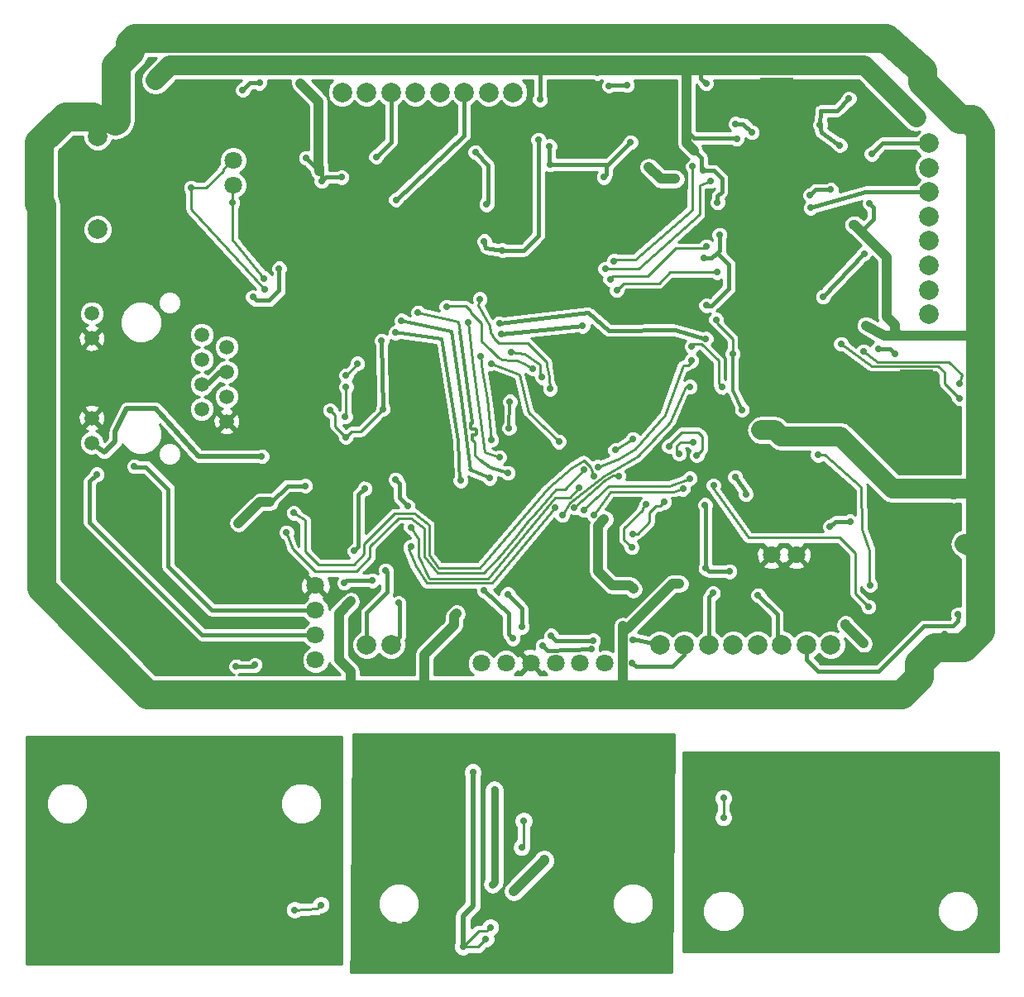
<source format=gbl>
G04 #@! TF.FileFunction,Copper,L2,Bot,Signal*
%FSLAX46Y46*%
G04 Gerber Fmt 4.6, Leading zero omitted, Abs format (unit mm)*
G04 Created by KiCad (PCBNEW 4.0.6-e0-6349~53~ubuntu16.04.1) date Sat Aug  5 15:09:54 2017*
%MOMM*%
%LPD*%
G01*
G04 APERTURE LIST*
%ADD10C,0.150000*%
%ADD11C,2.000000*%
%ADD12C,1.800000*%
%ADD13C,0.600000*%
%ADD14R,2.499360X2.499360*%
%ADD15C,1.500000*%
%ADD16R,3.000000X3.000000*%
%ADD17C,0.300000*%
%ADD18R,3.400000X5.000000*%
%ADD19R,5.000000X3.400000*%
%ADD20C,0.700000*%
%ADD21C,1.000000*%
%ADD22C,0.250000*%
%ADD23C,0.500000*%
%ADD24C,0.400000*%
%ADD25C,0.450000*%
%ADD26C,0.700000*%
%ADD27C,2.000000*%
%ADD28C,0.350000*%
%ADD29C,3.000000*%
%ADD30C,0.300000*%
%ADD31C,0.800000*%
%ADD32C,0.254000*%
G04 APERTURE END LIST*
D10*
D11*
X128725000Y-60725000D03*
X131225000Y-60725000D03*
X121225000Y-60725000D03*
X118725000Y-60725000D03*
X123725000Y-60725000D03*
X126225000Y-60725000D03*
X136225000Y-60725000D03*
X133725000Y-60725000D03*
D12*
X143089680Y-119200000D03*
X145629680Y-119200000D03*
X132950000Y-119200000D03*
X135490000Y-119200000D03*
X140559840Y-119200000D03*
X138019840Y-119200000D03*
D11*
X178800000Y-75950000D03*
X178800000Y-78450000D03*
X178800000Y-68450000D03*
X178800000Y-65950000D03*
X178800000Y-70950000D03*
X178800000Y-73450000D03*
X178800000Y-83450000D03*
X178800000Y-80950000D03*
X158750000Y-117300000D03*
X156250000Y-117300000D03*
X166250000Y-117300000D03*
X168750000Y-117300000D03*
X163750000Y-117300000D03*
X161250000Y-117300000D03*
X151250000Y-117300000D03*
X153750000Y-117300000D03*
D13*
X127010000Y-89430000D03*
X126248000Y-88668000D03*
X126248000Y-90192000D03*
X127772000Y-88668000D03*
X127772000Y-90192000D03*
D14*
X127010000Y-89430000D03*
D15*
X93100000Y-83375000D03*
X93100000Y-85915000D03*
X93100000Y-94085000D03*
X93100000Y-96625000D03*
X104350000Y-85560000D03*
X104350000Y-90630000D03*
X104350000Y-88100000D03*
X104350000Y-93170000D03*
X106890000Y-86820000D03*
X106890000Y-91900000D03*
X106890000Y-89360000D03*
X106890000Y-94440000D03*
D12*
X116000000Y-118850000D03*
X116000000Y-116310000D03*
X116000000Y-111240160D03*
X116000000Y-113780160D03*
X107575000Y-70234840D03*
X107575000Y-67694840D03*
D11*
X93700000Y-77250000D03*
X93700000Y-74750000D03*
X93700000Y-67750000D03*
X93700000Y-65250000D03*
X123750000Y-117300000D03*
X121250000Y-117300000D03*
D12*
X165209840Y-108100000D03*
X162669840Y-108100000D03*
D13*
X101750000Y-138350000D03*
X99750000Y-138350000D03*
X100750000Y-138350000D03*
X101950000Y-139950000D03*
X100950000Y-139950000D03*
X102950000Y-139950000D03*
X104150000Y-141150000D03*
X102150000Y-141150000D03*
X103150000Y-141150000D03*
X104550000Y-142550000D03*
X103550000Y-142550000D03*
X105550000Y-142550000D03*
X105950000Y-145350000D03*
X106950000Y-145350000D03*
X106950000Y-143950000D03*
X104950000Y-143950000D03*
X105950000Y-143950000D03*
X93650000Y-138050000D03*
X94650000Y-138050000D03*
X92650000Y-138050000D03*
X91650000Y-138050000D03*
X92650000Y-137050000D03*
X91650000Y-137050000D03*
X92650000Y-136050000D03*
X91650000Y-136050000D03*
X106250000Y-133150000D03*
X107350000Y-134750000D03*
X105350000Y-136250000D03*
X106350000Y-136250000D03*
X107350000Y-136250000D03*
X108350000Y-136250000D03*
X109350000Y-136250000D03*
X110250000Y-136650000D03*
X108350000Y-134750000D03*
X111350000Y-137650000D03*
X110350000Y-137650000D03*
X109350000Y-137650000D03*
X108350000Y-137650000D03*
X107350000Y-137650000D03*
X106350000Y-137650000D03*
X105350000Y-137650000D03*
X106350000Y-139050000D03*
X107350000Y-139050000D03*
X108350000Y-139050000D03*
X109350000Y-139050000D03*
X110350000Y-139050000D03*
X111350000Y-139050000D03*
X112350000Y-139050000D03*
X92050000Y-127050000D03*
X93050000Y-127050000D03*
X94050000Y-127050000D03*
X95050000Y-127050000D03*
X96050000Y-127050000D03*
X97050000Y-127050000D03*
X92050000Y-128050000D03*
X93050000Y-128050000D03*
X94050000Y-128050000D03*
X95050000Y-128050000D03*
X96050000Y-128050000D03*
X97050000Y-128050000D03*
X92050000Y-129050000D03*
X93050000Y-129050000D03*
X94050000Y-129050000D03*
X95050000Y-129050000D03*
X96050000Y-129050000D03*
X97050000Y-129050000D03*
X92050000Y-130050000D03*
X93050000Y-130050000D03*
X94050000Y-130050000D03*
X95050000Y-130050000D03*
X96050000Y-130050000D03*
X97050000Y-130050000D03*
X86650000Y-127050000D03*
X87650000Y-127050000D03*
X88650000Y-127050000D03*
X89650000Y-127050000D03*
X90650000Y-127050000D03*
X86650000Y-128050000D03*
X87650000Y-128050000D03*
X88650000Y-128050000D03*
X89650000Y-128050000D03*
X90650000Y-128050000D03*
X86650000Y-129050000D03*
X87650000Y-129050000D03*
X88650000Y-129050000D03*
X89650000Y-129050000D03*
X90650000Y-129050000D03*
X86650000Y-130050000D03*
X87650000Y-130050000D03*
X88650000Y-130050000D03*
X89650000Y-130050000D03*
X90650000Y-130050000D03*
X86650000Y-131050000D03*
X87650000Y-131050000D03*
X88650000Y-131050000D03*
X89650000Y-131050000D03*
X90650000Y-131050000D03*
X86650000Y-132050000D03*
X87650000Y-132050000D03*
X88650000Y-132050000D03*
X98250000Y-130350000D03*
X86650000Y-133050000D03*
X87650000Y-133050000D03*
X99150000Y-127250000D03*
X86650000Y-134050000D03*
X87650000Y-134050000D03*
X98150000Y-127250000D03*
X86650000Y-135050000D03*
X87650000Y-135050000D03*
X88650000Y-135050000D03*
X86650000Y-136050000D03*
X87650000Y-136050000D03*
X88650000Y-136050000D03*
X89650000Y-136050000D03*
X90650000Y-136050000D03*
X86650000Y-137050000D03*
X87650000Y-137050000D03*
X88650000Y-137050000D03*
X89650000Y-137050000D03*
X90650000Y-137050000D03*
X86650000Y-138050000D03*
X87650000Y-138050000D03*
X88650000Y-138050000D03*
X89650000Y-138050000D03*
X90650000Y-138050000D03*
X86650000Y-139050000D03*
X87650000Y-139050000D03*
X88650000Y-139050000D03*
X89650000Y-139050000D03*
X90650000Y-139050000D03*
X86650000Y-140050000D03*
X87650000Y-140050000D03*
X88650000Y-140050000D03*
X89650000Y-140050000D03*
X90650000Y-140050000D03*
X86650000Y-141050000D03*
X87650000Y-141050000D03*
X88650000Y-141050000D03*
X89650000Y-141050000D03*
X90650000Y-141050000D03*
X86650000Y-142050000D03*
X87650000Y-142050000D03*
X88650000Y-142050000D03*
X89650000Y-142050000D03*
X90650000Y-142050000D03*
X86650000Y-143050000D03*
X87650000Y-143050000D03*
X88650000Y-143050000D03*
X89650000Y-143050000D03*
X90650000Y-143050000D03*
X86650000Y-144050000D03*
X87650000Y-144050000D03*
X88650000Y-144050000D03*
X89650000Y-144050000D03*
X90650000Y-144050000D03*
X86650000Y-145050000D03*
X87650000Y-145050000D03*
X88650000Y-145050000D03*
X89650000Y-145050000D03*
X90650000Y-145050000D03*
X86650000Y-146050000D03*
X87650000Y-146050000D03*
X88650000Y-146050000D03*
X89650000Y-146050000D03*
X90650000Y-146050000D03*
X86650000Y-147050000D03*
X87650000Y-147050000D03*
X88650000Y-147050000D03*
X89650000Y-147050000D03*
X90650000Y-147050000D03*
X86650000Y-148050000D03*
X87650000Y-148050000D03*
X88650000Y-148050000D03*
X89650000Y-148050000D03*
X90650000Y-148050000D03*
X99650000Y-141850000D03*
X98650000Y-141850000D03*
X97650000Y-141850000D03*
X97650000Y-143350000D03*
X98650000Y-143350000D03*
X99650000Y-143350000D03*
X100650000Y-143350000D03*
X102650000Y-144850000D03*
X101650000Y-144850000D03*
X100650000Y-144850000D03*
X99650000Y-144850000D03*
X98650000Y-144850000D03*
X97650000Y-144850000D03*
X97650000Y-146450000D03*
X98650000Y-146450000D03*
X99650000Y-146450000D03*
X100650000Y-146450000D03*
X101650000Y-146450000D03*
X102650000Y-146450000D03*
X103650000Y-146450000D03*
X103650000Y-147950000D03*
X102650000Y-147950000D03*
X101650000Y-147950000D03*
X100650000Y-147950000D03*
X99650000Y-147950000D03*
X98650000Y-147950000D03*
X97650000Y-147950000D03*
X104650000Y-147950000D03*
X86650000Y-149250000D03*
X87650000Y-149250000D03*
X88650000Y-149250000D03*
X89650000Y-149250000D03*
X90650000Y-149250000D03*
X91650000Y-149250000D03*
X92650000Y-149250000D03*
X93650000Y-149250000D03*
X94650000Y-149250000D03*
X95650000Y-149250000D03*
X96650000Y-149250000D03*
X97650000Y-149250000D03*
X98650000Y-149250000D03*
X99650000Y-149250000D03*
X100650000Y-149250000D03*
X101650000Y-149250000D03*
X102650000Y-149250000D03*
X103650000Y-149250000D03*
X104650000Y-149250000D03*
X105650000Y-149250000D03*
X106650000Y-149250000D03*
X107650000Y-149250000D03*
X108650000Y-149250000D03*
X108950000Y-129950000D03*
X108950000Y-128950000D03*
X107950000Y-128950000D03*
X105950000Y-126950000D03*
X108950000Y-127950000D03*
X107950000Y-127950000D03*
X106950000Y-127950000D03*
X108950000Y-126950000D03*
X107950000Y-126950000D03*
X106950000Y-126950000D03*
X112950000Y-132050000D03*
X111950000Y-132050000D03*
X110950000Y-132050000D03*
X109950000Y-126950000D03*
X110950000Y-126950000D03*
X111950000Y-126950000D03*
X112950000Y-126950000D03*
X113950000Y-126950000D03*
X114950000Y-126950000D03*
X109950000Y-127950000D03*
X110950000Y-127950000D03*
X111950000Y-127950000D03*
X112950000Y-127950000D03*
X113950000Y-127950000D03*
X114950000Y-127950000D03*
X109950000Y-128950000D03*
X110950000Y-128950000D03*
X111950000Y-128950000D03*
X112950000Y-128950000D03*
X113950000Y-128950000D03*
X114950000Y-128950000D03*
X109950000Y-129950000D03*
X110950000Y-129950000D03*
X111950000Y-129950000D03*
X112950000Y-129950000D03*
X113950000Y-129950000D03*
X114950000Y-129950000D03*
X109950000Y-130950000D03*
X110950000Y-130950000D03*
X111950000Y-130950000D03*
X112950000Y-130950000D03*
X113950000Y-130950000D03*
X114950000Y-130950000D03*
X116050000Y-127050000D03*
X116050000Y-128950000D03*
X116050000Y-129950000D03*
X116050000Y-130950000D03*
X116050000Y-127950000D03*
X117150000Y-127050000D03*
X117150000Y-128050000D03*
X117150000Y-129050000D03*
X117150000Y-130050000D03*
X117150000Y-131050000D03*
X117150000Y-132050000D03*
X117150000Y-133050000D03*
X117150000Y-134050000D03*
X117150000Y-135050000D03*
X117150000Y-136050000D03*
X117150000Y-137050000D03*
X118250000Y-127050000D03*
X118250000Y-128050000D03*
X118250000Y-129050000D03*
X118250000Y-130050000D03*
X118250000Y-131050000D03*
X118250000Y-132050000D03*
X118250000Y-133050000D03*
X118250000Y-134050000D03*
X118250000Y-135050000D03*
X118250000Y-136050000D03*
X118250000Y-137050000D03*
X118250000Y-138050000D03*
X118250000Y-139050000D03*
X118250000Y-144050000D03*
X118250000Y-143050000D03*
X118250000Y-142050000D03*
X118250000Y-141050000D03*
X118250000Y-140050000D03*
X110950000Y-149250000D03*
X116250000Y-145250000D03*
X117250000Y-145250000D03*
X118250000Y-145250000D03*
X113250000Y-149250000D03*
X109650000Y-149250000D03*
X116250000Y-146250000D03*
X117250000Y-146250000D03*
X118250000Y-146250000D03*
X112150000Y-149250000D03*
X115250000Y-147250000D03*
X116250000Y-147250000D03*
X117250000Y-147250000D03*
X118250000Y-147250000D03*
X114250000Y-148250000D03*
X115250000Y-148250000D03*
X116250000Y-148250000D03*
X117250000Y-148250000D03*
X118250000Y-148250000D03*
X114250000Y-149250000D03*
X115250000Y-149250000D03*
X116250000Y-149250000D03*
X117250000Y-149250000D03*
X102550000Y-133550000D03*
X101788000Y-134312000D03*
X103312000Y-134312000D03*
X101788000Y-132788000D03*
X103312000Y-132788000D03*
D14*
X102550000Y-133550000D03*
D13*
X118250000Y-149250000D03*
X150100000Y-140050000D03*
X150100000Y-139050000D03*
X150100000Y-138050000D03*
X150100000Y-137050000D03*
X140000000Y-141050000D03*
X141000000Y-141050000D03*
X140000000Y-142050000D03*
X141000000Y-142050000D03*
X127100000Y-147050000D03*
X127100000Y-148050000D03*
X127100000Y-145950000D03*
X120800000Y-126850000D03*
X121800000Y-126850000D03*
X122800000Y-126850000D03*
X123800000Y-126850000D03*
X124800000Y-126850000D03*
X120800000Y-127850000D03*
X121800000Y-127850000D03*
X122800000Y-127850000D03*
X123800000Y-127850000D03*
X120800000Y-128850000D03*
X121800000Y-128850000D03*
X122800000Y-128850000D03*
X120800000Y-129850000D03*
X121800000Y-129850000D03*
X122800000Y-129850000D03*
X120800000Y-135050000D03*
X120800000Y-134050000D03*
X120800000Y-133050000D03*
X120800000Y-132050000D03*
X120800000Y-131050000D03*
X120800000Y-136050000D03*
X120800000Y-137050000D03*
X120800000Y-138050000D03*
X120800000Y-139050000D03*
X120800000Y-140050000D03*
X120800000Y-141050000D03*
X120800000Y-142050000D03*
X120800000Y-143050000D03*
X120800000Y-144050000D03*
X120800000Y-145050000D03*
X120800000Y-146050000D03*
X120800000Y-147050000D03*
X120800000Y-148050000D03*
X121900000Y-138050000D03*
X121900000Y-139050000D03*
X121900000Y-140050000D03*
X121900000Y-141050000D03*
X121900000Y-142050000D03*
X121900000Y-143050000D03*
X121900000Y-144050000D03*
X121900000Y-145050000D03*
X121900000Y-146050000D03*
X121900000Y-147050000D03*
X121900000Y-148050000D03*
X125100000Y-139050000D03*
X124100000Y-138050000D03*
X123000000Y-146050000D03*
X123000000Y-140050000D03*
X123100000Y-138050000D03*
X125000000Y-136950000D03*
X124000000Y-140050000D03*
X125100000Y-140050000D03*
X125000000Y-138150000D03*
X124100000Y-136950000D03*
X142000000Y-145050000D03*
X143000000Y-145050000D03*
X144000000Y-145050000D03*
X145000000Y-145050000D03*
X146000000Y-145050000D03*
X142000000Y-146050000D03*
X143000000Y-146050000D03*
X144000000Y-146050000D03*
X145000000Y-146050000D03*
X146000000Y-146050000D03*
X142000000Y-147150000D03*
X143000000Y-147150000D03*
X144000000Y-147150000D03*
X145000000Y-147050000D03*
X146000000Y-147050000D03*
X142000000Y-148150000D03*
X143000000Y-148150000D03*
X144000000Y-148150000D03*
X145000000Y-148050000D03*
X146000000Y-148050000D03*
X123800000Y-135050000D03*
X122800000Y-135050000D03*
X121800000Y-135050000D03*
X123800000Y-134050000D03*
X122800000Y-134050000D03*
X121800000Y-134050000D03*
X123800000Y-133050000D03*
X122800000Y-133050000D03*
X121800000Y-133050000D03*
X123800000Y-132050000D03*
X122800000Y-132050000D03*
X121800000Y-132050000D03*
X123800000Y-131050000D03*
X122800000Y-131050000D03*
X121800000Y-131050000D03*
X123800000Y-129850000D03*
X123800000Y-128850000D03*
X124800000Y-128850000D03*
X124800000Y-129850000D03*
X124800000Y-131050000D03*
X124800000Y-132050000D03*
X124800000Y-133050000D03*
X124800000Y-134050000D03*
X124800000Y-135050000D03*
X124800000Y-127850000D03*
X127800000Y-127850000D03*
X127800000Y-129850000D03*
X127800000Y-128850000D03*
X126800000Y-128850000D03*
X126800000Y-129850000D03*
X125800000Y-129850000D03*
X125800000Y-128850000D03*
X126800000Y-127850000D03*
X125800000Y-127850000D03*
X127800000Y-126850000D03*
X126800000Y-126850000D03*
X125800000Y-126850000D03*
X121900000Y-137150000D03*
X121900000Y-136150000D03*
X123100000Y-139050000D03*
X122900000Y-136150000D03*
X124100000Y-141050000D03*
X124000000Y-139050000D03*
X123000000Y-142050000D03*
X123000000Y-141050000D03*
X125100000Y-141050000D03*
X123200000Y-136950000D03*
X124100000Y-136150000D03*
X125100000Y-145950000D03*
X124100000Y-145950000D03*
X126100000Y-145950000D03*
X126100000Y-148050000D03*
X125100000Y-148050000D03*
X124100000Y-148050000D03*
X126100000Y-147050000D03*
X125100000Y-147050000D03*
X124100000Y-147050000D03*
X123000000Y-148050000D03*
X123000000Y-147050000D03*
X123000000Y-149150000D03*
X123000000Y-150150000D03*
X124100000Y-149150000D03*
X125100000Y-149150000D03*
X126100000Y-149150000D03*
X124100000Y-150150000D03*
X125100000Y-150150000D03*
X126100000Y-150150000D03*
X131200000Y-150150000D03*
X121900000Y-150150000D03*
X121900000Y-149150000D03*
X120800000Y-150150000D03*
X120800000Y-149150000D03*
X132200000Y-149150000D03*
X132200000Y-150150000D03*
X133200000Y-150150000D03*
X146000000Y-150150000D03*
X145000000Y-150150000D03*
X144000000Y-150250000D03*
X143000000Y-150250000D03*
X142000000Y-150250000D03*
X146000000Y-149150000D03*
X145000000Y-149150000D03*
X144000000Y-149250000D03*
X143000000Y-149250000D03*
X142000000Y-149250000D03*
X147100000Y-149150000D03*
X148100000Y-149150000D03*
X149100000Y-149150000D03*
X147100000Y-150150000D03*
X148100000Y-150150000D03*
X149100000Y-150150000D03*
X149100000Y-148050000D03*
X148100000Y-148050000D03*
X147100000Y-148050000D03*
X149100000Y-147050000D03*
X148100000Y-147050000D03*
X147100000Y-147050000D03*
X149100000Y-146050000D03*
X148100000Y-146050000D03*
X147100000Y-146050000D03*
X148100000Y-141050000D03*
X149100000Y-141050000D03*
X147100000Y-142050000D03*
X146000000Y-144050000D03*
X145000000Y-144050000D03*
X144000000Y-144050000D03*
X143000000Y-144050000D03*
X142000000Y-144050000D03*
X146000000Y-143050000D03*
X145000000Y-143050000D03*
X144000000Y-143050000D03*
X143000000Y-143050000D03*
X142000000Y-143050000D03*
X146000000Y-142050000D03*
X145000000Y-142050000D03*
X144000000Y-142050000D03*
X143000000Y-142050000D03*
X142000000Y-142050000D03*
X147100000Y-141150000D03*
X146000000Y-141050000D03*
X145000000Y-141050000D03*
X144000000Y-141050000D03*
X143000000Y-141050000D03*
X142000000Y-141050000D03*
X150100000Y-141150000D03*
X152100000Y-144050000D03*
X151100000Y-144050000D03*
X152100000Y-143050000D03*
X151100000Y-143050000D03*
X152100000Y-142050000D03*
X151100000Y-142050000D03*
X150100000Y-142050000D03*
X152100000Y-141150000D03*
X151100000Y-141150000D03*
X151100000Y-145050000D03*
X152100000Y-145050000D03*
X150100000Y-146050000D03*
X151100000Y-146050000D03*
X152100000Y-146050000D03*
X150100000Y-147050000D03*
X151100000Y-147050000D03*
X152100000Y-147050000D03*
X150100000Y-148050000D03*
X151100000Y-148050000D03*
X152100000Y-148050000D03*
X152100000Y-150150000D03*
X151100000Y-150150000D03*
X150100000Y-150150000D03*
X152100000Y-149150000D03*
X151100000Y-149150000D03*
X150100000Y-149150000D03*
X150100000Y-130850000D03*
X150100000Y-134950000D03*
X151100000Y-134950000D03*
X152100000Y-134950000D03*
X150100000Y-135950000D03*
X151100000Y-135950000D03*
X152100000Y-135950000D03*
X152100000Y-133850000D03*
X151100000Y-133850000D03*
X150100000Y-133850000D03*
X152100000Y-132850000D03*
X151100000Y-132850000D03*
X150100000Y-132850000D03*
X152100000Y-131850000D03*
X151100000Y-131850000D03*
X150100000Y-131850000D03*
X152100000Y-130850000D03*
X151100000Y-130850000D03*
X151100000Y-126850000D03*
X152100000Y-126850000D03*
X150100000Y-127850000D03*
X151100000Y-127850000D03*
X152100000Y-127850000D03*
X150100000Y-128850000D03*
X151100000Y-128850000D03*
X152100000Y-128850000D03*
X150100000Y-129850000D03*
X151100000Y-129850000D03*
X152100000Y-129850000D03*
X150100000Y-126850000D03*
X142000000Y-126850000D03*
X143000000Y-126850000D03*
X144000000Y-126850000D03*
X145000000Y-126850000D03*
X146000000Y-126850000D03*
X147100000Y-126850000D03*
X142000000Y-127850000D03*
X143000000Y-127850000D03*
X144000000Y-127850000D03*
X145000000Y-127850000D03*
X146000000Y-127850000D03*
X142000000Y-128850000D03*
X143000000Y-128850000D03*
X144000000Y-128850000D03*
X145000000Y-128850000D03*
X146000000Y-128850000D03*
X142000000Y-129850000D03*
X143000000Y-129850000D03*
X144000000Y-129850000D03*
X145000000Y-129850000D03*
X146000000Y-129850000D03*
X149100000Y-129850000D03*
X148100000Y-129850000D03*
X147100000Y-129850000D03*
X149100000Y-128850000D03*
X148100000Y-128850000D03*
X147100000Y-128850000D03*
X149100000Y-127850000D03*
X148100000Y-127850000D03*
X147100000Y-127850000D03*
X149100000Y-126850000D03*
X148100000Y-126850000D03*
X131800000Y-126850000D03*
X132800000Y-126850000D03*
X133800000Y-126850000D03*
X131800000Y-127850000D03*
X132800000Y-127850000D03*
X131800000Y-128850000D03*
X132800000Y-128850000D03*
X133800000Y-128850000D03*
X133800000Y-127850000D03*
X130800000Y-127850000D03*
X130800000Y-128850000D03*
X129800000Y-128850000D03*
X128800000Y-128850000D03*
X129800000Y-127850000D03*
X128800000Y-127850000D03*
X130800000Y-126850000D03*
X129800000Y-126850000D03*
X128800000Y-126850000D03*
X151100000Y-137050000D03*
X152100000Y-137050000D03*
X152100000Y-139150000D03*
X151100000Y-139150000D03*
X152100000Y-138150000D03*
X151100000Y-138150000D03*
X151100000Y-140150000D03*
X152100000Y-140150000D03*
X127100000Y-149150000D03*
X128100000Y-149150000D03*
X129100000Y-149150000D03*
X130100000Y-149150000D03*
X127100000Y-150150000D03*
X128100000Y-150150000D03*
X129100000Y-150150000D03*
X130100000Y-150150000D03*
X155050000Y-138250000D03*
X155050000Y-137250000D03*
X155050000Y-136250000D03*
X155050000Y-135250000D03*
X155050000Y-134250000D03*
X155050000Y-139250000D03*
X155050000Y-140250000D03*
X173250000Y-148250000D03*
X174250000Y-148250000D03*
X175250000Y-147250000D03*
X174250000Y-147250000D03*
X173250000Y-147250000D03*
X175250000Y-146250000D03*
X174250000Y-146250000D03*
X173250000Y-146250000D03*
X179250000Y-143250000D03*
X178250000Y-143250000D03*
X177250000Y-143250000D03*
X176250000Y-143250000D03*
X179250000Y-142250000D03*
X178250000Y-142250000D03*
X177250000Y-142250000D03*
X176250000Y-142250000D03*
X176250000Y-144250000D03*
X177250000Y-144250000D03*
X178250000Y-144250000D03*
X179250000Y-144250000D03*
X176250000Y-145250000D03*
X177250000Y-145250000D03*
X178250000Y-145250000D03*
X179250000Y-145250000D03*
X176250000Y-146250000D03*
X177250000Y-146250000D03*
X178250000Y-146250000D03*
X179250000Y-146250000D03*
X176250000Y-147250000D03*
X177250000Y-147250000D03*
X178250000Y-147250000D03*
X179250000Y-147250000D03*
X170550000Y-139950000D03*
X171550000Y-139950000D03*
X170350000Y-138350000D03*
X169350000Y-138350000D03*
X170150000Y-137150000D03*
X169150000Y-137150000D03*
X167750000Y-135750000D03*
X168750000Y-135750000D03*
X165350000Y-132950000D03*
X167350000Y-134350000D03*
X166350000Y-134350000D03*
X178650000Y-140250000D03*
X177650000Y-140250000D03*
X179650000Y-140250000D03*
X180650000Y-140250000D03*
X179650000Y-141250000D03*
X180650000Y-141250000D03*
X164950000Y-143550000D03*
X165950000Y-142050000D03*
X164950000Y-142050000D03*
X163950000Y-142050000D03*
X162950000Y-142050000D03*
X162050000Y-141650000D03*
X160950000Y-140650000D03*
X161950000Y-140650000D03*
X162950000Y-140650000D03*
X163950000Y-140650000D03*
X164950000Y-140650000D03*
X165950000Y-140650000D03*
X165950000Y-139250000D03*
X164950000Y-139250000D03*
X163950000Y-139250000D03*
X162950000Y-139250000D03*
X161950000Y-139250000D03*
X160950000Y-139250000D03*
X159950000Y-139250000D03*
X179250000Y-148250000D03*
X178250000Y-148250000D03*
X177250000Y-148250000D03*
X176250000Y-148250000D03*
X175250000Y-148250000D03*
X185650000Y-148250000D03*
X184650000Y-148250000D03*
X183650000Y-148250000D03*
X185650000Y-147250000D03*
X184650000Y-147250000D03*
X185650000Y-146250000D03*
X184650000Y-146250000D03*
X185650000Y-145250000D03*
X184650000Y-145250000D03*
X185650000Y-144250000D03*
X184650000Y-144250000D03*
X185650000Y-143250000D03*
X184650000Y-143250000D03*
X183650000Y-143250000D03*
X185650000Y-142250000D03*
X184650000Y-142250000D03*
X183650000Y-142250000D03*
X185650000Y-141250000D03*
X184650000Y-141250000D03*
X183650000Y-141250000D03*
X182650000Y-141250000D03*
X181650000Y-141250000D03*
X185650000Y-140250000D03*
X184650000Y-140250000D03*
X183650000Y-140250000D03*
X182650000Y-140250000D03*
X181650000Y-140250000D03*
X185650000Y-139250000D03*
X184650000Y-139250000D03*
X183650000Y-139250000D03*
X182650000Y-139250000D03*
X181650000Y-139250000D03*
X185650000Y-138250000D03*
X184650000Y-138250000D03*
X183650000Y-138250000D03*
X182650000Y-138250000D03*
X181650000Y-138250000D03*
X185650000Y-137250000D03*
X184650000Y-137250000D03*
X183650000Y-137250000D03*
X182650000Y-137250000D03*
X181650000Y-137250000D03*
X185650000Y-136250000D03*
X184650000Y-136250000D03*
X183650000Y-136250000D03*
X182650000Y-136250000D03*
X181650000Y-136250000D03*
X185650000Y-135250000D03*
X184650000Y-135250000D03*
X183650000Y-135250000D03*
X182650000Y-135250000D03*
X181650000Y-135250000D03*
X185650000Y-134250000D03*
X184650000Y-134250000D03*
X183650000Y-134250000D03*
X182650000Y-134250000D03*
X181650000Y-134250000D03*
X185650000Y-133250000D03*
X184650000Y-133250000D03*
X183650000Y-133250000D03*
X182650000Y-133250000D03*
X181650000Y-133250000D03*
X185650000Y-132250000D03*
X184650000Y-132250000D03*
X183650000Y-132250000D03*
X182650000Y-132250000D03*
X181650000Y-132250000D03*
X185650000Y-131250000D03*
X184650000Y-131250000D03*
X183650000Y-131250000D03*
X182650000Y-131250000D03*
X181650000Y-131250000D03*
X185650000Y-130250000D03*
X184650000Y-130250000D03*
X183650000Y-130250000D03*
X182650000Y-130250000D03*
X181650000Y-130250000D03*
X172650000Y-136450000D03*
X173650000Y-136450000D03*
X174650000Y-136450000D03*
X174650000Y-134950000D03*
X173650000Y-134950000D03*
X172650000Y-134950000D03*
X171650000Y-134950000D03*
X169650000Y-133450000D03*
X170650000Y-133450000D03*
X171650000Y-133450000D03*
X172650000Y-133450000D03*
X173650000Y-133450000D03*
X174650000Y-133450000D03*
X174650000Y-131850000D03*
X173650000Y-131850000D03*
X172650000Y-131850000D03*
X171650000Y-131850000D03*
X170650000Y-131850000D03*
X169650000Y-131850000D03*
X168650000Y-131850000D03*
X168650000Y-130350000D03*
X169650000Y-130350000D03*
X170650000Y-130350000D03*
X171650000Y-130350000D03*
X172650000Y-130350000D03*
X173650000Y-130350000D03*
X174650000Y-130350000D03*
X167650000Y-130350000D03*
X185650000Y-129050000D03*
X184650000Y-129050000D03*
X183650000Y-129050000D03*
X182650000Y-129050000D03*
X181650000Y-129050000D03*
X180650000Y-129050000D03*
X179650000Y-129050000D03*
X178650000Y-129050000D03*
X177650000Y-129050000D03*
X176650000Y-129050000D03*
X175650000Y-129050000D03*
X174650000Y-129050000D03*
X173650000Y-129050000D03*
X172650000Y-129050000D03*
X171650000Y-129050000D03*
X170650000Y-129050000D03*
X169650000Y-129050000D03*
X168650000Y-129050000D03*
X167650000Y-129050000D03*
X166650000Y-129050000D03*
X165650000Y-129050000D03*
X164650000Y-129050000D03*
X163650000Y-129050000D03*
X163350000Y-148350000D03*
X160350000Y-146250000D03*
X161350000Y-146250000D03*
X162350000Y-148350000D03*
X161350000Y-148350000D03*
X160350000Y-148350000D03*
X162350000Y-147350000D03*
X161350000Y-147350000D03*
X160350000Y-147350000D03*
X155150000Y-148250000D03*
X155150000Y-147250000D03*
X155150000Y-146250000D03*
X155150000Y-145250000D03*
X155150000Y-144250000D03*
X155150000Y-143250000D03*
X155150000Y-142250000D03*
X155150000Y-141250000D03*
X154050000Y-148250000D03*
X154050000Y-147250000D03*
X154050000Y-146250000D03*
X154050000Y-145250000D03*
X154050000Y-144250000D03*
X154050000Y-143250000D03*
X154050000Y-142250000D03*
X154050000Y-141250000D03*
X154050000Y-140250000D03*
X154050000Y-139250000D03*
X154050000Y-134250000D03*
X154050000Y-135250000D03*
X154050000Y-136250000D03*
X154050000Y-137250000D03*
X154050000Y-138250000D03*
X161350000Y-129050000D03*
X156050000Y-133050000D03*
X155050000Y-133050000D03*
X154050000Y-133050000D03*
X159050000Y-129050000D03*
X162650000Y-129050000D03*
X156050000Y-132050000D03*
X155050000Y-132050000D03*
X154050000Y-132050000D03*
X160150000Y-129050000D03*
X157050000Y-131050000D03*
X156050000Y-131050000D03*
X155050000Y-131050000D03*
X154050000Y-131050000D03*
X158050000Y-130050000D03*
X157050000Y-130050000D03*
X156050000Y-130050000D03*
X155050000Y-130050000D03*
X154050000Y-130050000D03*
X158050000Y-129050000D03*
X157050000Y-129050000D03*
X156050000Y-129050000D03*
X155050000Y-129050000D03*
X154050000Y-129050000D03*
D16*
X118000000Y-104500000D03*
D17*
X118000000Y-102300000D03*
X119100000Y-102300000D03*
X116900000Y-102300000D03*
X116900000Y-106700000D03*
X119100000Y-106700000D03*
X118000000Y-106700000D03*
X118000000Y-105600000D03*
X119100000Y-105600000D03*
X116900000Y-105600000D03*
X116900000Y-103400000D03*
X119100000Y-103400000D03*
X118000000Y-103400000D03*
D18*
X118000000Y-104500000D03*
D17*
X118000000Y-104500000D03*
X119100000Y-104500000D03*
X116900000Y-104500000D03*
D16*
X130525000Y-106175000D03*
D17*
X130525000Y-103975000D03*
X131625000Y-103975000D03*
X129425000Y-103975000D03*
X129425000Y-108375000D03*
X131625000Y-108375000D03*
X130525000Y-108375000D03*
X130525000Y-107275000D03*
X131625000Y-107275000D03*
X129425000Y-107275000D03*
X129425000Y-105075000D03*
X131625000Y-105075000D03*
X130525000Y-105075000D03*
D18*
X130525000Y-106175000D03*
D17*
X130525000Y-106175000D03*
X131625000Y-106175000D03*
X129425000Y-106175000D03*
D16*
X152750000Y-106270000D03*
D17*
X152750000Y-104070000D03*
X153850000Y-104070000D03*
X151650000Y-104070000D03*
X151650000Y-108470000D03*
X153850000Y-108470000D03*
X152750000Y-108470000D03*
X152750000Y-107370000D03*
X153850000Y-107370000D03*
X151650000Y-107370000D03*
X151650000Y-105170000D03*
X153850000Y-105170000D03*
X152750000Y-105170000D03*
D18*
X152750000Y-106270000D03*
D17*
X152750000Y-106270000D03*
X153850000Y-106270000D03*
X151650000Y-106270000D03*
D16*
X164900000Y-101880000D03*
D17*
X164900000Y-99680000D03*
X166000000Y-99680000D03*
X163800000Y-99680000D03*
X163800000Y-104080000D03*
X166000000Y-104080000D03*
X164900000Y-104080000D03*
X164900000Y-102980000D03*
X166000000Y-102980000D03*
X163800000Y-102980000D03*
X163800000Y-100780000D03*
X166000000Y-100780000D03*
X164900000Y-100780000D03*
D18*
X164900000Y-101880000D03*
D17*
X164900000Y-101880000D03*
X166000000Y-101880000D03*
X163800000Y-101880000D03*
D16*
X177450000Y-112290000D03*
D17*
X177450000Y-110090000D03*
X178550000Y-110090000D03*
X176350000Y-110090000D03*
X176350000Y-114490000D03*
X178550000Y-114490000D03*
X177450000Y-114490000D03*
X177450000Y-113390000D03*
X178550000Y-113390000D03*
X176350000Y-113390000D03*
X176350000Y-111190000D03*
X178550000Y-111190000D03*
X177450000Y-111190000D03*
D18*
X177450000Y-112290000D03*
D17*
X177450000Y-112290000D03*
X178550000Y-112290000D03*
X176350000Y-112290000D03*
D16*
X177500000Y-91550000D03*
D17*
X177500000Y-93750000D03*
X176400000Y-93750000D03*
X178600000Y-93750000D03*
X178600000Y-89350000D03*
X176400000Y-89350000D03*
X177500000Y-89350000D03*
X177500000Y-90450000D03*
X176400000Y-90450000D03*
X178600000Y-90450000D03*
X178600000Y-92650000D03*
X176400000Y-92650000D03*
X177500000Y-92650000D03*
D18*
X177500000Y-91550000D03*
D17*
X177500000Y-91550000D03*
X176400000Y-91550000D03*
X178600000Y-91550000D03*
D16*
X163900000Y-77900000D03*
D17*
X163900000Y-75700000D03*
X165000000Y-75700000D03*
X162800000Y-75700000D03*
X162800000Y-80100000D03*
X165000000Y-80100000D03*
X163900000Y-80100000D03*
X163900000Y-79000000D03*
X165000000Y-79000000D03*
X162800000Y-79000000D03*
X162800000Y-76800000D03*
X165000000Y-76800000D03*
X163900000Y-76800000D03*
D18*
X163900000Y-77900000D03*
D17*
X163900000Y-77900000D03*
X165000000Y-77900000D03*
X162800000Y-77900000D03*
D16*
X163475000Y-68350000D03*
D17*
X163475000Y-66150000D03*
X164575000Y-66150000D03*
X162375000Y-66150000D03*
X162375000Y-70550000D03*
X164575000Y-70550000D03*
X163475000Y-70550000D03*
X163475000Y-69450000D03*
X164575000Y-69450000D03*
X162375000Y-69450000D03*
X162375000Y-67250000D03*
X164575000Y-67250000D03*
X163475000Y-67250000D03*
D18*
X163475000Y-68350000D03*
D17*
X163475000Y-68350000D03*
X164575000Y-68350000D03*
X162375000Y-68350000D03*
D16*
X163200000Y-61700000D03*
D17*
X163200000Y-59500000D03*
X164300000Y-59500000D03*
X162100000Y-59500000D03*
X162100000Y-63900000D03*
X164300000Y-63900000D03*
X163200000Y-63900000D03*
X163200000Y-62800000D03*
X164300000Y-62800000D03*
X162100000Y-62800000D03*
X162100000Y-60600000D03*
X164300000Y-60600000D03*
X163200000Y-60600000D03*
D18*
X163200000Y-61700000D03*
D17*
X163200000Y-61700000D03*
X164300000Y-61700000D03*
X162100000Y-61700000D03*
D16*
X143000000Y-63000000D03*
D17*
X145200000Y-63000000D03*
X145200000Y-64100000D03*
X145200000Y-61900000D03*
X140800000Y-61900000D03*
X140800000Y-64100000D03*
X140800000Y-63000000D03*
X141900000Y-63000000D03*
X141900000Y-64100000D03*
X141900000Y-61900000D03*
X144100000Y-61900000D03*
X144100000Y-64100000D03*
X144100000Y-63000000D03*
D19*
X143000000Y-63000000D03*
D17*
X143000000Y-63000000D03*
X143000000Y-64100000D03*
X143000000Y-61900000D03*
D16*
X129025000Y-74150000D03*
D17*
X129025000Y-76350000D03*
X127925000Y-76350000D03*
X130125000Y-76350000D03*
X130125000Y-71950000D03*
X127925000Y-71950000D03*
X129025000Y-71950000D03*
X129025000Y-73050000D03*
X127925000Y-73050000D03*
X130125000Y-73050000D03*
X130125000Y-75250000D03*
X127925000Y-75250000D03*
X129025000Y-75250000D03*
D18*
X129025000Y-74150000D03*
D17*
X129025000Y-74150000D03*
X127925000Y-74150000D03*
X130125000Y-74150000D03*
D16*
X111900000Y-74300000D03*
D17*
X109700000Y-74300000D03*
X109700000Y-73200000D03*
X109700000Y-75400000D03*
X114100000Y-75400000D03*
X114100000Y-73200000D03*
X114100000Y-74300000D03*
X113000000Y-74300000D03*
X113000000Y-73200000D03*
X113000000Y-75400000D03*
X110800000Y-75400000D03*
X110800000Y-73200000D03*
X110800000Y-74300000D03*
D19*
X111900000Y-74300000D03*
D17*
X111900000Y-74300000D03*
X111900000Y-73200000D03*
X111900000Y-75400000D03*
D16*
X104500000Y-62000000D03*
D17*
X102300000Y-62000000D03*
X102300000Y-60900000D03*
X102300000Y-63100000D03*
X106700000Y-63100000D03*
X106700000Y-60900000D03*
X106700000Y-62000000D03*
X105600000Y-62000000D03*
X105600000Y-60900000D03*
X105600000Y-63100000D03*
X103400000Y-63100000D03*
X103400000Y-60900000D03*
X103400000Y-62000000D03*
D19*
X104500000Y-62000000D03*
D17*
X104500000Y-62000000D03*
X104500000Y-60900000D03*
X104500000Y-63100000D03*
D20*
X136300000Y-142550000D03*
X139400000Y-139350000D03*
X117500000Y-93300000D03*
X119100000Y-96025000D03*
X122770000Y-86170000D03*
X122900000Y-93150000D03*
X134800000Y-84400000D03*
X155950000Y-85950000D03*
X143325000Y-84650000D03*
X135000000Y-85500000D03*
X134800000Y-98100000D03*
X131600000Y-84300000D03*
X133975000Y-88500000D03*
X140900000Y-96500000D03*
X114425000Y-84675000D03*
X135450000Y-90925000D03*
X120325000Y-94200000D03*
X117525000Y-107775000D03*
X125825000Y-111950000D03*
X110750000Y-119975000D03*
X139000000Y-107625000D03*
X138725000Y-111550000D03*
X126750000Y-100250000D03*
X108930000Y-99250000D03*
X150400000Y-99660000D03*
X146200000Y-109320000D03*
X150270000Y-109440000D03*
X160210000Y-109830000D03*
X167340000Y-108360000D03*
X171790000Y-95060000D03*
X162040000Y-104950000D03*
X154730000Y-92100000D03*
X155530000Y-92390000D03*
X131070000Y-119930000D03*
X174990000Y-115200000D03*
X173650000Y-96900000D03*
X173000000Y-104690000D03*
X160575000Y-71375000D03*
X172850000Y-69475000D03*
X160050000Y-83900000D03*
X170550000Y-82900000D03*
X159850000Y-80700000D03*
X109800000Y-66200000D03*
X146050000Y-72775000D03*
X147250000Y-74075000D03*
X173000000Y-62200000D03*
X173550000Y-62875000D03*
X157925000Y-63725000D03*
X141375000Y-70775000D03*
X140050000Y-60475000D03*
X131675000Y-69850000D03*
X131250000Y-70975000D03*
X121625000Y-77825000D03*
X115275000Y-73850000D03*
X114850000Y-77025000D03*
X107500000Y-65025000D03*
X103300000Y-79375000D03*
X126300000Y-95800000D03*
X137200000Y-82200000D03*
X156225000Y-81150000D03*
X159850000Y-87450000D03*
X124000000Y-82800000D03*
X100450000Y-128750000D03*
X98650000Y-128750000D03*
X97350000Y-135250000D03*
X95350000Y-135850000D03*
X102901840Y-128298160D03*
X105699680Y-134799680D03*
X113950000Y-140750000D03*
X128800000Y-139850000D03*
X130100000Y-142150000D03*
X126200000Y-135050000D03*
X138900000Y-148450000D03*
X138800000Y-147450000D03*
X139000000Y-144350000D03*
X138700000Y-146350000D03*
X139500000Y-145450000D03*
X167250000Y-145050000D03*
X171950000Y-144750000D03*
X172050000Y-145750000D03*
X170750000Y-146850000D03*
X122200000Y-67325000D03*
X156670000Y-112020000D03*
X148400000Y-119175000D03*
X144225000Y-117750000D03*
X139250000Y-117400000D03*
X136200000Y-116650000D03*
X133225000Y-111750000D03*
X140125000Y-116350000D03*
X135675000Y-112125000D03*
X137125000Y-115475000D03*
X148475000Y-116825000D03*
X144400000Y-116850000D03*
X132350000Y-66850000D03*
X133500000Y-72200000D03*
X124225000Y-71725000D03*
X160650000Y-64825000D03*
X172925000Y-67050000D03*
X159000000Y-63950000D03*
X166700000Y-72550000D03*
X172150000Y-77225000D03*
X167950000Y-81675000D03*
X181740000Y-114210000D03*
X161300000Y-112230000D03*
X154630000Y-96530000D03*
X153210000Y-97730000D03*
X144500000Y-104000000D03*
X153600000Y-101350000D03*
X172610000Y-113430000D03*
X156730000Y-101000000D03*
X154320000Y-100260000D03*
X143500000Y-103500000D03*
X152180000Y-96970000D03*
X155020000Y-97900000D03*
X156425000Y-69825000D03*
X145650000Y-78800000D03*
X154600000Y-68325000D03*
X146525000Y-78000000D03*
X107500000Y-72050000D03*
X110750000Y-79775000D03*
X157075000Y-79150000D03*
X146825000Y-80975000D03*
X156000000Y-76500000D03*
X146150000Y-79850000D03*
X140000000Y-91100000D03*
X132800000Y-81900000D03*
X103275000Y-70500000D03*
X110775000Y-80875000D03*
X181875000Y-92050000D03*
X169790000Y-86500000D03*
X154510000Y-86750000D03*
X157580000Y-90910000D03*
X167420000Y-97870000D03*
X172750000Y-111180000D03*
X181875000Y-90600000D03*
X172090000Y-87260000D03*
X113025000Y-105800000D03*
X143500000Y-99400000D03*
X113750000Y-103800000D03*
X144500000Y-100075000D03*
X125750000Y-107250000D03*
X140500000Y-103250000D03*
X148500000Y-96250000D03*
X143000000Y-101250000D03*
X146672747Y-97374463D03*
X125750000Y-105250000D03*
X119125000Y-90925000D03*
X119025000Y-93950000D03*
X120275000Y-88500000D03*
X119125000Y-89725000D03*
X158550000Y-58375000D03*
X177500000Y-63300000D03*
X125450000Y-103125000D03*
X124200000Y-100400000D03*
X114925000Y-101025000D03*
X111300000Y-102675000D03*
X108125000Y-104850000D03*
X145550000Y-104440000D03*
X148530000Y-111590000D03*
X170240000Y-115210000D03*
X172110000Y-117170000D03*
X155975000Y-82550000D03*
X155750000Y-77675000D03*
X157350000Y-75325000D03*
X157150000Y-72025000D03*
X155700000Y-68750000D03*
X159100000Y-65475000D03*
X155975000Y-59825000D03*
X155450000Y-57625000D03*
X146200000Y-57575000D03*
X149425000Y-58000000D03*
X144850000Y-58750000D03*
X138800000Y-65600000D03*
X138975000Y-61475000D03*
X135100000Y-76900000D03*
X133275000Y-75975000D03*
X99600000Y-59500000D03*
X158700000Y-87500000D03*
X157000000Y-84000000D03*
X159650000Y-93230000D03*
X129400000Y-82700000D03*
X138200000Y-89000000D03*
X167650000Y-64075000D03*
X121025000Y-101300000D03*
X119975000Y-107700000D03*
X130450000Y-114125000D03*
X155870000Y-102980000D03*
X155940000Y-109480000D03*
X158360000Y-109800000D03*
X153250000Y-111060000D03*
X147470000Y-115390000D03*
X173550000Y-100510000D03*
X170700000Y-104680000D03*
X168660000Y-105220000D03*
X171830000Y-98180000D03*
X161620000Y-95330000D03*
X180370000Y-116210000D03*
X182440000Y-106970000D03*
X181300000Y-101370000D03*
X179610000Y-85560000D03*
X177970000Y-85620000D03*
X168750000Y-70700000D03*
X166625000Y-71250000D03*
X172725000Y-72125000D03*
X174300000Y-80600000D03*
X171075000Y-74325000D03*
X169675000Y-66150000D03*
X172325000Y-84600000D03*
X111950000Y-55100000D03*
X152825000Y-69600000D03*
X150100000Y-68375000D03*
X145500000Y-69425000D03*
X151550000Y-55200000D03*
X170600000Y-61375000D03*
X173200000Y-54600000D03*
X148250000Y-65825000D03*
X139950000Y-66225000D03*
X140000000Y-68125000D03*
X114425000Y-59800000D03*
X115300000Y-55200000D03*
X115025000Y-67450000D03*
X118650000Y-69425000D03*
X116625000Y-69825000D03*
X108550000Y-60475000D03*
X110250000Y-59775000D03*
X100775000Y-55350000D03*
X97000000Y-55700000D03*
X87700000Y-72100000D03*
X119625000Y-112850000D03*
X110500000Y-98000000D03*
X136000000Y-87300000D03*
X139200000Y-89900000D03*
X142500000Y-103250000D03*
X147000000Y-100000000D03*
X173580000Y-87010000D03*
X175340000Y-87520000D03*
X135675000Y-99700000D03*
X126500000Y-83300000D03*
X133800000Y-100250000D03*
X124800000Y-84100000D03*
X130850000Y-100500000D03*
X124200000Y-85350000D03*
X135800000Y-95100000D03*
X135900000Y-92400000D03*
X134000000Y-96300000D03*
X132900000Y-87800000D03*
X112275000Y-78775000D03*
X109575000Y-81700000D03*
X147875000Y-60000000D03*
X146050000Y-60050000D03*
X158950000Y-100140000D03*
X160040000Y-101890000D03*
X107875000Y-119525000D03*
X109775000Y-119375000D03*
X93600000Y-99860000D03*
X154310000Y-90880000D03*
X141250000Y-104000000D03*
X97450000Y-99020000D03*
X144875000Y-99075000D03*
X154480000Y-88220000D03*
X124475000Y-113025000D03*
X121825000Y-110725000D03*
X118950000Y-110950000D03*
X123175000Y-109700000D03*
X148480000Y-105960000D03*
X151690000Y-102700000D03*
X148360000Y-107320000D03*
X149870000Y-102960000D03*
X132100000Y-130350000D03*
X133400000Y-147450000D03*
X133900000Y-146250000D03*
X131100000Y-148250000D03*
X134100000Y-141850000D03*
X134300000Y-132150000D03*
X113850000Y-144450000D03*
X116550000Y-143950000D03*
X137300000Y-135350000D03*
X137100000Y-138050000D03*
X157750000Y-133000000D03*
X157750000Y-135000000D03*
D21*
X139400000Y-139350000D02*
X139400000Y-139450000D01*
X139400000Y-139450000D02*
X136300000Y-142550000D01*
D22*
X118000000Y-94925000D02*
X119100000Y-96025000D01*
X118000000Y-93800000D02*
X118000000Y-94925000D01*
X117500000Y-93300000D02*
X118000000Y-93800000D01*
X122900000Y-93150000D02*
X122900000Y-93225000D01*
X122900000Y-93225000D02*
X120650000Y-95475000D01*
X120650000Y-95475000D02*
X119650000Y-95475000D01*
X119650000Y-95475000D02*
X119100000Y-96025000D01*
D23*
X106890000Y-89360000D02*
X106240000Y-89360000D01*
X106240000Y-89360000D02*
X104970000Y-90630000D01*
X104970000Y-90630000D02*
X104350000Y-90630000D01*
D24*
X122770000Y-86170000D02*
X122900000Y-93150000D01*
X155950000Y-85950000D02*
X152790000Y-85060000D01*
X152790000Y-85060000D02*
X145990000Y-85110000D01*
X145990000Y-85110000D02*
X143900000Y-83300000D01*
X143900000Y-83300000D02*
X134800000Y-84400000D01*
X135000000Y-85500000D02*
X136700000Y-85300000D01*
X136700000Y-85300000D02*
X143325000Y-84650000D01*
D22*
X134800000Y-98100000D02*
X133300000Y-97600000D01*
X133300000Y-97600000D02*
X132100000Y-88900000D01*
X132100000Y-88900000D02*
X131600000Y-84300000D01*
X140900000Y-96500000D02*
X137800000Y-93500000D01*
X137800000Y-93500000D02*
X136850000Y-89600000D01*
X136850000Y-89600000D02*
X133975000Y-88500000D01*
D25*
X167340000Y-108360000D02*
X167340000Y-108370000D01*
D22*
X117550000Y-102700000D02*
X116450000Y-103050000D01*
X137200000Y-82200000D02*
X137200000Y-82250000D01*
D23*
X124000000Y-82800000D02*
X124000000Y-82700000D01*
D22*
X98650000Y-128750000D02*
X100450000Y-128750000D01*
X102950000Y-128250000D02*
X103050000Y-128250000D01*
X102901840Y-128298160D02*
X102950000Y-128250000D01*
X105699680Y-134799680D02*
X105650000Y-134750000D01*
D26*
X128700000Y-139850000D02*
X128700000Y-139750000D01*
X128800000Y-139850000D02*
X128700000Y-139850000D01*
D23*
X128700000Y-140750000D02*
X128700000Y-139750000D01*
X130100000Y-142150000D02*
X128700000Y-140750000D01*
D21*
X128700000Y-139750000D02*
X126200000Y-137250000D01*
X126200000Y-137250000D02*
X126200000Y-135050000D01*
D25*
X123725000Y-65800000D02*
X123725000Y-60725000D01*
X122200000Y-67325000D02*
X123725000Y-65800000D01*
X156250000Y-112440000D02*
X156250000Y-117300000D01*
X156670000Y-112020000D02*
X156250000Y-112440000D01*
X153750000Y-118325000D02*
X153750000Y-117300000D01*
X152525000Y-119550000D02*
X153750000Y-118325000D01*
X148775000Y-119550000D02*
X152525000Y-119550000D01*
X148400000Y-119175000D02*
X148775000Y-119550000D01*
X139725000Y-117875000D02*
X144225000Y-117750000D01*
X139250000Y-117400000D02*
X139725000Y-117875000D01*
X135800000Y-116250000D02*
X136200000Y-116650000D01*
X135800000Y-114075000D02*
X135800000Y-116250000D01*
X133225000Y-111750000D02*
X135800000Y-114075000D01*
X135675000Y-112125000D02*
X137125000Y-113575000D01*
X137125000Y-113575000D02*
X137125000Y-115475000D01*
X148575000Y-116725000D02*
X151250000Y-117300000D01*
X148475000Y-116825000D02*
X148575000Y-116725000D01*
X140625000Y-116850000D02*
X144400000Y-116850000D01*
X140125000Y-116350000D02*
X140625000Y-116850000D01*
X133675000Y-68175000D02*
X132350000Y-66850000D01*
X133675000Y-72025000D02*
X133675000Y-68175000D01*
X133500000Y-72200000D02*
X133675000Y-72025000D01*
X131225000Y-65150000D02*
X131225000Y-60725000D01*
X124225000Y-71725000D02*
X131225000Y-65150000D01*
X172925000Y-67050000D02*
X174025000Y-65950000D01*
X178800000Y-65950000D02*
X174025000Y-65950000D01*
X159775000Y-63950000D02*
X159000000Y-63950000D01*
X160650000Y-64825000D02*
X159775000Y-63950000D01*
X172275000Y-70925000D02*
X178800000Y-70950000D01*
X166700000Y-72550000D02*
X172275000Y-70925000D01*
X172125000Y-77225000D02*
X172150000Y-77225000D01*
X167950000Y-81675000D02*
X172125000Y-77225000D01*
X166250000Y-118840000D02*
X166250000Y-117300000D01*
X167420000Y-120010000D02*
X166250000Y-118840000D01*
X173650000Y-120010000D02*
X167420000Y-120010000D01*
X178260000Y-115400000D02*
X173650000Y-120010000D01*
X181240000Y-115400000D02*
X178260000Y-115400000D01*
X181750000Y-114890000D02*
X181240000Y-115400000D01*
X181800000Y-114270000D02*
X181750000Y-114890000D01*
X181740000Y-114210000D02*
X181800000Y-114270000D01*
X163250000Y-114180000D02*
X163250000Y-116800000D01*
X161300000Y-112230000D02*
X163250000Y-114180000D01*
X163250000Y-116800000D02*
X163750000Y-117300000D01*
D22*
X153390000Y-96530000D02*
X154630000Y-96530000D01*
X152980000Y-96940000D02*
X153390000Y-96530000D01*
X152980000Y-97500000D02*
X152980000Y-96940000D01*
X153210000Y-97730000D02*
X152980000Y-97500000D01*
X146180000Y-101610000D02*
X144500000Y-104000000D01*
X152590000Y-101610000D02*
X146180000Y-101610000D01*
X153600000Y-101350000D02*
X152590000Y-101610000D01*
X171226642Y-112046642D02*
X171226642Y-111529890D01*
X172610000Y-113430000D02*
X171226642Y-112046642D01*
X156690000Y-101210000D02*
X156730000Y-101000000D01*
X160290000Y-106340000D02*
X156690000Y-101210000D01*
X169650000Y-106340000D02*
X160290000Y-106340000D01*
X171220000Y-107910000D02*
X169650000Y-106340000D01*
X171226642Y-111529890D02*
X171220000Y-107910000D01*
X152200000Y-101020000D02*
X146040000Y-101020000D01*
X154320000Y-100260000D02*
X152200000Y-101020000D01*
X143500000Y-103390000D02*
X143500000Y-103500000D01*
X146040000Y-101020000D02*
X143500000Y-103390000D01*
X152180000Y-96840000D02*
X152180000Y-96970000D01*
X153460000Y-95560000D02*
X152180000Y-96840000D01*
X155180000Y-95560000D02*
X153460000Y-95560000D01*
X155590000Y-95970000D02*
X155180000Y-95560000D01*
X155590000Y-97330000D02*
X155590000Y-95970000D01*
X155020000Y-97900000D02*
X155590000Y-97330000D01*
X155300000Y-70225000D02*
X156425000Y-69825000D01*
X155300000Y-73225000D02*
X155300000Y-70225000D01*
X149075000Y-78825000D02*
X155300000Y-73225000D01*
X145675000Y-78825000D02*
X149075000Y-78825000D01*
X145650000Y-78800000D02*
X145675000Y-78825000D01*
X154575000Y-72775000D02*
X154600000Y-68325000D01*
X148750000Y-77875000D02*
X154575000Y-72775000D01*
X146650000Y-77875000D02*
X148750000Y-77875000D01*
X146525000Y-78000000D02*
X146650000Y-77875000D01*
X107500000Y-72050000D02*
X107500000Y-70309840D01*
X107500000Y-70309840D02*
X107575000Y-70234840D01*
X107525000Y-73975820D02*
X107500000Y-72050000D01*
X107525000Y-75825820D02*
X107525000Y-73975820D01*
X110750000Y-79775000D02*
X107525000Y-75825820D01*
X152275000Y-79150000D02*
X157075000Y-79150000D01*
X151150000Y-80275000D02*
X152275000Y-79150000D01*
X147525000Y-80275000D02*
X151150000Y-80275000D01*
X146825000Y-80975000D02*
X147525000Y-80275000D01*
X155800000Y-76700000D02*
X156000000Y-76500000D01*
X152850000Y-76700000D02*
X155800000Y-76700000D01*
X150025000Y-79525000D02*
X152850000Y-76700000D01*
X146475000Y-79525000D02*
X150025000Y-79525000D01*
X146150000Y-79850000D02*
X146475000Y-79525000D01*
X103275000Y-70500000D02*
X104825000Y-70500000D01*
X106550000Y-68569840D02*
X107575000Y-67694840D01*
X106550000Y-68775000D02*
X106550000Y-68569840D01*
X104825000Y-70500000D02*
X106550000Y-68775000D01*
X140000000Y-91100000D02*
X139900000Y-90000000D01*
X139900000Y-90000000D02*
X139800000Y-89400000D01*
X139800000Y-89400000D02*
X139700000Y-88800000D01*
X139700000Y-88800000D02*
X139700000Y-88400000D01*
X139700000Y-88400000D02*
X137700000Y-86400000D01*
X137700000Y-86400000D02*
X134750000Y-86400000D01*
X134750000Y-86400000D02*
X134300000Y-86000000D01*
X134300000Y-86000000D02*
X133900000Y-85300000D01*
X133900000Y-85300000D02*
X133800000Y-84600000D01*
X133800000Y-84600000D02*
X132650000Y-82550000D01*
X132650000Y-82550000D02*
X132800000Y-81900000D01*
X103275000Y-72675000D02*
X103275000Y-70500000D01*
X110775000Y-80875000D02*
X103275000Y-72675000D01*
X180400000Y-90575000D02*
X181875000Y-92050000D01*
X180400000Y-89400000D02*
X180400000Y-90575000D01*
X179750000Y-88750000D02*
X180400000Y-89400000D01*
X172925000Y-88750000D02*
X179750000Y-88750000D01*
X169790000Y-86500000D02*
X172925000Y-88750000D01*
X154760000Y-86500000D02*
X154510000Y-86750000D01*
X155540000Y-86500000D02*
X154760000Y-86500000D01*
X157240000Y-88200000D02*
X155540000Y-86500000D01*
X157240000Y-90570000D02*
X157240000Y-88200000D01*
X157580000Y-90910000D02*
X157240000Y-90570000D01*
X168120000Y-97870000D02*
X167420000Y-97870000D01*
X171879291Y-101150812D02*
X168120000Y-97870000D01*
X171910000Y-105490000D02*
X171879291Y-101150812D01*
X172730000Y-107630000D02*
X171910000Y-105490000D01*
X172700000Y-111130000D02*
X172730000Y-107630000D01*
X172750000Y-111180000D02*
X172700000Y-111130000D01*
X182200000Y-89600000D02*
X181875000Y-90600000D01*
X180825000Y-88325000D02*
X182200000Y-89600000D01*
X173550000Y-88325000D02*
X180825000Y-88325000D01*
X172090000Y-87260000D02*
X173550000Y-88325000D01*
X113650000Y-107475000D02*
X113025000Y-105800000D01*
X115950000Y-109775000D02*
X113650000Y-107475000D01*
X120175000Y-109775000D02*
X115950000Y-109775000D01*
X121575000Y-108375000D02*
X120175000Y-109775000D01*
X121575000Y-107225000D02*
X121575000Y-108375000D01*
X124475000Y-104325000D02*
X121575000Y-107225000D01*
X125800000Y-104325000D02*
X124475000Y-104325000D01*
X127169998Y-105394998D02*
X125800000Y-104325000D01*
X127169998Y-108292046D02*
X127169998Y-105394998D01*
X128527952Y-109950000D02*
X127169998Y-108292046D01*
X133200000Y-109950000D02*
X128527952Y-109950000D01*
X134875000Y-108275000D02*
X133200000Y-109950000D01*
X136500000Y-106250000D02*
X134875000Y-108275000D01*
X137650000Y-104825000D02*
X136500000Y-106250000D01*
X138525000Y-103725000D02*
X137650000Y-104825000D01*
X140625000Y-101400000D02*
X138525000Y-103725000D01*
X141500000Y-101400000D02*
X140625000Y-101400000D01*
X143500000Y-99400000D02*
X141500000Y-101400000D01*
X114950000Y-104550000D02*
X113750000Y-103800000D01*
X114950000Y-107725000D02*
X114950000Y-104550000D01*
X116300000Y-109075000D02*
X114950000Y-107725000D01*
X119925000Y-109075000D02*
X116300000Y-109075000D01*
X120975000Y-108025000D02*
X119925000Y-109075000D01*
X120975000Y-106975000D02*
X120975000Y-108025000D01*
X124075000Y-103875000D02*
X120975000Y-106975000D01*
X126100000Y-103875000D02*
X124075000Y-103875000D01*
X127625000Y-105025000D02*
X126100000Y-103875000D01*
X127625000Y-108100000D02*
X127625000Y-105025000D01*
X128600000Y-109450000D02*
X127625000Y-108100000D01*
X132825000Y-109450000D02*
X128600000Y-109450000D01*
X139820166Y-101259929D02*
X132825000Y-109450000D01*
X142225000Y-99175000D02*
X139820166Y-101259929D01*
X143450000Y-98425000D02*
X142225000Y-99175000D01*
X144150000Y-99075000D02*
X143450000Y-98425000D01*
X144500000Y-100075000D02*
X144150000Y-99075000D01*
X125500000Y-107500000D02*
X125750000Y-107250000D01*
X127350000Y-111000000D02*
X126250000Y-109250000D01*
X126250000Y-109250000D02*
X125500000Y-107500000D01*
X134100000Y-111000000D02*
X127350000Y-111000000D01*
X140500000Y-103250000D02*
X134100000Y-111000000D01*
X148500000Y-96250000D02*
X146672747Y-97374463D01*
X143000000Y-101250000D02*
X142000000Y-102250000D01*
X142000000Y-102250000D02*
X140500000Y-102250000D01*
X140500000Y-102250000D02*
X133650000Y-110500000D01*
X133650000Y-110500000D02*
X127650000Y-110500000D01*
X127650000Y-110500000D02*
X126575000Y-108250000D01*
X126575000Y-108250000D02*
X126575000Y-106500000D01*
X125750000Y-105250000D02*
X126575000Y-106500000D01*
X119125000Y-93850000D02*
X119125000Y-90925000D01*
X119025000Y-93950000D02*
X119125000Y-93850000D01*
X120275000Y-88575000D02*
X120275000Y-88500000D01*
X119125000Y-89725000D02*
X120275000Y-88575000D01*
X158550000Y-58375000D02*
X158925000Y-58000000D01*
X158925000Y-58000000D02*
X158550000Y-58375000D01*
X158550000Y-58375000D02*
X158550000Y-58000000D01*
D27*
X159000000Y-58000000D02*
X158550000Y-58000000D01*
X158550000Y-58000000D02*
X172200000Y-58000000D01*
X172200000Y-58000000D02*
X177500000Y-63300000D01*
D25*
X111300000Y-102675000D02*
X111475000Y-102675000D01*
X124600000Y-102275000D02*
X125450000Y-103125000D01*
X124600000Y-100800000D02*
X124600000Y-102275000D01*
X124200000Y-100400000D02*
X124600000Y-100800000D01*
X113125000Y-101025000D02*
X114925000Y-101025000D01*
X111475000Y-102675000D02*
X113125000Y-101025000D01*
D21*
X110300000Y-102675000D02*
X111300000Y-102675000D01*
X108125000Y-104850000D02*
X110300000Y-102675000D01*
X144900000Y-105090000D02*
X145550000Y-104440000D01*
X144900000Y-109750000D02*
X144900000Y-105090000D01*
X146350000Y-111200000D02*
X144900000Y-109750000D01*
X148140000Y-111200000D02*
X146350000Y-111200000D01*
X148530000Y-111590000D02*
X148140000Y-111200000D01*
X170240000Y-115300000D02*
X170240000Y-115210000D01*
X172110000Y-117170000D02*
X170240000Y-115300000D01*
D25*
X158325000Y-78375000D02*
X157112500Y-77162500D01*
X158325000Y-80800000D02*
X158325000Y-78375000D01*
X156525000Y-82600000D02*
X158325000Y-80800000D01*
X156025000Y-82600000D02*
X156525000Y-82600000D01*
X155975000Y-82550000D02*
X156025000Y-82600000D01*
X155750000Y-77675000D02*
X155800000Y-77725000D01*
X155800000Y-77725000D02*
X156550000Y-77725000D01*
X156550000Y-77725000D02*
X157112500Y-77162500D01*
X157112500Y-77162500D02*
X157375000Y-76900000D01*
X157375000Y-76900000D02*
X157375000Y-75350000D01*
X157375000Y-75350000D02*
X157350000Y-75325000D01*
X155700000Y-68750000D02*
X156775000Y-68750000D01*
X157150000Y-71350000D02*
X157150000Y-72025000D01*
X157575000Y-70925000D02*
X157150000Y-71350000D01*
X157575000Y-69550000D02*
X157575000Y-70925000D01*
X157200000Y-69175000D02*
X157575000Y-69550000D01*
X156775000Y-68750000D02*
X157200000Y-69175000D01*
D21*
X154000000Y-65950000D02*
X154750000Y-66700000D01*
X154000000Y-65950000D02*
X154000000Y-64675000D01*
D25*
X155475000Y-67425000D02*
X154750000Y-66700000D01*
X155475000Y-68525000D02*
X155475000Y-67425000D01*
X155700000Y-68750000D02*
X155475000Y-68525000D01*
X154725000Y-65400000D02*
X154000000Y-64675000D01*
X159025000Y-65400000D02*
X154725000Y-65400000D01*
X159100000Y-65475000D02*
X159025000Y-65400000D01*
D21*
X154000000Y-58000000D02*
X154000000Y-64675000D01*
D25*
X159000000Y-58475000D02*
X159000000Y-58000000D01*
X159000000Y-58000000D02*
X159000000Y-58475000D01*
X159000000Y-58475000D02*
X159000000Y-58000000D01*
X155975000Y-59825000D02*
X155450000Y-59300000D01*
X155450000Y-59300000D02*
X155450000Y-58000000D01*
X155450000Y-57625000D02*
X155450000Y-58000000D01*
X155450000Y-58000000D02*
X155450000Y-57625000D01*
X155450000Y-57625000D02*
X155450000Y-58000000D01*
X146200000Y-57575000D02*
X146225000Y-57575000D01*
X146225000Y-57575000D02*
X146200000Y-57575000D01*
X146200000Y-57575000D02*
X146225000Y-57575000D01*
X146225000Y-57325000D02*
X146225000Y-57575000D01*
X146225000Y-57575000D02*
X146225000Y-58000000D01*
X149425000Y-58000000D02*
X149500000Y-58000000D01*
X149500000Y-58000000D02*
X149500000Y-58075000D01*
X149500000Y-58075000D02*
X149500000Y-58000000D01*
X149500000Y-58000000D02*
X149500000Y-58075000D01*
X149500000Y-58075000D02*
X149500000Y-58000000D01*
X143900000Y-57275000D02*
X143900000Y-58000000D01*
X143900000Y-58000000D02*
X143900000Y-57275000D01*
X143900000Y-57275000D02*
X143900000Y-58000000D01*
X146225000Y-58000000D02*
X146225000Y-57325000D01*
X146225000Y-57325000D02*
X146225000Y-58000000D01*
X144850000Y-58750000D02*
X144850000Y-58000000D01*
X144850000Y-58000000D02*
X144850000Y-58750000D01*
X144850000Y-58750000D02*
X144850000Y-58000000D01*
X135100000Y-76900000D02*
X137325000Y-76900000D01*
X138825000Y-75400000D02*
X137325000Y-76900000D01*
X138850000Y-65650000D02*
X138825000Y-75400000D01*
X138850000Y-65650000D02*
X138800000Y-65600000D01*
X139000000Y-58000000D02*
X139000000Y-61450000D01*
X139000000Y-61450000D02*
X138975000Y-61475000D01*
X133425000Y-76650000D02*
X135100000Y-76900000D01*
X133275000Y-75975000D02*
X133425000Y-76650000D01*
D27*
X99600000Y-59500000D02*
X101100000Y-58000000D01*
X101100000Y-58000000D02*
X139000000Y-58000000D01*
D28*
X158700000Y-87500000D02*
X158700000Y-91200000D01*
X158700000Y-91200000D02*
X159650000Y-93230000D01*
D22*
X158700000Y-85950000D02*
X157150000Y-84400000D01*
X158700000Y-87500000D02*
X158700000Y-85950000D01*
X157150000Y-84400000D02*
X157000000Y-84000000D01*
X131400000Y-82600000D02*
X131900000Y-83100000D01*
X129500000Y-82600000D02*
X131400000Y-82600000D01*
X129400000Y-82700000D02*
X129500000Y-82600000D01*
X131900000Y-83100000D02*
X131900000Y-83300000D01*
X131900000Y-83300000D02*
X133000000Y-84400000D01*
X133000000Y-84400000D02*
X133000000Y-86200000D01*
X133000000Y-86200000D02*
X133900000Y-87100000D01*
X134650000Y-87850000D02*
X133900000Y-87100000D01*
X137360530Y-88498648D02*
X138200000Y-89000000D01*
X136604159Y-88199827D02*
X137360530Y-88498648D01*
X136000000Y-88200000D02*
X136604159Y-88199827D01*
X135108911Y-88110891D02*
X136000000Y-88200000D01*
X134650000Y-87850000D02*
X135108911Y-88110891D01*
D27*
X139000000Y-58000000D02*
X143900000Y-58000000D01*
X143900000Y-58000000D02*
X144850000Y-58000000D01*
X144850000Y-58000000D02*
X146225000Y-58000000D01*
X146225000Y-58000000D02*
X149500000Y-58000000D01*
X149500000Y-58000000D02*
X154000000Y-58000000D01*
X154000000Y-58000000D02*
X155450000Y-58000000D01*
X155450000Y-58000000D02*
X159000000Y-58000000D01*
D25*
X120400000Y-101925000D02*
X121025000Y-101300000D01*
X120400000Y-107275000D02*
X120400000Y-101925000D01*
X119975000Y-107700000D02*
X120400000Y-107275000D01*
D21*
X130450000Y-114125000D02*
X130200000Y-114375000D01*
X130200000Y-114375000D02*
X130200000Y-115250000D01*
X130200000Y-115250000D02*
X127125000Y-118325000D01*
X127125000Y-118325000D02*
X127125000Y-122393243D01*
X119600000Y-122400000D02*
X119600000Y-120050000D01*
X119600000Y-120050000D02*
X118375000Y-118825000D01*
D25*
X155940000Y-103050000D02*
X155940000Y-109480000D01*
X155870000Y-102980000D02*
X155940000Y-103050000D01*
X156260000Y-109800000D02*
X158360000Y-109800000D01*
X155940000Y-109480000D02*
X156260000Y-109800000D01*
D21*
X147440000Y-116085000D02*
X148190000Y-115370000D01*
X148190000Y-115370000D02*
X152500000Y-111060000D01*
X152500000Y-111060000D02*
X153250000Y-111060000D01*
X147440000Y-122375000D02*
X147440000Y-116085000D01*
X147440000Y-116085000D02*
X147470000Y-115390000D01*
D25*
X169200000Y-104680000D02*
X170700000Y-104680000D01*
X168660000Y-105220000D02*
X169200000Y-104680000D01*
X173550000Y-100510000D02*
X173910000Y-100150000D01*
X173910000Y-100150000D02*
X173550000Y-100510000D01*
X173550000Y-100510000D02*
X173550000Y-99790000D01*
X171830000Y-98180000D02*
X171885000Y-98125000D01*
X171885000Y-98125000D02*
X171830000Y-98180000D01*
X171830000Y-98180000D02*
X171830000Y-98070000D01*
D27*
X181740000Y-101310749D02*
X175070749Y-101310749D01*
X163030000Y-95330000D02*
X161620000Y-95330000D01*
X163670000Y-95970000D02*
X163030000Y-95330000D01*
X169730000Y-95970000D02*
X163670000Y-95970000D01*
X175070749Y-101310749D02*
X173550000Y-99790000D01*
X173550000Y-99790000D02*
X171830000Y-98070000D01*
X171830000Y-98070000D02*
X169730000Y-95970000D01*
D25*
X180370000Y-116210000D02*
X180370000Y-117600000D01*
X180370000Y-117600000D02*
X180370000Y-116210000D01*
X180370000Y-116210000D02*
X180370000Y-117600000D01*
D29*
X184000000Y-115900000D02*
X182300000Y-117600000D01*
X177800000Y-120600000D02*
X176000000Y-122400000D01*
X177800000Y-119200000D02*
X177800000Y-120600000D01*
X179400000Y-117600000D02*
X177800000Y-119200000D01*
X182300000Y-117600000D02*
X180370000Y-117600000D01*
X180370000Y-117600000D02*
X179400000Y-117600000D01*
D27*
X182440000Y-106970000D02*
X182471377Y-107001377D01*
X182471377Y-107001377D02*
X184008017Y-107821377D01*
X184008017Y-107821377D02*
X184008017Y-107821536D01*
X184014478Y-101310749D02*
X184014478Y-101311002D01*
X181359251Y-101310749D02*
X181740000Y-101310749D01*
X181740000Y-101310749D02*
X184014478Y-101310749D01*
X181300000Y-101370000D02*
X181359251Y-101310749D01*
D25*
X179610000Y-85560000D02*
X179610000Y-85670000D01*
X177970000Y-85620000D02*
X177970000Y-85670000D01*
X177970000Y-85670000D02*
X177970000Y-85620000D01*
X177970000Y-85620000D02*
X177970000Y-85670000D01*
X167175000Y-70700000D02*
X168750000Y-70700000D01*
X166625000Y-71250000D02*
X167175000Y-70700000D01*
X173100000Y-73750000D02*
X171875000Y-74975000D01*
X173100000Y-72500000D02*
X173100000Y-73750000D01*
X172725000Y-72125000D02*
X173100000Y-72500000D01*
X174300000Y-80600000D02*
X174475000Y-80600000D01*
X174475000Y-80600000D02*
X174300000Y-80600000D01*
X174300000Y-80600000D02*
X174475000Y-80600000D01*
D21*
X175355000Y-85670000D02*
X175325000Y-84575000D01*
X171175000Y-74275000D02*
X171075000Y-74325000D01*
X174475000Y-77575000D02*
X171875000Y-74975000D01*
X171875000Y-74975000D02*
X171175000Y-74275000D01*
X174475000Y-83725000D02*
X174475000Y-80600000D01*
X174475000Y-80600000D02*
X174475000Y-77575000D01*
X175325000Y-84575000D02*
X174475000Y-83725000D01*
D25*
X167750058Y-64785445D02*
X167650000Y-64075000D01*
X169675000Y-66150000D02*
X167750058Y-64785445D01*
D21*
X184030000Y-85670000D02*
X179610000Y-85670000D01*
X179610000Y-85670000D02*
X177970000Y-85670000D01*
X177970000Y-85670000D02*
X175355000Y-85670000D01*
X175355000Y-85670000D02*
X174180000Y-85660000D01*
X174180000Y-85660000D02*
X172325000Y-84600000D01*
D27*
X111950000Y-55100000D02*
X111950000Y-55200000D01*
X111950000Y-55200000D02*
X111950000Y-55100000D01*
X111950000Y-55100000D02*
X111950000Y-55200000D01*
D21*
X151325000Y-69600000D02*
X152825000Y-69600000D01*
X150100000Y-68375000D02*
X151325000Y-69600000D01*
D25*
X145750000Y-69175000D02*
X145750000Y-68125000D01*
X145500000Y-69425000D02*
X145750000Y-69175000D01*
X167650000Y-64075000D02*
X167725000Y-62625000D01*
X169350000Y-62625000D02*
X170600000Y-61375000D01*
X167725000Y-62625000D02*
X169350000Y-62625000D01*
X173800000Y-55200000D02*
X174400000Y-55200000D01*
X173200000Y-54600000D02*
X173800000Y-55200000D01*
X140000000Y-68125000D02*
X145750000Y-68125000D01*
X145750000Y-68125000D02*
X145950000Y-68125000D01*
X145950000Y-68125000D02*
X148250000Y-65825000D01*
X139950000Y-68075000D02*
X139950000Y-66225000D01*
X140000000Y-68125000D02*
X139950000Y-68075000D01*
D21*
X116412500Y-68837500D02*
X116412500Y-68462500D01*
X114425000Y-59800000D02*
X116275000Y-61650000D01*
X116275000Y-68325000D02*
X116275000Y-61650000D01*
X116412500Y-68462500D02*
X116275000Y-68325000D01*
D25*
X115025000Y-67450000D02*
X116412500Y-68837500D01*
X116412500Y-68837500D02*
X116625000Y-69050000D01*
X116625000Y-69050000D02*
X116625000Y-69825000D01*
X117025000Y-69425000D02*
X118650000Y-69425000D01*
X116625000Y-69825000D02*
X117025000Y-69425000D01*
X108550000Y-60475000D02*
X109250000Y-59775000D01*
X109250000Y-59775000D02*
X110250000Y-59775000D01*
D23*
X100775000Y-55350000D02*
X100775000Y-55200000D01*
X100775000Y-55200000D02*
X100775000Y-55350000D01*
X100775000Y-55350000D02*
X100775000Y-55200000D01*
D29*
X97000000Y-55700000D02*
X97000000Y-56525000D01*
X95550000Y-63525000D02*
X95450000Y-63625000D01*
X95550000Y-57975000D02*
X95550000Y-63525000D01*
X97000000Y-56525000D02*
X95550000Y-57975000D01*
X87700000Y-72100000D02*
X87700000Y-65875000D01*
X90400000Y-63175000D02*
X93175000Y-63175000D01*
X87700000Y-65875000D02*
X90400000Y-63175000D01*
X174400000Y-55200000D02*
X178125000Y-58475000D01*
X87700000Y-72100000D02*
X87900000Y-72300000D01*
X178125000Y-58475000D02*
X178125000Y-59675000D01*
X178125000Y-59675000D02*
X181925000Y-63475000D01*
X181925000Y-63475000D02*
X183225000Y-63475000D01*
X183225000Y-63475000D02*
X184000000Y-64700000D01*
X184000000Y-64700000D02*
X184030000Y-85670000D01*
X184030000Y-85670000D02*
X184014478Y-101311002D01*
X184014478Y-101311002D02*
X184008017Y-107821536D01*
X184008017Y-107821536D02*
X184000000Y-115900000D01*
X176000000Y-122400000D02*
X147440000Y-122375000D01*
X147440000Y-122375000D02*
X127125000Y-122393243D01*
X127125000Y-122393243D02*
X119600000Y-122400000D01*
X115300000Y-55200000D02*
X151550000Y-55200000D01*
X151550000Y-55200000D02*
X158700000Y-55200000D01*
X158700000Y-55200000D02*
X174400000Y-55200000D01*
X98800000Y-122400000D02*
X119600000Y-122400000D01*
X87900000Y-111500000D02*
X98800000Y-122400000D01*
X87900000Y-72300000D02*
X87900000Y-111500000D01*
X97000000Y-55700000D02*
X97500000Y-55200000D01*
X97500000Y-55200000D02*
X100775000Y-55200000D01*
X100775000Y-55200000D02*
X111950000Y-55200000D01*
X111950000Y-55200000D02*
X115300000Y-55200000D01*
D21*
X118375000Y-114100000D02*
X119625000Y-112850000D01*
X118375000Y-118825000D02*
X118375000Y-114100000D01*
D23*
X94375000Y-97625000D02*
X93100000Y-96625000D01*
X95500000Y-96500000D02*
X94375000Y-97625000D01*
X95500000Y-95500000D02*
X95500000Y-96500000D01*
X96650000Y-93100000D02*
X95500000Y-95500000D01*
X99650000Y-93100000D02*
X96650000Y-93100000D01*
X104000000Y-98000000D02*
X99650000Y-93100000D01*
X110500000Y-98000000D02*
X104000000Y-98000000D01*
D22*
X137400000Y-87500000D02*
X136000000Y-87300000D01*
X139200000Y-89900000D02*
X139000000Y-89700000D01*
X139000000Y-89700000D02*
X139000000Y-88600000D01*
X139000000Y-88600000D02*
X137400000Y-87500000D01*
X136000000Y-87300000D02*
X136000000Y-87300000D01*
X145600722Y-100477439D02*
X142500000Y-103250000D01*
X146430000Y-99960000D02*
X145600722Y-100477439D01*
X147000000Y-100000000D02*
X146430000Y-99960000D01*
D25*
X174830000Y-87010000D02*
X173580000Y-87010000D01*
X175340000Y-87520000D02*
X174830000Y-87010000D01*
D22*
X132294789Y-97897616D02*
X132294789Y-96546874D01*
X132294789Y-96546874D02*
X132154053Y-96406138D01*
X132294789Y-97897616D02*
X132872085Y-98474912D01*
D30*
X135675000Y-99700000D02*
X134000000Y-99200000D01*
X133831768Y-99091852D02*
X132872085Y-98474912D01*
X134000000Y-99200000D02*
X133831768Y-99091852D01*
X132126346Y-95816670D02*
X132373933Y-95782030D01*
X132447339Y-95744223D02*
X132464198Y-95721879D01*
X131852852Y-94741377D02*
X131858346Y-94713930D01*
X132401045Y-95775072D02*
X132425930Y-95762255D01*
X132067301Y-94515111D02*
X132066551Y-94487128D01*
X131858346Y-94713930D02*
X131869811Y-94688394D01*
X131909056Y-95143095D02*
X131902098Y-95115982D01*
X132475663Y-95696343D02*
X132481157Y-95668897D01*
X131886671Y-94666050D02*
X131908079Y-94648018D01*
X131987190Y-94621285D02*
X132012074Y-94608468D01*
X131962248Y-95206247D02*
X131939903Y-95189387D01*
X131908079Y-94648018D02*
X131932965Y-94635201D01*
X132050342Y-94568092D02*
X132061806Y-94542557D01*
X132088140Y-96356406D02*
X132075326Y-96331522D01*
X132075326Y-96331522D02*
X132068368Y-96304409D01*
X132019872Y-95957785D02*
X132019122Y-95929804D01*
X132346224Y-95192562D02*
X132318778Y-95187067D01*
X132043210Y-95222456D02*
X132015230Y-95223206D01*
X132394104Y-95220886D02*
X132371760Y-95204026D01*
X131987783Y-95217711D02*
X131962248Y-95206247D01*
X132012074Y-94608468D02*
X132033482Y-94590435D01*
X132154053Y-96406138D02*
X132128518Y-96394674D01*
X132128518Y-96394674D02*
X132106173Y-96377814D01*
X132318778Y-95187067D02*
X132290797Y-95187817D01*
X132106173Y-96377814D02*
X132088140Y-96356406D01*
X132068368Y-96304409D02*
X132019872Y-95957785D01*
X132074349Y-95836445D02*
X132099235Y-95823628D01*
X132019122Y-95929804D02*
X132024616Y-95902357D01*
X132024616Y-95902357D02*
X132036081Y-95876821D01*
X132036081Y-95876821D02*
X132052941Y-95854477D01*
X132052941Y-95854477D02*
X132074349Y-95836445D01*
X132099235Y-95823628D02*
X132126346Y-95816670D01*
X132373933Y-95782030D02*
X132401045Y-95775072D01*
X132425930Y-95762255D02*
X132447339Y-95744223D01*
X132464198Y-95721879D02*
X132475663Y-95696343D01*
X132481157Y-95668897D02*
X132480407Y-95640916D01*
X132480407Y-95640916D02*
X132431911Y-95294292D01*
X132431911Y-95294292D02*
X132424953Y-95267179D01*
X132424953Y-95267179D02*
X132412137Y-95242294D01*
X132412137Y-95242294D02*
X132394104Y-95220886D01*
X132371760Y-95204026D02*
X132346224Y-95192562D01*
X132290797Y-95187817D02*
X132043210Y-95222456D01*
X132033482Y-94590435D02*
X132050342Y-94568092D01*
X132015230Y-95223206D02*
X131987783Y-95217711D01*
X131939903Y-95189387D02*
X131921870Y-95167979D01*
X131921870Y-95167979D02*
X131909056Y-95143095D01*
X131902098Y-95115982D02*
X131853602Y-94769358D01*
X131853602Y-94769358D02*
X131852852Y-94741377D01*
X131869811Y-94688394D02*
X131886671Y-94666050D01*
X131932965Y-94635201D02*
X131987190Y-94621285D01*
X132061806Y-94542557D02*
X132067301Y-94515111D01*
X132066551Y-94487128D02*
X131988491Y-93929210D01*
X131988491Y-93929210D02*
X130770000Y-85220000D01*
D22*
X130605997Y-84233053D02*
X126500000Y-83300000D01*
X130770000Y-85220000D02*
X130605997Y-84233053D01*
D30*
X133800000Y-100250000D02*
X131800000Y-99400000D01*
X131850000Y-99450000D02*
X130970000Y-92160000D01*
X129900000Y-85250000D02*
X124800000Y-84100000D01*
X130970000Y-92160000D02*
X129900000Y-85250000D01*
X130850000Y-100500000D02*
X130802033Y-100599872D01*
X130802033Y-100599872D02*
X130610000Y-96430000D01*
X130610000Y-96430000D02*
X128900000Y-85950000D01*
X128900000Y-85950000D02*
X124200000Y-85350000D01*
X135800000Y-95100000D02*
X135900000Y-92400000D01*
D24*
X132900000Y-87800000D02*
X132910000Y-87686441D01*
D22*
X132910000Y-87686441D02*
X133100000Y-89300000D01*
X133100000Y-89300000D02*
X133550000Y-92100000D01*
X133550000Y-92100000D02*
X134000000Y-96300000D01*
D25*
X112275000Y-81025000D02*
X112275000Y-78775000D01*
X111250000Y-82050000D02*
X112275000Y-81025000D01*
X109925000Y-82050000D02*
X111250000Y-82050000D01*
X109575000Y-81700000D02*
X109925000Y-82050000D01*
X146100000Y-60000000D02*
X147875000Y-60000000D01*
X146050000Y-60050000D02*
X146100000Y-60000000D01*
X160140000Y-101790000D02*
X158950000Y-100140000D01*
X160040000Y-101890000D02*
X160140000Y-101790000D01*
X107900000Y-119550000D02*
X107875000Y-119525000D01*
X109600000Y-119550000D02*
X107900000Y-119550000D01*
X109775000Y-119375000D02*
X109600000Y-119550000D01*
X104400000Y-116310000D02*
X116000000Y-116310000D01*
X92870000Y-104780000D02*
X104400000Y-116310000D01*
X92870000Y-100590000D02*
X92870000Y-104780000D01*
X93600000Y-99860000D02*
X92870000Y-100590000D01*
D22*
X153850000Y-90880000D02*
X154310000Y-90880000D01*
X145500000Y-100000000D02*
X149000000Y-97998160D01*
X149000000Y-97998160D02*
X152250000Y-94500000D01*
X152250000Y-94500000D02*
X153850000Y-90880000D01*
X142000000Y-102750000D02*
X145500000Y-100000000D01*
X141250000Y-104000000D02*
X142000000Y-102750000D01*
D25*
X105400160Y-113780160D02*
X116000000Y-113780160D01*
X100920000Y-109300000D02*
X105400160Y-113780160D01*
X100920000Y-101360000D02*
X100920000Y-109300000D01*
X98640000Y-99080000D02*
X100920000Y-101360000D01*
X97510000Y-99080000D02*
X98640000Y-99080000D01*
X97450000Y-99020000D02*
X97510000Y-99080000D01*
D22*
X147000000Y-98250000D02*
X144875000Y-99075000D01*
X151750000Y-93750000D02*
X148750000Y-97250000D01*
X148750000Y-97250000D02*
X147000000Y-98250000D01*
X153610000Y-88680000D02*
X151750000Y-93750000D01*
X154110000Y-88680000D02*
X153610000Y-88680000D01*
X154470000Y-88320000D02*
X154110000Y-88680000D01*
X154470000Y-88230000D02*
X154470000Y-88320000D01*
X154480000Y-88220000D02*
X154470000Y-88230000D01*
D25*
X124575000Y-116475000D02*
X123750000Y-117300000D01*
X124575000Y-113125000D02*
X124575000Y-116475000D01*
X124475000Y-113025000D02*
X124575000Y-113125000D01*
X119175000Y-110725000D02*
X121825000Y-110725000D01*
X118950000Y-110950000D02*
X119175000Y-110725000D01*
X123325000Y-111925000D02*
X121250000Y-114000000D01*
X123325000Y-109850000D02*
X123325000Y-111925000D01*
X123175000Y-109700000D02*
X123325000Y-109850000D01*
X121250000Y-114000000D02*
X121250000Y-117300000D01*
D22*
X148960000Y-105960000D02*
X148480000Y-105960000D01*
X150190000Y-104730000D02*
X148960000Y-105960000D01*
X150190000Y-103730000D02*
X150190000Y-104730000D01*
X150820000Y-103100000D02*
X150190000Y-103730000D01*
X151290000Y-103100000D02*
X150820000Y-103100000D01*
X151690000Y-102700000D02*
X151290000Y-103100000D01*
X147580000Y-106540000D02*
X148360000Y-107320000D01*
X147580000Y-105390000D02*
X147580000Y-106540000D01*
X149450000Y-103520000D02*
X147580000Y-105390000D01*
X149450000Y-103380000D02*
X149450000Y-103520000D01*
X149870000Y-102960000D02*
X149450000Y-103380000D01*
D23*
X131100000Y-148250000D02*
X131100000Y-145050000D01*
X132100000Y-144050000D02*
X132100000Y-130350000D01*
X131100000Y-145050000D02*
X132100000Y-144050000D01*
D22*
X132600000Y-148250000D02*
X131100000Y-148250000D01*
X133400000Y-147450000D02*
X132600000Y-148250000D01*
X133900000Y-146250000D02*
X133500000Y-146650000D01*
X133500000Y-146650000D02*
X132700000Y-146650000D01*
X132700000Y-146650000D02*
X131100000Y-148250000D01*
D31*
X134100000Y-141850000D02*
X134300000Y-141650000D01*
X134300000Y-141650000D02*
X134300000Y-132150000D01*
D22*
X116150000Y-144350000D02*
X113850000Y-144450000D01*
X116550000Y-143950000D02*
X116150000Y-144350000D01*
X137300000Y-137850000D02*
X137300000Y-135350000D01*
X137100000Y-138050000D02*
X137300000Y-137850000D01*
X157750000Y-135000000D02*
X157750000Y-133000000D01*
D32*
G36*
X98520248Y-58420248D02*
X98189236Y-58915643D01*
X98073000Y-59500000D01*
X98189236Y-60084357D01*
X98520248Y-60579752D01*
X99015643Y-60910764D01*
X99600000Y-61027000D01*
X100184357Y-60910764D01*
X100679752Y-60579752D01*
X101732504Y-59527000D01*
X108434511Y-59527000D01*
X108354751Y-59606761D01*
X108053869Y-59731082D01*
X107806949Y-59977571D01*
X107673153Y-60299789D01*
X107672849Y-60648681D01*
X107806082Y-60971131D01*
X108052571Y-61218051D01*
X108374789Y-61351847D01*
X108723681Y-61352151D01*
X109046131Y-61218918D01*
X109293051Y-60972429D01*
X109418730Y-60669758D01*
X109561489Y-60527000D01*
X109774123Y-60527000D01*
X110074789Y-60651847D01*
X110423681Y-60652151D01*
X110746131Y-60518918D01*
X110993051Y-60272429D01*
X111126847Y-59950211D01*
X111127151Y-59601319D01*
X111096443Y-59527000D01*
X113452303Y-59527000D01*
X113398000Y-59800000D01*
X113476176Y-60193016D01*
X113698801Y-60526199D01*
X115248000Y-62075398D01*
X115248000Y-66592997D01*
X115200211Y-66573153D01*
X114851319Y-66572849D01*
X114528869Y-66706082D01*
X114281949Y-66952571D01*
X114148153Y-67274789D01*
X114147849Y-67623681D01*
X114281082Y-67946131D01*
X114527571Y-68193051D01*
X114830242Y-68318731D01*
X115394560Y-68883049D01*
X115463676Y-69230516D01*
X115686301Y-69563699D01*
X115762703Y-69614749D01*
X115748153Y-69649789D01*
X115747849Y-69998681D01*
X115881082Y-70321131D01*
X116127571Y-70568051D01*
X116449789Y-70701847D01*
X116798681Y-70702151D01*
X117121131Y-70568918D01*
X117368051Y-70322429D01*
X117428438Y-70177000D01*
X118174123Y-70177000D01*
X118474789Y-70301847D01*
X118823681Y-70302151D01*
X119146131Y-70168918D01*
X119393051Y-69922429D01*
X119526847Y-69600211D01*
X119527151Y-69251319D01*
X119393918Y-68928869D01*
X119147429Y-68681949D01*
X118825211Y-68548153D01*
X118476319Y-68547849D01*
X118173429Y-68673000D01*
X117439500Y-68673000D01*
X117439500Y-68462500D01*
X117361324Y-68069484D01*
X117302000Y-67980699D01*
X117302000Y-61650000D01*
X117223824Y-61256984D01*
X117001199Y-60923801D01*
X115604398Y-59527000D01*
X117763701Y-59527000D01*
X117431227Y-59858894D01*
X117198265Y-60419928D01*
X117197735Y-61027407D01*
X117429717Y-61588846D01*
X117858894Y-62018773D01*
X118419928Y-62251735D01*
X119027407Y-62252265D01*
X119588846Y-62020283D01*
X119975297Y-61634506D01*
X120358894Y-62018773D01*
X120919928Y-62251735D01*
X121527407Y-62252265D01*
X122088846Y-62020283D01*
X122475297Y-61634506D01*
X122858894Y-62018773D01*
X122973000Y-62066154D01*
X122973000Y-65488511D01*
X122004751Y-66456761D01*
X121703869Y-66581082D01*
X121456949Y-66827571D01*
X121323153Y-67149789D01*
X121322849Y-67498681D01*
X121456082Y-67821131D01*
X121702571Y-68068051D01*
X122024789Y-68201847D01*
X122373681Y-68202151D01*
X122696131Y-68068918D01*
X122943051Y-67822429D01*
X123068731Y-67519758D01*
X124256745Y-66331744D01*
X124376845Y-66152000D01*
X124419757Y-66087778D01*
X124477000Y-65800000D01*
X124477000Y-62066497D01*
X124588846Y-62020283D01*
X124975297Y-61634506D01*
X125358894Y-62018773D01*
X125919928Y-62251735D01*
X126527407Y-62252265D01*
X127088846Y-62020283D01*
X127475297Y-61634506D01*
X127858894Y-62018773D01*
X128419928Y-62251735D01*
X129027407Y-62252265D01*
X129588846Y-62020283D01*
X129975297Y-61634506D01*
X130358894Y-62018773D01*
X130473000Y-62066154D01*
X130473000Y-64824633D01*
X124060443Y-70847857D01*
X124051319Y-70847849D01*
X123728869Y-70981082D01*
X123481949Y-71227571D01*
X123348153Y-71549789D01*
X123347849Y-71898681D01*
X123481082Y-72221131D01*
X123727571Y-72468051D01*
X124049789Y-72601847D01*
X124398681Y-72602151D01*
X124721131Y-72468918D01*
X124968051Y-72222429D01*
X125079459Y-71954128D01*
X130328604Y-67023681D01*
X131472849Y-67023681D01*
X131606082Y-67346131D01*
X131852571Y-67593051D01*
X132155243Y-67718731D01*
X132923000Y-68486488D01*
X132923000Y-71536810D01*
X132756949Y-71702571D01*
X132623153Y-72024789D01*
X132622849Y-72373681D01*
X132756082Y-72696131D01*
X133002571Y-72943051D01*
X133324789Y-73076847D01*
X133673681Y-73077151D01*
X133996131Y-72943918D01*
X134243051Y-72697429D01*
X134376847Y-72375211D01*
X134376933Y-72276703D01*
X134427000Y-72025000D01*
X134427000Y-68175000D01*
X134369757Y-67887222D01*
X134206744Y-67643256D01*
X133218240Y-66654752D01*
X133093918Y-66353869D01*
X132847429Y-66106949D01*
X132525211Y-65973153D01*
X132176319Y-65972849D01*
X131853869Y-66106082D01*
X131606949Y-66352571D01*
X131473153Y-66674789D01*
X131472849Y-67023681D01*
X130328604Y-67023681D01*
X131739845Y-65698123D01*
X131746799Y-65688389D01*
X131756744Y-65681744D01*
X131831832Y-65569367D01*
X131910412Y-65459377D01*
X131913112Y-65447723D01*
X131919757Y-65437778D01*
X131946124Y-65305221D01*
X131976632Y-65173532D01*
X131974666Y-65161732D01*
X131977000Y-65150000D01*
X131977000Y-62066497D01*
X132088846Y-62020283D01*
X132475297Y-61634506D01*
X132858894Y-62018773D01*
X133419928Y-62251735D01*
X134027407Y-62252265D01*
X134588846Y-62020283D01*
X134975297Y-61634506D01*
X135358894Y-62018773D01*
X135919928Y-62251735D01*
X136527407Y-62252265D01*
X137088846Y-62020283D01*
X137518773Y-61591106D01*
X137751735Y-61030072D01*
X137752265Y-60422593D01*
X137520283Y-59861154D01*
X137186712Y-59527000D01*
X138248000Y-59527000D01*
X138248000Y-60961548D01*
X138231949Y-60977571D01*
X138098153Y-61299789D01*
X138097849Y-61648681D01*
X138231082Y-61971131D01*
X138477571Y-62218051D01*
X138799789Y-62351847D01*
X139148681Y-62352151D01*
X139471131Y-62218918D01*
X139718051Y-61972429D01*
X139851847Y-61650211D01*
X139852151Y-61301319D01*
X139752000Y-61058934D01*
X139752000Y-59527000D01*
X144434330Y-59527000D01*
X144674789Y-59626847D01*
X145023681Y-59627151D01*
X145266066Y-59527000D01*
X145332565Y-59527000D01*
X145306949Y-59552571D01*
X145173153Y-59874789D01*
X145172849Y-60223681D01*
X145306082Y-60546131D01*
X145552571Y-60793051D01*
X145874789Y-60926847D01*
X146223681Y-60927151D01*
X146546131Y-60793918D01*
X146588122Y-60752000D01*
X147399123Y-60752000D01*
X147699789Y-60876847D01*
X148048681Y-60877151D01*
X148371131Y-60743918D01*
X148618051Y-60497429D01*
X148751847Y-60175211D01*
X148752151Y-59826319D01*
X148628475Y-59527000D01*
X152973000Y-59527000D01*
X152973000Y-65950000D01*
X153051176Y-66343016D01*
X153273801Y-66676199D01*
X154023801Y-67426199D01*
X154197624Y-67542343D01*
X154103869Y-67581082D01*
X153856949Y-67827571D01*
X153723153Y-68149789D01*
X153722849Y-68498681D01*
X153856082Y-68821131D01*
X153944703Y-68909907D01*
X153924659Y-72477811D01*
X148504907Y-77223000D01*
X146940670Y-77223000D01*
X146700211Y-77123153D01*
X146351319Y-77122849D01*
X146028869Y-77256082D01*
X145781949Y-77502571D01*
X145648153Y-77824789D01*
X145648067Y-77922999D01*
X145476319Y-77922849D01*
X145153869Y-78056082D01*
X144906949Y-78302571D01*
X144773153Y-78624789D01*
X144772849Y-78973681D01*
X144906082Y-79296131D01*
X145152571Y-79543051D01*
X145302077Y-79605131D01*
X145273153Y-79674789D01*
X145272849Y-80023681D01*
X145406082Y-80346131D01*
X145652571Y-80593051D01*
X145974789Y-80726847D01*
X145978440Y-80726850D01*
X145948153Y-80799789D01*
X145947849Y-81148681D01*
X146081082Y-81471131D01*
X146327571Y-81718051D01*
X146649789Y-81851847D01*
X146998681Y-81852151D01*
X147321131Y-81718918D01*
X147568051Y-81472429D01*
X147701847Y-81150211D01*
X147701960Y-81020107D01*
X147795067Y-80927000D01*
X151149995Y-80927000D01*
X151150000Y-80927001D01*
X151358113Y-80885604D01*
X151399510Y-80877369D01*
X151611034Y-80736034D01*
X152545067Y-79802000D01*
X156486679Y-79802000D01*
X156577571Y-79893051D01*
X156899789Y-80026847D01*
X157248681Y-80027151D01*
X157571131Y-79893918D01*
X157573000Y-79892052D01*
X157573000Y-80488511D01*
X156318485Y-81743026D01*
X156150211Y-81673153D01*
X155801319Y-81672849D01*
X155478869Y-81806082D01*
X155231949Y-82052571D01*
X155098153Y-82374789D01*
X155097849Y-82723681D01*
X155231082Y-83046131D01*
X155477571Y-83293051D01*
X155799789Y-83426847D01*
X156148681Y-83427151D01*
X156330561Y-83352000D01*
X156407783Y-83352000D01*
X156256949Y-83502571D01*
X156123153Y-83824789D01*
X156122849Y-84173681D01*
X156256082Y-84496131D01*
X156502571Y-84743051D01*
X156647646Y-84803291D01*
X156673593Y-84845129D01*
X156682720Y-84851686D01*
X156688966Y-84861034D01*
X158048000Y-86220068D01*
X158048000Y-86911679D01*
X157956949Y-87002571D01*
X157823153Y-87324789D01*
X157822849Y-87673681D01*
X157956082Y-87996131D01*
X157998000Y-88038122D01*
X157998000Y-90133967D01*
X157892000Y-90089952D01*
X157892000Y-88200000D01*
X157842369Y-87950490D01*
X157701034Y-87738966D01*
X156551150Y-86589082D01*
X156693051Y-86447429D01*
X156826847Y-86125211D01*
X156827151Y-85776319D01*
X156693918Y-85453869D01*
X156447429Y-85206949D01*
X156125211Y-85073153D01*
X155776319Y-85072849D01*
X155671330Y-85116229D01*
X152987089Y-84360225D01*
X152885114Y-84352236D01*
X152784655Y-84333020D01*
X146258740Y-84381005D01*
X144375934Y-82750441D01*
X144360346Y-82741570D01*
X144348661Y-82727957D01*
X144237588Y-82671710D01*
X144129398Y-82610141D01*
X144111599Y-82607910D01*
X144095597Y-82599807D01*
X143971475Y-82590349D01*
X143847939Y-82574866D01*
X143830640Y-82579617D01*
X143812756Y-82578254D01*
X135205341Y-83618711D01*
X134975211Y-83523153D01*
X134626319Y-83522849D01*
X134303869Y-83656082D01*
X134120663Y-83838968D01*
X133394938Y-82545284D01*
X133543051Y-82397429D01*
X133676847Y-82075211D01*
X133677151Y-81726319D01*
X133543918Y-81403869D01*
X133297429Y-81156949D01*
X132975211Y-81023153D01*
X132626319Y-81022849D01*
X132303869Y-81156082D01*
X132056949Y-81402571D01*
X131923153Y-81724789D01*
X131922849Y-82073681D01*
X132012344Y-82290276D01*
X131861034Y-82138966D01*
X131765617Y-82075211D01*
X131649510Y-81997631D01*
X131584864Y-81984772D01*
X131400000Y-81947999D01*
X131399995Y-81948000D01*
X129875877Y-81948000D01*
X129575211Y-81823153D01*
X129226319Y-81822849D01*
X128903869Y-81956082D01*
X128656949Y-82202571D01*
X128523153Y-82524789D01*
X128522849Y-82873681D01*
X128621972Y-83113578D01*
X127239473Y-82799417D01*
X126997429Y-82556949D01*
X126675211Y-82423153D01*
X126326319Y-82422849D01*
X126003869Y-82556082D01*
X125756949Y-82802571D01*
X125623153Y-83124789D01*
X125622849Y-83473681D01*
X125676554Y-83603657D01*
X125505116Y-83564999D01*
X125297429Y-83356949D01*
X124975211Y-83223153D01*
X124626319Y-83222849D01*
X124303869Y-83356082D01*
X124056949Y-83602571D01*
X123923153Y-83924789D01*
X123922849Y-84273681D01*
X124008231Y-84480323D01*
X123703869Y-84606082D01*
X123456949Y-84852571D01*
X123323153Y-85174789D01*
X123322885Y-85482502D01*
X123267429Y-85426949D01*
X122945211Y-85293153D01*
X122596319Y-85292849D01*
X122273869Y-85426082D01*
X122026949Y-85672571D01*
X121893153Y-85994789D01*
X121892849Y-86343681D01*
X122026082Y-86666131D01*
X122052609Y-86692704D01*
X122163488Y-92646044D01*
X122156949Y-92652571D01*
X122023153Y-92974789D01*
X122022974Y-93179959D01*
X120379932Y-94823000D01*
X119650000Y-94823000D01*
X119400490Y-94872631D01*
X119188966Y-95013966D01*
X119188964Y-95013969D01*
X119100000Y-95102932D01*
X118805542Y-94808474D01*
X118849789Y-94826847D01*
X119198681Y-94827151D01*
X119521131Y-94693918D01*
X119768051Y-94447429D01*
X119901847Y-94125211D01*
X119902151Y-93776319D01*
X119777000Y-93473429D01*
X119777000Y-91513321D01*
X119868051Y-91422429D01*
X120001847Y-91100211D01*
X120002151Y-90751319D01*
X119868918Y-90428869D01*
X119765265Y-90325035D01*
X119868051Y-90222429D01*
X120001847Y-89900211D01*
X120001960Y-89770107D01*
X120394963Y-89377104D01*
X120448681Y-89377151D01*
X120771131Y-89243918D01*
X121018051Y-88997429D01*
X121151847Y-88675211D01*
X121152151Y-88326319D01*
X121018918Y-88003869D01*
X120772429Y-87756949D01*
X120450211Y-87623153D01*
X120101319Y-87622849D01*
X119778869Y-87756082D01*
X119531949Y-88002571D01*
X119398153Y-88324789D01*
X119397974Y-88529958D01*
X119079971Y-88847961D01*
X118951319Y-88847849D01*
X118628869Y-88981082D01*
X118381949Y-89227571D01*
X118248153Y-89549789D01*
X118247849Y-89898681D01*
X118381082Y-90221131D01*
X118484735Y-90324965D01*
X118381949Y-90427571D01*
X118248153Y-90749789D01*
X118247849Y-91098681D01*
X118381082Y-91421131D01*
X118473000Y-91513210D01*
X118473000Y-93261853D01*
X118428421Y-93306354D01*
X118377039Y-93254972D01*
X118377151Y-93126319D01*
X118243918Y-92803869D01*
X117997429Y-92556949D01*
X117675211Y-92423153D01*
X117326319Y-92422849D01*
X117003869Y-92556082D01*
X116756949Y-92802571D01*
X116623153Y-93124789D01*
X116622849Y-93473681D01*
X116756082Y-93796131D01*
X117002571Y-94043051D01*
X117324789Y-94176847D01*
X117348000Y-94176867D01*
X117348000Y-94924995D01*
X117347999Y-94925000D01*
X117387659Y-95124379D01*
X117397631Y-95174510D01*
X117532370Y-95376162D01*
X117538966Y-95386034D01*
X118222961Y-96070029D01*
X118222849Y-96198681D01*
X118356082Y-96521131D01*
X118602571Y-96768051D01*
X118924789Y-96901847D01*
X119273681Y-96902151D01*
X119596131Y-96768918D01*
X119843051Y-96522429D01*
X119976847Y-96200211D01*
X119976911Y-96127000D01*
X120649995Y-96127000D01*
X120650000Y-96127001D01*
X120860845Y-96085060D01*
X120899510Y-96077369D01*
X121111034Y-95936034D01*
X123019963Y-94027104D01*
X123073681Y-94027151D01*
X123396131Y-93893918D01*
X123643051Y-93647429D01*
X123776847Y-93325211D01*
X123777151Y-92976319D01*
X123643918Y-92653869D01*
X123617391Y-92627296D01*
X123506512Y-86673956D01*
X123513051Y-86667429D01*
X123646847Y-86345211D01*
X123647115Y-86037498D01*
X123702571Y-86093051D01*
X124024789Y-86226847D01*
X124373681Y-86227151D01*
X124692596Y-86095379D01*
X128313185Y-86557582D01*
X129935521Y-96500322D01*
X130097821Y-100024554D01*
X129973153Y-100324789D01*
X129972849Y-100673681D01*
X130106082Y-100996131D01*
X130352571Y-101243051D01*
X130674789Y-101376847D01*
X131023681Y-101377151D01*
X131346131Y-101243918D01*
X131593051Y-100997429D01*
X131726847Y-100675211D01*
X131727151Y-100326319D01*
X131625657Y-100080683D01*
X131667748Y-100102007D01*
X131732599Y-100106959D01*
X133017644Y-100653104D01*
X133056082Y-100746131D01*
X133302571Y-100993051D01*
X133624789Y-101126847D01*
X133973681Y-101127151D01*
X134296131Y-100993918D01*
X134543051Y-100747429D01*
X134676847Y-100425211D01*
X134677123Y-100108645D01*
X134925578Y-100182811D01*
X134931082Y-100196131D01*
X135177571Y-100443051D01*
X135499789Y-100576847D01*
X135848681Y-100577151D01*
X136171131Y-100443918D01*
X136418051Y-100197429D01*
X136551847Y-99875211D01*
X136552151Y-99526319D01*
X136418918Y-99203869D01*
X136172429Y-98956949D01*
X135850211Y-98823153D01*
X135501319Y-98822849D01*
X135334412Y-98891813D01*
X135244890Y-98865090D01*
X135296131Y-98843918D01*
X135543051Y-98597429D01*
X135676847Y-98275211D01*
X135677151Y-97926319D01*
X135543918Y-97603869D01*
X135297429Y-97356949D01*
X134975211Y-97223153D01*
X134626319Y-97222849D01*
X134449514Y-97295903D01*
X134093048Y-97177081D01*
X134173681Y-97177151D01*
X134496131Y-97043918D01*
X134743051Y-96797429D01*
X134876847Y-96475211D01*
X134877151Y-96126319D01*
X134743918Y-95803869D01*
X134585581Y-95645255D01*
X134545770Y-95273681D01*
X134922849Y-95273681D01*
X135056082Y-95596131D01*
X135302571Y-95843051D01*
X135624789Y-95976847D01*
X135973681Y-95977151D01*
X136296131Y-95843918D01*
X136543051Y-95597429D01*
X136676847Y-95275211D01*
X136677151Y-94926319D01*
X136543918Y-94603869D01*
X136497559Y-94557429D01*
X136555815Y-92984512D01*
X136643051Y-92897429D01*
X136776847Y-92575211D01*
X136777151Y-92226319D01*
X136643918Y-91903869D01*
X136397429Y-91656949D01*
X136075211Y-91523153D01*
X135726319Y-91522849D01*
X135403869Y-91656082D01*
X135156949Y-91902571D01*
X135023153Y-92224789D01*
X135022849Y-92573681D01*
X135156082Y-92896131D01*
X135202441Y-92942571D01*
X135144185Y-94515488D01*
X135056949Y-94602571D01*
X134923153Y-94924789D01*
X134922849Y-95273681D01*
X134545770Y-95273681D01*
X134198290Y-92030540D01*
X134193095Y-92013929D01*
X134193739Y-91996542D01*
X133770781Y-89364802D01*
X133799789Y-89376847D01*
X134148681Y-89377151D01*
X134290181Y-89318685D01*
X136297490Y-90086699D01*
X137166523Y-93654309D01*
X137190030Y-93704858D01*
X137201801Y-93759349D01*
X137243157Y-93819099D01*
X137273796Y-93884984D01*
X137314856Y-93922688D01*
X137346585Y-93968529D01*
X140022949Y-96558559D01*
X140022849Y-96673681D01*
X140156082Y-96996131D01*
X140402571Y-97243051D01*
X140724789Y-97376847D01*
X141073681Y-97377151D01*
X141396131Y-97243918D01*
X141643051Y-96997429D01*
X141776847Y-96675211D01*
X141777151Y-96326319D01*
X141643918Y-96003869D01*
X141397429Y-95756949D01*
X141075211Y-95623153D01*
X140931357Y-95623028D01*
X138388866Y-93162553D01*
X137508572Y-89548713D01*
X137702571Y-89743051D01*
X138024789Y-89876847D01*
X138323020Y-89877107D01*
X138322849Y-90073681D01*
X138456082Y-90396131D01*
X138702571Y-90643051D01*
X139024789Y-90776847D01*
X139184526Y-90776986D01*
X139123153Y-90924789D01*
X139122849Y-91273681D01*
X139256082Y-91596131D01*
X139502571Y-91843051D01*
X139824789Y-91976847D01*
X140173681Y-91977151D01*
X140496131Y-91843918D01*
X140743051Y-91597429D01*
X140876847Y-91275211D01*
X140877151Y-90926319D01*
X140743918Y-90603869D01*
X140596126Y-90455819D01*
X140549322Y-89940971D01*
X140542362Y-89917390D01*
X140543129Y-89892812D01*
X140352000Y-88746038D01*
X140352000Y-88400000D01*
X140302369Y-88150490D01*
X140161034Y-87938966D01*
X138161034Y-85938966D01*
X138121707Y-85912689D01*
X138093407Y-85893779D01*
X142898174Y-85422368D01*
X143149789Y-85526847D01*
X143498681Y-85527151D01*
X143821131Y-85393918D01*
X144068051Y-85147429D01*
X144201847Y-84825211D01*
X144202110Y-84523368D01*
X145514066Y-85659560D01*
X145617401Y-85718366D01*
X145716735Y-85783687D01*
X145740006Y-85788138D01*
X145760602Y-85799859D01*
X145878581Y-85814645D01*
X145995345Y-85836980D01*
X152692197Y-85787738D01*
X153893626Y-86126115D01*
X153766949Y-86252571D01*
X153633153Y-86574789D01*
X153632849Y-86923681D01*
X153766082Y-87246131D01*
X153992197Y-87472641D01*
X153983869Y-87476082D01*
X153736949Y-87722571D01*
X153610124Y-88028000D01*
X153610000Y-88028000D01*
X153596661Y-88030653D01*
X153583223Y-88028550D01*
X153472345Y-88055381D01*
X153360490Y-88077631D01*
X153349184Y-88085185D01*
X153335962Y-88088385D01*
X153243801Y-88155599D01*
X153148966Y-88218966D01*
X153141409Y-88230276D01*
X153130422Y-88238289D01*
X153071005Y-88335643D01*
X153007631Y-88430490D01*
X153004978Y-88443829D01*
X152997892Y-88455439D01*
X151178408Y-93415000D01*
X149206119Y-95716004D01*
X148997429Y-95506949D01*
X148675211Y-95373153D01*
X148326319Y-95372849D01*
X148003869Y-95506082D01*
X147756949Y-95752571D01*
X147651463Y-96006612D01*
X146851315Y-96499010D01*
X146847958Y-96497616D01*
X146499066Y-96497312D01*
X146176616Y-96630545D01*
X145929696Y-96877034D01*
X145795900Y-97199252D01*
X145795596Y-97548144D01*
X145928829Y-97870594D01*
X145997793Y-97939679D01*
X145186384Y-98254697D01*
X145050211Y-98198153D01*
X144701319Y-98197849D01*
X144378869Y-98331082D01*
X144344256Y-98365635D01*
X143893654Y-97947219D01*
X143860147Y-97926582D01*
X143833448Y-97897676D01*
X143752731Y-97860425D01*
X143677043Y-97813809D01*
X143638195Y-97807566D01*
X143602463Y-97791076D01*
X143513637Y-97787550D01*
X143425868Y-97773446D01*
X143387582Y-97782547D01*
X143348265Y-97780986D01*
X143264853Y-97811720D01*
X143178367Y-97832278D01*
X143146481Y-97855335D01*
X143109555Y-97868941D01*
X141884556Y-98618941D01*
X141844857Y-98655608D01*
X141797899Y-98682365D01*
X139393065Y-100767295D01*
X139362952Y-100806081D01*
X139324387Y-100836482D01*
X132524429Y-108798000D01*
X128933375Y-108798000D01*
X128277000Y-107889173D01*
X128277000Y-105025000D01*
X128268078Y-104980147D01*
X128270687Y-104934483D01*
X128243482Y-104856493D01*
X128227369Y-104775490D01*
X128201960Y-104737463D01*
X128186897Y-104694281D01*
X128131924Y-104632646D01*
X128086034Y-104563966D01*
X128048004Y-104538556D01*
X128017564Y-104504426D01*
X126492564Y-103354426D01*
X126418187Y-103318519D01*
X126349510Y-103272631D01*
X126326875Y-103268129D01*
X126327151Y-102951319D01*
X126193918Y-102628869D01*
X125947429Y-102381949D01*
X125644758Y-102256270D01*
X125352000Y-101963512D01*
X125352000Y-100800000D01*
X125294757Y-100512222D01*
X125282084Y-100493256D01*
X125131744Y-100268255D01*
X125068239Y-100204750D01*
X124943918Y-99903869D01*
X124697429Y-99656949D01*
X124375211Y-99523153D01*
X124026319Y-99522849D01*
X123703869Y-99656082D01*
X123456949Y-99902571D01*
X123323153Y-100224789D01*
X123322849Y-100573681D01*
X123456082Y-100896131D01*
X123702571Y-101143051D01*
X123848000Y-101203438D01*
X123848000Y-102275000D01*
X123905243Y-102562778D01*
X124068256Y-102806744D01*
X124484512Y-103223000D01*
X124075005Y-103223000D01*
X124075000Y-103222999D01*
X123866887Y-103264396D01*
X123825490Y-103272631D01*
X123683599Y-103367439D01*
X123613966Y-103413966D01*
X121152000Y-105875932D01*
X121152000Y-102236488D01*
X121220249Y-102168239D01*
X121521131Y-102043918D01*
X121768051Y-101797429D01*
X121901847Y-101475211D01*
X121902151Y-101126319D01*
X121768918Y-100803869D01*
X121522429Y-100556949D01*
X121200211Y-100423153D01*
X120851319Y-100422849D01*
X120528869Y-100556082D01*
X120281949Y-100802571D01*
X120156270Y-101105242D01*
X119868256Y-101393256D01*
X119705243Y-101637222D01*
X119648000Y-101925000D01*
X119648000Y-106886199D01*
X119478869Y-106956082D01*
X119231949Y-107202571D01*
X119098153Y-107524789D01*
X119097849Y-107873681D01*
X119231082Y-108196131D01*
X119457555Y-108423000D01*
X116570067Y-108423000D01*
X115602000Y-107454932D01*
X115602000Y-104550000D01*
X115587557Y-104477390D01*
X115585303Y-104403391D01*
X115562976Y-104353815D01*
X115552369Y-104300490D01*
X115511239Y-104238934D01*
X115480839Y-104171432D01*
X115441242Y-104134176D01*
X115411034Y-104088966D01*
X115349475Y-104047834D01*
X115295559Y-103997105D01*
X114600987Y-103562998D01*
X114493918Y-103303869D01*
X114247429Y-103056949D01*
X113925211Y-102923153D01*
X113576319Y-102922849D01*
X113253869Y-103056082D01*
X113006949Y-103302571D01*
X112873153Y-103624789D01*
X112872849Y-103973681D01*
X113006082Y-104296131D01*
X113252571Y-104543051D01*
X113574789Y-104676847D01*
X113923250Y-104677151D01*
X114298000Y-104911369D01*
X114298000Y-107200932D01*
X114211293Y-107114225D01*
X113840982Y-106121792D01*
X113901847Y-105975211D01*
X113902151Y-105626319D01*
X113768918Y-105303869D01*
X113522429Y-105056949D01*
X113200211Y-104923153D01*
X112851319Y-104922849D01*
X112528869Y-105056082D01*
X112281949Y-105302571D01*
X112148153Y-105624789D01*
X112147849Y-105973681D01*
X112281082Y-106296131D01*
X112527571Y-106543051D01*
X112620792Y-106581759D01*
X113039140Y-107702933D01*
X113045333Y-107712955D01*
X113047631Y-107724509D01*
X113111983Y-107820819D01*
X113172865Y-107919349D01*
X113182420Y-107926237D01*
X113188966Y-107936034D01*
X115178443Y-109925510D01*
X115099446Y-110160001D01*
X116000000Y-111060555D01*
X116014143Y-111046413D01*
X116193748Y-111226018D01*
X116179605Y-111240160D01*
X117080159Y-112140714D01*
X117336643Y-112054308D01*
X117546458Y-111480824D01*
X117520839Y-110870700D01*
X117337052Y-110427000D01*
X118232565Y-110427000D01*
X118206949Y-110452571D01*
X118073153Y-110774789D01*
X118072849Y-111123681D01*
X118206082Y-111446131D01*
X118452571Y-111693051D01*
X118774789Y-111826847D01*
X119123681Y-111827151D01*
X119446131Y-111693918D01*
X119663428Y-111477000D01*
X121349123Y-111477000D01*
X121649789Y-111601847D01*
X121998681Y-111602151D01*
X122321131Y-111468918D01*
X122568051Y-111222429D01*
X122573000Y-111210510D01*
X122573000Y-111613512D01*
X120718256Y-113468256D01*
X120555243Y-113712222D01*
X120498000Y-114000000D01*
X120498000Y-115958503D01*
X120386154Y-116004717D01*
X119956227Y-116433894D01*
X119723265Y-116994928D01*
X119722735Y-117602407D01*
X119954717Y-118163846D01*
X120383894Y-118593773D01*
X120944928Y-118826735D01*
X121552407Y-118827265D01*
X122113846Y-118595283D01*
X122500297Y-118209506D01*
X122883894Y-118593773D01*
X123444928Y-118826735D01*
X124052407Y-118827265D01*
X124613846Y-118595283D01*
X125043773Y-118166106D01*
X125276735Y-117605072D01*
X125277265Y-116997593D01*
X125214445Y-116845558D01*
X125269757Y-116762778D01*
X125327000Y-116475000D01*
X125327000Y-113260049D01*
X125351847Y-113200211D01*
X125352151Y-112851319D01*
X125218918Y-112528869D01*
X124972429Y-112281949D01*
X124650211Y-112148153D01*
X124301319Y-112147849D01*
X123978869Y-112281082D01*
X123964600Y-112295326D01*
X124019757Y-112212778D01*
X124032672Y-112147849D01*
X124077000Y-111925000D01*
X124077000Y-109850000D01*
X124051979Y-109724210D01*
X124052151Y-109526319D01*
X123918918Y-109203869D01*
X123672429Y-108956949D01*
X123350211Y-108823153D01*
X123001319Y-108822849D01*
X122678869Y-108956082D01*
X122431949Y-109202571D01*
X122298153Y-109524789D01*
X122297849Y-109873681D01*
X122356818Y-110016399D01*
X122322429Y-109981949D01*
X122000211Y-109848153D01*
X121651319Y-109847849D01*
X121348429Y-109973000D01*
X120899068Y-109973000D01*
X122036034Y-108836034D01*
X122071127Y-108783513D01*
X122177369Y-108624510D01*
X122197261Y-108524509D01*
X122227001Y-108375000D01*
X122227000Y-108374995D01*
X122227000Y-107495068D01*
X124745067Y-104977000D01*
X124913758Y-104977000D01*
X124873153Y-105074789D01*
X124872849Y-105423681D01*
X125006082Y-105746131D01*
X125252571Y-105993051D01*
X125537220Y-106111247D01*
X125709954Y-106372965D01*
X125576319Y-106372849D01*
X125253869Y-106506082D01*
X125006949Y-106752571D01*
X124873153Y-107074789D01*
X124872892Y-107374575D01*
X124872060Y-107379043D01*
X124847999Y-107500000D01*
X124848789Y-107503974D01*
X124848049Y-107507949D01*
X124873570Y-107628552D01*
X124897631Y-107749509D01*
X124899879Y-107752873D01*
X124900717Y-107756835D01*
X125650717Y-109506835D01*
X125679708Y-109549098D01*
X125697993Y-109596976D01*
X126797993Y-111346976D01*
X126848293Y-111400162D01*
X126888966Y-111461034D01*
X126934867Y-111491704D01*
X126972795Y-111531808D01*
X127039621Y-111561698D01*
X127100490Y-111602369D01*
X127154626Y-111613137D01*
X127205021Y-111635678D01*
X127278205Y-111637719D01*
X127350000Y-111652000D01*
X132348086Y-111652000D01*
X132347849Y-111923681D01*
X132481082Y-112246131D01*
X132727571Y-112493051D01*
X133049789Y-112626847D01*
X133074032Y-112626868D01*
X135048000Y-114409189D01*
X135048000Y-116250000D01*
X135105243Y-116537778D01*
X135268256Y-116781744D01*
X135331761Y-116845249D01*
X135456082Y-117146131D01*
X135702571Y-117393051D01*
X136024789Y-117526847D01*
X136373681Y-117527151D01*
X136696131Y-117393918D01*
X136943051Y-117147429D01*
X137076847Y-116825211D01*
X137077151Y-116476319D01*
X137025748Y-116351913D01*
X137298681Y-116352151D01*
X137621131Y-116218918D01*
X137868051Y-115972429D01*
X138001847Y-115650211D01*
X138002151Y-115301319D01*
X137877000Y-114998429D01*
X137877000Y-113575000D01*
X137819757Y-113287222D01*
X137711364Y-113125000D01*
X137656745Y-113043256D01*
X136543239Y-111929751D01*
X136418918Y-111628869D01*
X136172429Y-111381949D01*
X135850211Y-111248153D01*
X135501319Y-111247849D01*
X135178869Y-111381082D01*
X134931949Y-111627571D01*
X134798153Y-111949789D01*
X134797972Y-112157078D01*
X134217016Y-111632525D01*
X134254608Y-111621246D01*
X134349510Y-111602369D01*
X134375572Y-111584955D01*
X134405591Y-111575949D01*
X134480571Y-111514797D01*
X134561034Y-111461034D01*
X134578448Y-111434971D01*
X134602736Y-111415163D01*
X140442865Y-104343132D01*
X140506082Y-104496131D01*
X140752571Y-104743051D01*
X141074789Y-104876847D01*
X141423681Y-104877151D01*
X141746131Y-104743918D01*
X141993051Y-104497429D01*
X142126847Y-104175211D01*
X142126961Y-104044702D01*
X142324789Y-104126847D01*
X142673681Y-104127151D01*
X142824617Y-104064786D01*
X143002571Y-104243051D01*
X143324789Y-104376847D01*
X143673681Y-104377151D01*
X143702073Y-104365420D01*
X143756082Y-104496131D01*
X143953345Y-104693738D01*
X143951176Y-104696984D01*
X143873000Y-105090000D01*
X143873000Y-109750000D01*
X143951176Y-110143016D01*
X144173801Y-110476199D01*
X145623799Y-111926196D01*
X145623801Y-111926199D01*
X145956984Y-112148824D01*
X146022191Y-112161794D01*
X146350000Y-112227001D01*
X146350005Y-112227000D01*
X147714603Y-112227000D01*
X147803801Y-112316198D01*
X148136984Y-112538824D01*
X148530000Y-112617000D01*
X148923015Y-112538824D01*
X149256198Y-112316198D01*
X149478824Y-111983015D01*
X149557000Y-111590000D01*
X149478824Y-111196984D01*
X149256198Y-110863801D01*
X148866199Y-110473801D01*
X148533016Y-110251176D01*
X148140000Y-110173000D01*
X146775397Y-110173000D01*
X145927000Y-109324602D01*
X145927000Y-105515398D01*
X146276199Y-105166199D01*
X146498824Y-104833015D01*
X146577001Y-104440000D01*
X146498824Y-104046984D01*
X146276199Y-103713801D01*
X145943016Y-103491176D01*
X145690007Y-103440849D01*
X146518654Y-102262000D01*
X149327871Y-102262000D01*
X149126949Y-102462571D01*
X148993153Y-102784789D01*
X148993040Y-102914892D01*
X148988966Y-102918966D01*
X148847631Y-103130490D01*
X148847631Y-103130491D01*
X148830296Y-103217637D01*
X147118966Y-104928966D01*
X146977631Y-105140490D01*
X146977631Y-105140491D01*
X146927999Y-105390000D01*
X146928000Y-105390005D01*
X146928000Y-106539995D01*
X146927999Y-106540000D01*
X146964897Y-106725491D01*
X146977631Y-106789510D01*
X147047872Y-106894633D01*
X147118966Y-107001034D01*
X147482961Y-107365029D01*
X147482849Y-107493681D01*
X147616082Y-107816131D01*
X147862571Y-108063051D01*
X148184789Y-108196847D01*
X148533681Y-108197151D01*
X148856131Y-108063918D01*
X149103051Y-107817429D01*
X149236847Y-107495211D01*
X149237151Y-107146319D01*
X149103918Y-106823869D01*
X148980161Y-106699895D01*
X149095137Y-106585120D01*
X149168113Y-106570604D01*
X149209510Y-106562369D01*
X149421034Y-106421034D01*
X150651031Y-105191036D01*
X150651034Y-105191034D01*
X150792369Y-104979510D01*
X150792370Y-104979509D01*
X150842001Y-104730000D01*
X150842000Y-104729995D01*
X150842000Y-104000068D01*
X151090067Y-103752000D01*
X151289995Y-103752000D01*
X151290000Y-103752001D01*
X151498113Y-103710604D01*
X151539510Y-103702369D01*
X151727091Y-103577032D01*
X151863681Y-103577151D01*
X152186131Y-103443918D01*
X152433051Y-103197429D01*
X152451216Y-103153681D01*
X154992849Y-103153681D01*
X155126082Y-103476131D01*
X155188000Y-103538157D01*
X155188000Y-109004123D01*
X155063153Y-109304789D01*
X155062849Y-109653681D01*
X155196082Y-109976131D01*
X155442571Y-110223051D01*
X155764789Y-110356847D01*
X155765826Y-110356848D01*
X155896136Y-110443918D01*
X155972222Y-110494757D01*
X156260000Y-110552000D01*
X157884123Y-110552000D01*
X158184789Y-110676847D01*
X158533681Y-110677151D01*
X158856131Y-110543918D01*
X159103051Y-110297429D01*
X159236847Y-109975211D01*
X159237151Y-109626319D01*
X159103918Y-109303869D01*
X158980424Y-109180159D01*
X161769286Y-109180159D01*
X161855692Y-109436643D01*
X162429176Y-109646458D01*
X163039300Y-109620839D01*
X163483988Y-109436643D01*
X163570394Y-109180159D01*
X164309286Y-109180159D01*
X164395692Y-109436643D01*
X164969176Y-109646458D01*
X165579300Y-109620839D01*
X166023988Y-109436643D01*
X166110394Y-109180159D01*
X165209840Y-108279605D01*
X164309286Y-109180159D01*
X163570394Y-109180159D01*
X162669840Y-108279605D01*
X161769286Y-109180159D01*
X158980424Y-109180159D01*
X158857429Y-109056949D01*
X158535211Y-108923153D01*
X158186319Y-108922849D01*
X157883429Y-109048000D01*
X156710416Y-109048000D01*
X156692000Y-109003429D01*
X156692000Y-107859336D01*
X161123382Y-107859336D01*
X161149001Y-108469460D01*
X161333197Y-108914148D01*
X161589681Y-109000554D01*
X162490235Y-108100000D01*
X162849445Y-108100000D01*
X163749999Y-109000554D01*
X163939840Y-108936599D01*
X164129681Y-109000554D01*
X165030235Y-108100000D01*
X165389445Y-108100000D01*
X166289999Y-109000554D01*
X166546483Y-108914148D01*
X166756298Y-108340664D01*
X166730679Y-107730540D01*
X166546483Y-107285852D01*
X166289999Y-107199446D01*
X165389445Y-108100000D01*
X165030235Y-108100000D01*
X164129681Y-107199446D01*
X163939840Y-107263401D01*
X163749999Y-107199446D01*
X162849445Y-108100000D01*
X162490235Y-108100000D01*
X161589681Y-107199446D01*
X161333197Y-107285852D01*
X161123382Y-107859336D01*
X156692000Y-107859336D01*
X156692000Y-103287298D01*
X156746847Y-103155211D01*
X156747151Y-102806319D01*
X156613918Y-102483869D01*
X156367429Y-102236949D01*
X156045211Y-102103153D01*
X155696319Y-102102849D01*
X155373869Y-102236082D01*
X155126949Y-102482571D01*
X154993153Y-102804789D01*
X154992849Y-103153681D01*
X152451216Y-103153681D01*
X152566847Y-102875211D01*
X152567151Y-102526319D01*
X152457937Y-102262000D01*
X152590000Y-102262000D01*
X152670546Y-102245978D01*
X152752542Y-102241414D01*
X153189177Y-102129013D01*
X153424789Y-102226847D01*
X153773681Y-102227151D01*
X154096131Y-102093918D01*
X154343051Y-101847429D01*
X154476847Y-101525211D01*
X154477151Y-101176319D01*
X154460955Y-101137122D01*
X154493681Y-101137151D01*
X154816131Y-101003918D01*
X155063051Y-100757429D01*
X155196847Y-100435211D01*
X155197151Y-100086319D01*
X155063918Y-99763869D01*
X154817429Y-99516949D01*
X154495211Y-99383153D01*
X154146319Y-99382849D01*
X153823869Y-99516082D01*
X153576949Y-99762571D01*
X153542225Y-99846195D01*
X152086664Y-100368000D01*
X147796794Y-100368000D01*
X147876847Y-100175211D01*
X147877151Y-99826319D01*
X147743918Y-99503869D01*
X147720930Y-99480841D01*
X149323707Y-98564126D01*
X149397934Y-98499561D01*
X149477665Y-98441939D01*
X150683824Y-97143681D01*
X151302849Y-97143681D01*
X151436082Y-97466131D01*
X151682571Y-97713051D01*
X152004789Y-97846847D01*
X152332898Y-97847133D01*
X152332849Y-97903681D01*
X152466082Y-98226131D01*
X152712571Y-98473051D01*
X153034789Y-98606847D01*
X153383681Y-98607151D01*
X153706131Y-98473918D01*
X153953051Y-98227429D01*
X154086847Y-97905211D01*
X154087151Y-97556319D01*
X153953918Y-97233869D01*
X153902140Y-97182000D01*
X154041679Y-97182000D01*
X154132571Y-97273051D01*
X154326167Y-97353439D01*
X154276949Y-97402571D01*
X154143153Y-97724789D01*
X154142849Y-98073681D01*
X154276082Y-98396131D01*
X154522571Y-98643051D01*
X154844789Y-98776847D01*
X155193681Y-98777151D01*
X155516131Y-98643918D01*
X155763051Y-98397429D01*
X155896847Y-98075211D01*
X155896960Y-97945107D01*
X156051031Y-97791036D01*
X156051034Y-97791034D01*
X156179905Y-97598164D01*
X156192370Y-97579509D01*
X156242001Y-97330000D01*
X156242000Y-97329995D01*
X156242000Y-95970005D01*
X156242001Y-95970000D01*
X156192370Y-95720491D01*
X156131939Y-95630049D01*
X156051034Y-95508966D01*
X156051031Y-95508964D01*
X155641034Y-95098966D01*
X155605081Y-95074943D01*
X155429510Y-94957631D01*
X155374622Y-94946713D01*
X155180000Y-94907999D01*
X155179995Y-94908000D01*
X153460000Y-94908000D01*
X153210490Y-94957631D01*
X152998966Y-95098966D01*
X152998964Y-95098969D01*
X152004213Y-96093719D01*
X151683869Y-96226082D01*
X151436949Y-96472571D01*
X151303153Y-96794789D01*
X151302849Y-97143681D01*
X150683824Y-97143681D01*
X152727665Y-94943779D01*
X152784293Y-94851890D01*
X152846347Y-94763579D01*
X154175274Y-91756882D01*
X154483681Y-91757151D01*
X154806131Y-91623918D01*
X155053051Y-91377429D01*
X155186847Y-91055211D01*
X155187151Y-90706319D01*
X155053918Y-90383869D01*
X154807429Y-90136949D01*
X154485211Y-90003153D01*
X154136319Y-90002849D01*
X153813869Y-90136082D01*
X153745135Y-90204696D01*
X154065296Y-89332000D01*
X154109995Y-89332000D01*
X154110000Y-89332001D01*
X154318113Y-89290604D01*
X154359510Y-89282369D01*
X154571034Y-89141034D01*
X154614951Y-89097117D01*
X154653681Y-89097151D01*
X154976131Y-88963918D01*
X155223051Y-88717429D01*
X155356847Y-88395211D01*
X155357151Y-88046319D01*
X155223918Y-87723869D01*
X154997803Y-87497359D01*
X155006131Y-87493918D01*
X155253051Y-87247429D01*
X155286003Y-87168071D01*
X156588000Y-88470068D01*
X156588000Y-90569995D01*
X156587999Y-90570000D01*
X156624067Y-90751319D01*
X156637631Y-90819510D01*
X156702994Y-90917333D01*
X156702849Y-91083681D01*
X156836082Y-91406131D01*
X157082571Y-91653051D01*
X157404789Y-91786847D01*
X157753681Y-91787151D01*
X158076131Y-91653918D01*
X158117862Y-91612260D01*
X158782454Y-93032389D01*
X158773153Y-93054789D01*
X158772849Y-93403681D01*
X158906082Y-93726131D01*
X159152571Y-93973051D01*
X159474789Y-94106847D01*
X159823681Y-94107151D01*
X160146131Y-93973918D01*
X160393051Y-93727429D01*
X160526847Y-93405211D01*
X160527151Y-93056319D01*
X160393918Y-92733869D01*
X160147429Y-92486949D01*
X160060429Y-92450824D01*
X159402000Y-91043865D01*
X159402000Y-88038408D01*
X159443051Y-87997429D01*
X159576847Y-87675211D01*
X159577151Y-87326319D01*
X159443918Y-87003869D01*
X159352000Y-86911790D01*
X159352000Y-85950005D01*
X159352001Y-85950000D01*
X159302369Y-85700491D01*
X159302369Y-85700490D01*
X159161034Y-85488966D01*
X157868172Y-84196104D01*
X157876847Y-84175211D01*
X157877151Y-83826319D01*
X157743918Y-83503869D01*
X157497429Y-83256949D01*
X157175211Y-83123153D01*
X157065431Y-83123057D01*
X158856744Y-81331745D01*
X159019757Y-81087778D01*
X159021743Y-81077796D01*
X159077000Y-80800000D01*
X159077000Y-78375000D01*
X159019757Y-78087222D01*
X158856744Y-77843256D01*
X158091576Y-77078088D01*
X158127000Y-76900000D01*
X158127000Y-75740670D01*
X158226847Y-75500211D01*
X158227151Y-75151319D01*
X158093918Y-74828869D01*
X157847429Y-74581949D01*
X157525211Y-74448153D01*
X157176319Y-74447849D01*
X156853869Y-74581082D01*
X156606949Y-74827571D01*
X156473153Y-75149789D01*
X156472849Y-75498681D01*
X156606082Y-75821131D01*
X156623000Y-75838079D01*
X156623000Y-75882740D01*
X156497429Y-75756949D01*
X156175211Y-75623153D01*
X155826319Y-75622849D01*
X155503869Y-75756082D01*
X155256949Y-76002571D01*
X155238085Y-76048000D01*
X153136814Y-76048000D01*
X155736058Y-73709724D01*
X155746512Y-73695737D01*
X155761034Y-73686034D01*
X155822324Y-73594307D01*
X155888361Y-73505954D01*
X155892667Y-73489030D01*
X155902369Y-73474510D01*
X155923887Y-73366331D01*
X155951092Y-73259413D01*
X155948593Y-73242126D01*
X155952000Y-73225000D01*
X155952000Y-70685164D01*
X156090779Y-70635821D01*
X156249789Y-70701847D01*
X156598681Y-70702151D01*
X156823000Y-70609465D01*
X156823000Y-70613512D01*
X156618256Y-70818256D01*
X156455243Y-71062222D01*
X156398000Y-71350000D01*
X156398000Y-71549123D01*
X156273153Y-71849789D01*
X156272849Y-72198681D01*
X156406082Y-72521131D01*
X156652571Y-72768051D01*
X156974789Y-72901847D01*
X157323681Y-72902151D01*
X157646131Y-72768918D01*
X157893051Y-72522429D01*
X158026847Y-72200211D01*
X158027151Y-71851319D01*
X157935056Y-71628432D01*
X158106744Y-71456744D01*
X158159926Y-71377151D01*
X158269757Y-71212778D01*
X158327000Y-70925000D01*
X158327000Y-69550000D01*
X158269757Y-69262222D01*
X158106744Y-69018256D01*
X157306744Y-68218256D01*
X157062778Y-68055243D01*
X156775000Y-67998000D01*
X156227000Y-67998000D01*
X156227000Y-67425000D01*
X156169757Y-67137222D01*
X156006744Y-66893256D01*
X155767940Y-66654452D01*
X155698824Y-66306984D01*
X155595267Y-66152000D01*
X158536635Y-66152000D01*
X158602571Y-66218051D01*
X158924789Y-66351847D01*
X159273681Y-66352151D01*
X159596131Y-66218918D01*
X159843051Y-65972429D01*
X159976847Y-65650211D01*
X159977072Y-65392245D01*
X160152571Y-65568051D01*
X160474789Y-65701847D01*
X160823681Y-65702151D01*
X161146131Y-65568918D01*
X161393051Y-65322429D01*
X161526847Y-65000211D01*
X161527151Y-64651319D01*
X161393918Y-64328869D01*
X161313870Y-64248681D01*
X166772849Y-64248681D01*
X166906082Y-64571131D01*
X166969384Y-64634543D01*
X167005407Y-64890320D01*
X167009043Y-64900722D01*
X167008739Y-64911734D01*
X167057324Y-65038849D01*
X167102225Y-65167303D01*
X167109562Y-65175519D01*
X167113496Y-65185811D01*
X167207048Y-65284677D01*
X167297669Y-65386150D01*
X167307590Y-65390932D01*
X167315165Y-65398937D01*
X168871653Y-66502302D01*
X168931082Y-66646131D01*
X169177571Y-66893051D01*
X169499789Y-67026847D01*
X169848681Y-67027151D01*
X170171131Y-66893918D01*
X170418051Y-66647429D01*
X170551847Y-66325211D01*
X170552151Y-65976319D01*
X170418918Y-65653869D01*
X170172429Y-65406949D01*
X169850211Y-65273153D01*
X169738247Y-65273055D01*
X168474201Y-64376997D01*
X168526847Y-64250211D01*
X168527151Y-63901319D01*
X168424801Y-63653612D01*
X168439109Y-63377000D01*
X169350000Y-63377000D01*
X169637778Y-63319757D01*
X169881744Y-63156744D01*
X170795248Y-62243240D01*
X171096131Y-62118918D01*
X171343051Y-61872429D01*
X171476847Y-61550211D01*
X171477151Y-61201319D01*
X171343918Y-60878869D01*
X171097429Y-60631949D01*
X170775211Y-60498153D01*
X170426319Y-60497849D01*
X170103869Y-60631082D01*
X169856949Y-60877571D01*
X169731269Y-61180243D01*
X169038512Y-61873000D01*
X167725000Y-61873000D01*
X167599797Y-61897905D01*
X167473494Y-61916306D01*
X167456560Y-61926396D01*
X167437222Y-61930243D01*
X167331081Y-62001164D01*
X167221433Y-62066499D01*
X167209648Y-62082303D01*
X167193256Y-62093256D01*
X167122336Y-62199395D01*
X167046036Y-62301719D01*
X167041197Y-62320829D01*
X167030243Y-62337222D01*
X167005339Y-62462420D01*
X166974004Y-62586156D01*
X166923583Y-63560966D01*
X166906949Y-63577571D01*
X166773153Y-63899789D01*
X166772849Y-64248681D01*
X161313870Y-64248681D01*
X161147429Y-64081949D01*
X160844757Y-63956269D01*
X160306744Y-63418256D01*
X160062778Y-63255243D01*
X159775000Y-63198000D01*
X159475877Y-63198000D01*
X159175211Y-63073153D01*
X158826319Y-63072849D01*
X158503869Y-63206082D01*
X158256949Y-63452571D01*
X158123153Y-63774789D01*
X158122849Y-64123681D01*
X158256082Y-64446131D01*
X158457599Y-64648000D01*
X155036488Y-64648000D01*
X155027000Y-64638512D01*
X155027000Y-59940488D01*
X155106760Y-60020248D01*
X155231082Y-60321131D01*
X155477571Y-60568051D01*
X155799789Y-60701847D01*
X156148681Y-60702151D01*
X156471131Y-60568918D01*
X156718051Y-60322429D01*
X156851847Y-60000211D01*
X156852151Y-59651319D01*
X156800784Y-59527000D01*
X171567496Y-59527000D01*
X176420248Y-64379752D01*
X176915643Y-64710764D01*
X177500000Y-64827000D01*
X177829158Y-64761526D01*
X177506227Y-65083894D01*
X177458846Y-65198000D01*
X174025000Y-65198000D01*
X173737222Y-65255243D01*
X173493256Y-65418256D01*
X172729752Y-66181760D01*
X172428869Y-66306082D01*
X172181949Y-66552571D01*
X172048153Y-66874789D01*
X172047849Y-67223681D01*
X172181082Y-67546131D01*
X172427571Y-67793051D01*
X172749789Y-67926847D01*
X173098681Y-67927151D01*
X173421131Y-67793918D01*
X173668051Y-67547429D01*
X173793731Y-67244757D01*
X174336488Y-66702000D01*
X177458503Y-66702000D01*
X177504717Y-66813846D01*
X177890494Y-67200297D01*
X177506227Y-67583894D01*
X177273265Y-68144928D01*
X177272735Y-68752407D01*
X177504717Y-69313846D01*
X177890494Y-69700297D01*
X177506227Y-70083894D01*
X177460978Y-70192865D01*
X172277881Y-70173006D01*
X172172015Y-70193643D01*
X172064564Y-70203044D01*
X169608717Y-70918874D01*
X169626847Y-70875211D01*
X169627151Y-70526319D01*
X169493918Y-70203869D01*
X169247429Y-69956949D01*
X168925211Y-69823153D01*
X168576319Y-69822849D01*
X168273429Y-69948000D01*
X167175000Y-69948000D01*
X166900655Y-70002571D01*
X166887222Y-70005243D01*
X166643255Y-70168256D01*
X166429751Y-70381761D01*
X166128869Y-70506082D01*
X165881949Y-70752571D01*
X165748153Y-71074789D01*
X165747849Y-71423681D01*
X165881082Y-71746131D01*
X166072169Y-71937552D01*
X165956949Y-72052571D01*
X165823153Y-72374789D01*
X165822849Y-72723681D01*
X165956082Y-73046131D01*
X166202571Y-73293051D01*
X166524789Y-73426847D01*
X166873681Y-73427151D01*
X167196131Y-73293918D01*
X167345028Y-73145281D01*
X171903462Y-71816590D01*
X171848153Y-71949789D01*
X171847849Y-72298681D01*
X171981082Y-72621131D01*
X172227571Y-72868051D01*
X172348000Y-72918057D01*
X172348000Y-73438511D01*
X172069455Y-73717057D01*
X171901199Y-73548801D01*
X171870515Y-73528299D01*
X171847892Y-73499149D01*
X171704886Y-73417630D01*
X171568016Y-73326176D01*
X171531825Y-73318977D01*
X171499766Y-73300702D01*
X171336446Y-73280114D01*
X171175000Y-73248000D01*
X171138807Y-73255199D01*
X171102197Y-73250584D01*
X170943430Y-73294062D01*
X170781984Y-73326176D01*
X170751303Y-73346676D01*
X170715711Y-73356423D01*
X170615712Y-73406423D01*
X170299149Y-73652108D01*
X170100702Y-74000234D01*
X170050584Y-74397803D01*
X170156423Y-74784288D01*
X170402108Y-75100851D01*
X170742481Y-75294878D01*
X171148799Y-75701196D01*
X171148801Y-75701199D01*
X171848334Y-76400731D01*
X171653869Y-76481082D01*
X171406949Y-76727571D01*
X171285001Y-77021256D01*
X167719935Y-80821146D01*
X167453869Y-80931082D01*
X167206949Y-81177571D01*
X167073153Y-81499789D01*
X167072849Y-81848681D01*
X167206082Y-82171131D01*
X167452571Y-82418051D01*
X167774789Y-82551847D01*
X168123681Y-82552151D01*
X168446131Y-82418918D01*
X168693051Y-82172429D01*
X168826847Y-81850211D01*
X168826856Y-81839459D01*
X172339238Y-78095723D01*
X172646131Y-77968918D01*
X172893051Y-77722429D01*
X172974318Y-77526715D01*
X173448000Y-78000397D01*
X173448000Y-80364951D01*
X173423153Y-80424789D01*
X173422849Y-80773681D01*
X173448000Y-80834551D01*
X173448000Y-83725000D01*
X173522927Y-84101681D01*
X172834535Y-83708314D01*
X172454515Y-83581200D01*
X172054778Y-83609187D01*
X171696181Y-83788018D01*
X171433314Y-84090465D01*
X171306200Y-84470485D01*
X171334187Y-84870222D01*
X171513018Y-85228819D01*
X171815465Y-85491686D01*
X173134237Y-86245270D01*
X173083869Y-86266082D01*
X172836949Y-86512571D01*
X172762365Y-86692191D01*
X172587429Y-86516949D01*
X172265211Y-86383153D01*
X171916319Y-86382849D01*
X171593869Y-86516082D01*
X171346949Y-86762571D01*
X171330214Y-86802874D01*
X170667150Y-86326991D01*
X170667151Y-86326319D01*
X170533918Y-86003869D01*
X170287429Y-85756949D01*
X169965211Y-85623153D01*
X169616319Y-85622849D01*
X169293869Y-85756082D01*
X169046949Y-86002571D01*
X168913153Y-86324789D01*
X168912849Y-86673681D01*
X169046082Y-86996131D01*
X169292571Y-87243051D01*
X169614789Y-87376847D01*
X169893869Y-87377090D01*
X172544835Y-89279697D01*
X172613128Y-89310700D01*
X172675490Y-89352369D01*
X172727861Y-89362786D01*
X172776480Y-89384858D01*
X172851438Y-89387367D01*
X172925000Y-89402000D01*
X179479932Y-89402000D01*
X179748000Y-89670067D01*
X179748000Y-90574995D01*
X179747999Y-90575000D01*
X179782768Y-90749789D01*
X179797631Y-90824510D01*
X179866343Y-90927345D01*
X179938966Y-91036034D01*
X180997961Y-92095029D01*
X180997849Y-92223681D01*
X181131082Y-92546131D01*
X181377571Y-92793051D01*
X181699789Y-92926847D01*
X181995797Y-92927105D01*
X181988993Y-99783749D01*
X175703253Y-99783749D01*
X170809752Y-94890248D01*
X170746202Y-94847785D01*
X170314358Y-94559236D01*
X169730000Y-94443000D01*
X164302504Y-94443000D01*
X164109752Y-94250248D01*
X164070339Y-94223913D01*
X163614358Y-93919236D01*
X163030000Y-93803000D01*
X161620000Y-93803000D01*
X161035642Y-93919236D01*
X160540248Y-94250248D01*
X160209236Y-94745642D01*
X160093000Y-95330000D01*
X160209236Y-95914358D01*
X160540248Y-96409752D01*
X161035642Y-96740764D01*
X161620000Y-96857000D01*
X162397496Y-96857000D01*
X162590248Y-97049752D01*
X163085643Y-97380765D01*
X163670000Y-97497000D01*
X166625282Y-97497000D01*
X166543153Y-97694789D01*
X166542849Y-98043681D01*
X166676082Y-98366131D01*
X166922571Y-98613051D01*
X167244789Y-98746847D01*
X167593681Y-98747151D01*
X167916131Y-98613918D01*
X167946308Y-98583794D01*
X171229385Y-101449004D01*
X171247346Y-103986953D01*
X171197429Y-103936949D01*
X170875211Y-103803153D01*
X170526319Y-103802849D01*
X170223429Y-103928000D01*
X169200000Y-103928000D01*
X168921613Y-103983375D01*
X168912222Y-103985243D01*
X168668255Y-104148256D01*
X168464750Y-104351761D01*
X168163869Y-104476082D01*
X167916949Y-104722571D01*
X167783153Y-105044789D01*
X167782849Y-105393681D01*
X167904459Y-105688000D01*
X160628980Y-105688000D01*
X157553042Y-101304788D01*
X157606847Y-101175211D01*
X157607151Y-100826319D01*
X157473918Y-100503869D01*
X157284062Y-100313681D01*
X158072849Y-100313681D01*
X158206082Y-100636131D01*
X158452571Y-100883051D01*
X158604105Y-100945973D01*
X159163147Y-101721116D01*
X159162849Y-102063681D01*
X159296082Y-102386131D01*
X159542571Y-102633051D01*
X159864789Y-102766847D01*
X160213681Y-102767151D01*
X160536131Y-102633918D01*
X160783051Y-102387429D01*
X160916847Y-102065211D01*
X160917151Y-101716319D01*
X160840390Y-101530542D01*
X160834757Y-101502223D01*
X160818856Y-101478425D01*
X160783918Y-101393869D01*
X160758090Y-101367996D01*
X160749923Y-101350116D01*
X159827060Y-100070516D01*
X159827151Y-99966319D01*
X159693918Y-99643869D01*
X159447429Y-99396949D01*
X159125211Y-99263153D01*
X158776319Y-99262849D01*
X158453869Y-99396082D01*
X158206949Y-99642571D01*
X158073153Y-99964789D01*
X158072849Y-100313681D01*
X157284062Y-100313681D01*
X157227429Y-100256949D01*
X156905211Y-100123153D01*
X156556319Y-100122849D01*
X156233869Y-100256082D01*
X155986949Y-100502571D01*
X155853153Y-100824789D01*
X155852849Y-101173681D01*
X155986082Y-101496131D01*
X156232571Y-101743051D01*
X156281929Y-101763546D01*
X159756301Y-106714526D01*
X159797393Y-106753781D01*
X159828966Y-106801034D01*
X159888489Y-106840806D01*
X159940252Y-106890255D01*
X159993240Y-106910798D01*
X160040490Y-106942369D01*
X160110695Y-106956334D01*
X160177448Y-106982213D01*
X160234268Y-106980914D01*
X160290000Y-106992000D01*
X161778665Y-106992000D01*
X161769286Y-107019841D01*
X162669840Y-107920395D01*
X163570394Y-107019841D01*
X163561015Y-106992000D01*
X164318665Y-106992000D01*
X164309286Y-107019841D01*
X165209840Y-107920395D01*
X166110394Y-107019841D01*
X166101015Y-106992000D01*
X169379932Y-106992000D01*
X170568495Y-108180562D01*
X170574642Y-111530541D01*
X170574642Y-112046637D01*
X170574641Y-112046642D01*
X170603890Y-112193681D01*
X170624273Y-112296152D01*
X170702200Y-112412778D01*
X170765608Y-112507676D01*
X171732961Y-113475028D01*
X171732849Y-113603681D01*
X171866082Y-113926131D01*
X172112571Y-114173051D01*
X172434789Y-114306847D01*
X172783681Y-114307151D01*
X173106131Y-114173918D01*
X173353051Y-113927429D01*
X173486847Y-113605211D01*
X173487151Y-113256319D01*
X173353918Y-112933869D01*
X173107429Y-112686949D01*
X172785211Y-112553153D01*
X172655107Y-112553040D01*
X171878642Y-111776574D01*
X171878642Y-111529890D01*
X171878523Y-111529292D01*
X171878641Y-111528694D01*
X171878344Y-111366981D01*
X172006082Y-111676131D01*
X172252571Y-111923051D01*
X172574789Y-112056847D01*
X172923681Y-112057151D01*
X173246131Y-111923918D01*
X173493051Y-111677429D01*
X173626847Y-111355211D01*
X173627151Y-111006319D01*
X173493918Y-110683869D01*
X173357023Y-110546735D01*
X173381976Y-107635588D01*
X173359319Y-107516353D01*
X173338834Y-107396708D01*
X172561147Y-105367135D01*
X172531275Y-101146198D01*
X172527217Y-101126525D01*
X172529791Y-101106601D01*
X172501648Y-101002577D01*
X172479879Y-100897045D01*
X172468601Y-100880421D01*
X172464033Y-100863537D01*
X173990997Y-102390501D01*
X174486391Y-102721513D01*
X175070749Y-102837749D01*
X181002126Y-102837749D01*
X181300000Y-102897000D01*
X181597874Y-102837749D01*
X181985962Y-102837749D01*
X181983286Y-105533846D01*
X181855643Y-105559236D01*
X181360248Y-105890248D01*
X181029236Y-106385643D01*
X180913000Y-106970000D01*
X181029236Y-107554357D01*
X181227506Y-107851089D01*
X181291653Y-107970903D01*
X181326820Y-107999724D01*
X181360248Y-108049752D01*
X181391625Y-108081129D01*
X181578572Y-108206043D01*
X181752476Y-108348563D01*
X181980372Y-108470176D01*
X181975521Y-113358196D01*
X181915211Y-113333153D01*
X181566319Y-113332849D01*
X181243869Y-113466082D01*
X180996949Y-113712571D01*
X180863153Y-114034789D01*
X180862849Y-114383681D01*
X180959329Y-114617183D01*
X180928512Y-114648000D01*
X178260000Y-114648000D01*
X177972222Y-114705243D01*
X177898966Y-114754191D01*
X177728256Y-114868255D01*
X173338512Y-119258000D01*
X167731488Y-119258000D01*
X167081950Y-118608462D01*
X167113846Y-118595283D01*
X167500297Y-118209506D01*
X167883894Y-118593773D01*
X168444928Y-118826735D01*
X169052407Y-118827265D01*
X169613846Y-118595283D01*
X170043773Y-118166106D01*
X170276735Y-117605072D01*
X170277265Y-116997593D01*
X170130854Y-116643252D01*
X171383801Y-117896198D01*
X171716984Y-118118824D01*
X172110000Y-118197000D01*
X172503015Y-118118824D01*
X172836198Y-117896198D01*
X173058824Y-117563015D01*
X173137000Y-117170000D01*
X173058824Y-116776984D01*
X172836198Y-116443801D01*
X171147428Y-114755030D01*
X170966199Y-114483801D01*
X170633016Y-114261176D01*
X170240000Y-114183000D01*
X169846984Y-114261176D01*
X169513801Y-114483801D01*
X169291176Y-114816984D01*
X169213000Y-115210000D01*
X169213000Y-115300000D01*
X169291176Y-115693016D01*
X169456048Y-115939765D01*
X169055072Y-115773265D01*
X168447593Y-115772735D01*
X167886154Y-116004717D01*
X167499703Y-116390494D01*
X167116106Y-116006227D01*
X166555072Y-115773265D01*
X165947593Y-115772735D01*
X165386154Y-116004717D01*
X164999703Y-116390494D01*
X164616106Y-116006227D01*
X164055072Y-115773265D01*
X164002000Y-115773219D01*
X164002000Y-114180000D01*
X163944757Y-113892222D01*
X163925083Y-113862778D01*
X163781744Y-113648255D01*
X162168239Y-112034751D01*
X162043918Y-111733869D01*
X161797429Y-111486949D01*
X161475211Y-111353153D01*
X161126319Y-111352849D01*
X160803869Y-111486082D01*
X160556949Y-111732571D01*
X160423153Y-112054789D01*
X160422849Y-112403681D01*
X160556082Y-112726131D01*
X160802571Y-112973051D01*
X161105242Y-113098731D01*
X162498000Y-114491489D01*
X162498000Y-116388788D01*
X162116106Y-116006227D01*
X161555072Y-115773265D01*
X160947593Y-115772735D01*
X160386154Y-116004717D01*
X159999703Y-116390494D01*
X159616106Y-116006227D01*
X159055072Y-115773265D01*
X158447593Y-115772735D01*
X157886154Y-116004717D01*
X157499703Y-116390494D01*
X157116106Y-116006227D01*
X157002000Y-115958846D01*
X157002000Y-112831735D01*
X157166131Y-112763918D01*
X157413051Y-112517429D01*
X157546847Y-112195211D01*
X157547151Y-111846319D01*
X157413918Y-111523869D01*
X157167429Y-111276949D01*
X156845211Y-111143153D01*
X156496319Y-111142849D01*
X156173869Y-111276082D01*
X155926949Y-111522571D01*
X155801269Y-111825242D01*
X155718256Y-111908256D01*
X155555243Y-112152222D01*
X155498000Y-112440000D01*
X155498000Y-115958503D01*
X155386154Y-116004717D01*
X154999703Y-116390494D01*
X154616106Y-116006227D01*
X154055072Y-115773265D01*
X153447593Y-115772735D01*
X152886154Y-116004717D01*
X152499703Y-116390494D01*
X152116106Y-116006227D01*
X151555072Y-115773265D01*
X150947593Y-115772735D01*
X150386154Y-116004717D01*
X150105560Y-116284822D01*
X148971373Y-116041025D01*
X152925397Y-112087000D01*
X153250000Y-112087000D01*
X153643016Y-112008824D01*
X153976199Y-111786199D01*
X154198824Y-111453016D01*
X154277000Y-111060000D01*
X154198824Y-110666984D01*
X153976199Y-110333801D01*
X153643016Y-110111176D01*
X153250000Y-110033000D01*
X152500000Y-110033000D01*
X152106984Y-110111176D01*
X151773801Y-110333801D01*
X151773799Y-110333804D01*
X147698634Y-114408968D01*
X147514290Y-114363956D01*
X147118268Y-114425110D01*
X146775794Y-114633159D01*
X146539008Y-114956431D01*
X146443955Y-115345710D01*
X146413955Y-116040710D01*
X146415490Y-116050652D01*
X146413292Y-116060471D01*
X146415434Y-116072765D01*
X146413000Y-116085000D01*
X146413000Y-117980129D01*
X145914773Y-117773248D01*
X145347077Y-117772752D01*
X145101892Y-117874061D01*
X145102151Y-117576319D01*
X145047137Y-117443175D01*
X145143051Y-117347429D01*
X145276847Y-117025211D01*
X145277151Y-116676319D01*
X145143918Y-116353869D01*
X144897429Y-116106949D01*
X144575211Y-115973153D01*
X144226319Y-115972849D01*
X143923429Y-116098000D01*
X140969790Y-116098000D01*
X140868918Y-115853869D01*
X140622429Y-115606949D01*
X140300211Y-115473153D01*
X139951319Y-115472849D01*
X139628869Y-115606082D01*
X139381949Y-115852571D01*
X139248153Y-116174789D01*
X139247850Y-116522998D01*
X139076319Y-116522849D01*
X138753869Y-116656082D01*
X138506949Y-116902571D01*
X138373153Y-117224789D01*
X138372849Y-117573681D01*
X138431731Y-117716187D01*
X138260504Y-117653542D01*
X137650380Y-117679161D01*
X137205692Y-117863357D01*
X137119286Y-118119841D01*
X138019840Y-119020395D01*
X138033983Y-119006253D01*
X138213588Y-119185858D01*
X138199445Y-119200000D01*
X139099999Y-120100554D01*
X139356304Y-120014208D01*
X139696455Y-120354953D01*
X138894954Y-120355673D01*
X138920394Y-120280159D01*
X138019840Y-119379605D01*
X137119286Y-120280159D01*
X137145255Y-120357244D01*
X136349865Y-120357958D01*
X136691481Y-120016939D01*
X136939681Y-120100554D01*
X137840235Y-119200000D01*
X136939681Y-118299446D01*
X136690979Y-118383230D01*
X136299386Y-117990953D01*
X135775093Y-117773248D01*
X135207397Y-117772752D01*
X134682725Y-117989543D01*
X134280953Y-118390614D01*
X134220119Y-118537118D01*
X134160457Y-118392725D01*
X133759386Y-117990953D01*
X133235093Y-117773248D01*
X132667397Y-117772752D01*
X132142725Y-117989543D01*
X131740953Y-118390614D01*
X131523248Y-118914907D01*
X131522752Y-119482603D01*
X131739543Y-120007275D01*
X132093430Y-120361781D01*
X128152000Y-120365320D01*
X128152000Y-118750398D01*
X130926196Y-115976201D01*
X130926199Y-115976199D01*
X131148824Y-115643016D01*
X131182612Y-115473153D01*
X131227001Y-115250000D01*
X131227000Y-115249995D01*
X131227000Y-114775169D01*
X131398824Y-114518016D01*
X131477000Y-114125000D01*
X131398824Y-113731985D01*
X131176198Y-113398802D01*
X130843015Y-113176176D01*
X130450000Y-113098000D01*
X130056984Y-113176176D01*
X129723801Y-113398802D01*
X129473801Y-113648801D01*
X129251176Y-113981984D01*
X129173000Y-114375000D01*
X129173000Y-114824603D01*
X126398801Y-117598801D01*
X126176176Y-117931984D01*
X126098000Y-118325000D01*
X126098000Y-120367165D01*
X120627000Y-120372077D01*
X120627000Y-120050005D01*
X120627001Y-120050000D01*
X120551638Y-119671131D01*
X120548824Y-119656984D01*
X120326199Y-119323801D01*
X120326196Y-119323799D01*
X119402000Y-118399602D01*
X119402000Y-114525398D01*
X120351199Y-113576199D01*
X120573824Y-113243016D01*
X120652001Y-112850000D01*
X120573824Y-112456984D01*
X120351199Y-112123801D01*
X120018016Y-111901176D01*
X119625000Y-111822999D01*
X119231984Y-111901176D01*
X118898801Y-112123801D01*
X117648801Y-113373801D01*
X117427066Y-113705652D01*
X117427248Y-113497557D01*
X117210457Y-112972885D01*
X116814380Y-112576115D01*
X116900554Y-112320319D01*
X116000000Y-111419765D01*
X115099446Y-112320319D01*
X115185792Y-112576624D01*
X114790953Y-112970774D01*
X114767124Y-113028160D01*
X105711648Y-113028160D01*
X103682984Y-110999496D01*
X114453542Y-110999496D01*
X114479161Y-111609620D01*
X114663357Y-112054308D01*
X114919841Y-112140714D01*
X115820395Y-111240160D01*
X114919841Y-110339606D01*
X114663357Y-110426012D01*
X114453542Y-110999496D01*
X103682984Y-110999496D01*
X101672000Y-108988512D01*
X101672000Y-104850000D01*
X107098000Y-104850000D01*
X107176176Y-105243016D01*
X107398801Y-105576199D01*
X107731984Y-105798824D01*
X108125000Y-105877000D01*
X108518016Y-105798824D01*
X108851199Y-105576199D01*
X110725397Y-103702000D01*
X111300000Y-103702000D01*
X111693016Y-103623824D01*
X112026199Y-103401199D01*
X112248824Y-103068016D01*
X112274487Y-102939001D01*
X113436489Y-101777000D01*
X114449123Y-101777000D01*
X114749789Y-101901847D01*
X115098681Y-101902151D01*
X115421131Y-101768918D01*
X115668051Y-101522429D01*
X115801847Y-101200211D01*
X115802151Y-100851319D01*
X115668918Y-100528869D01*
X115422429Y-100281949D01*
X115100211Y-100148153D01*
X114751319Y-100147849D01*
X114448429Y-100273000D01*
X113125000Y-100273000D01*
X112864641Y-100324789D01*
X112837222Y-100330243D01*
X112593255Y-100493256D01*
X111415531Y-101670981D01*
X111300000Y-101648000D01*
X110300000Y-101648000D01*
X109906984Y-101726176D01*
X109573801Y-101948801D01*
X109573799Y-101948804D01*
X107398801Y-104123801D01*
X107176176Y-104456984D01*
X107098000Y-104850000D01*
X101672000Y-104850000D01*
X101672000Y-101360000D01*
X101614757Y-101072222D01*
X101451744Y-100828256D01*
X99171744Y-98548256D01*
X98927778Y-98385243D01*
X98640000Y-98328000D01*
X97998391Y-98328000D01*
X97947429Y-98276949D01*
X97625211Y-98143153D01*
X97276319Y-98142849D01*
X96953869Y-98276082D01*
X96706949Y-98522571D01*
X96573153Y-98844789D01*
X96572849Y-99193681D01*
X96706082Y-99516131D01*
X96952571Y-99763051D01*
X97274789Y-99896847D01*
X97623681Y-99897151D01*
X97781359Y-99832000D01*
X98328512Y-99832000D01*
X100168000Y-101671488D01*
X100168000Y-109300000D01*
X100225243Y-109587778D01*
X100388256Y-109831744D01*
X104868416Y-114311904D01*
X105112382Y-114474917D01*
X105400160Y-114532160D01*
X114766704Y-114532160D01*
X114789543Y-114587435D01*
X115190614Y-114989207D01*
X115324854Y-115044948D01*
X115192725Y-115099543D01*
X114790953Y-115500614D01*
X114767124Y-115558000D01*
X104711489Y-115558000D01*
X93622000Y-104468512D01*
X93622000Y-100901488D01*
X93795248Y-100728240D01*
X94096131Y-100603918D01*
X94343051Y-100357429D01*
X94476847Y-100035211D01*
X94477151Y-99686319D01*
X94343918Y-99363869D01*
X94097429Y-99116949D01*
X93775211Y-98983153D01*
X93426319Y-98982849D01*
X93103869Y-99116082D01*
X92856949Y-99362571D01*
X92731269Y-99665243D01*
X92338256Y-100058256D01*
X92175243Y-100302222D01*
X92118000Y-100590000D01*
X92118000Y-104780000D01*
X92175243Y-105067778D01*
X92338256Y-105311744D01*
X103868255Y-116841744D01*
X104036136Y-116953918D01*
X104112222Y-117004757D01*
X104400000Y-117062000D01*
X114766704Y-117062000D01*
X114789543Y-117117275D01*
X115190614Y-117519047D01*
X115337118Y-117579881D01*
X115192725Y-117639543D01*
X114790953Y-118040614D01*
X114573248Y-118564907D01*
X114572752Y-119132603D01*
X114789543Y-119657275D01*
X115190614Y-120059047D01*
X115714907Y-120276752D01*
X116282603Y-120277248D01*
X116807275Y-120060457D01*
X117209047Y-119659386D01*
X117415210Y-119162888D01*
X117426176Y-119218016D01*
X117648801Y-119551199D01*
X118470603Y-120373000D01*
X108119232Y-120373000D01*
X108291066Y-120302000D01*
X109600000Y-120302000D01*
X109851034Y-120252066D01*
X109948681Y-120252151D01*
X110271131Y-120118918D01*
X110518051Y-119872429D01*
X110651847Y-119550211D01*
X110652151Y-119201319D01*
X110518918Y-118878869D01*
X110272429Y-118631949D01*
X109950211Y-118498153D01*
X109601319Y-118497849D01*
X109278869Y-118631082D01*
X109111659Y-118798000D01*
X108388452Y-118798000D01*
X108372429Y-118781949D01*
X108050211Y-118648153D01*
X107701319Y-118647849D01*
X107378869Y-118781082D01*
X107131949Y-119027571D01*
X106998153Y-119349789D01*
X106997849Y-119698681D01*
X107131082Y-120021131D01*
X107377571Y-120268051D01*
X107630317Y-120373000D01*
X99639611Y-120373000D01*
X89927000Y-110660390D01*
X89927000Y-96877897D01*
X91822779Y-96877897D01*
X92016781Y-97347417D01*
X92375693Y-97706957D01*
X92844875Y-97901778D01*
X93352897Y-97902221D01*
X93429216Y-97870686D01*
X93895482Y-98236385D01*
X93989774Y-98284134D01*
X94077655Y-98342854D01*
X94123894Y-98352052D01*
X94165951Y-98373349D01*
X94271336Y-98381380D01*
X94375000Y-98402000D01*
X94421237Y-98392803D01*
X94468244Y-98396385D01*
X94568683Y-98363474D01*
X94672345Y-98342854D01*
X94711544Y-98316662D01*
X94756342Y-98301983D01*
X94836538Y-98233144D01*
X94924422Y-98174422D01*
X95120751Y-97978093D01*
X99872796Y-97978093D01*
X100051606Y-98410846D01*
X100382412Y-98742230D01*
X100814853Y-98921795D01*
X101283093Y-98922204D01*
X101715846Y-98743394D01*
X102047230Y-98412588D01*
X102226795Y-97980147D01*
X102227204Y-97511907D01*
X102048394Y-97079154D01*
X101717588Y-96747770D01*
X101285147Y-96568205D01*
X100816907Y-96567796D01*
X100384154Y-96746606D01*
X100052770Y-97077412D01*
X99873205Y-97509853D01*
X99872796Y-97978093D01*
X95120751Y-97978093D01*
X96049422Y-97049422D01*
X96217854Y-96797345D01*
X96228570Y-96743473D01*
X96306640Y-96932417D01*
X96911478Y-97538313D01*
X97702143Y-97866625D01*
X98558261Y-97867373D01*
X99349497Y-97540440D01*
X99955393Y-96935602D01*
X100283705Y-96144937D01*
X100284453Y-95288819D01*
X100049651Y-94720556D01*
X103418936Y-98515843D01*
X103437582Y-98529972D01*
X103450578Y-98549422D01*
X103557795Y-98621062D01*
X103660572Y-98698940D01*
X103683204Y-98704858D01*
X103702655Y-98717854D01*
X103829126Y-98743011D01*
X103953882Y-98775630D01*
X103977056Y-98772436D01*
X104000000Y-98777000D01*
X110084330Y-98777000D01*
X110324789Y-98876847D01*
X110673681Y-98877151D01*
X110996131Y-98743918D01*
X111243051Y-98497429D01*
X111376847Y-98175211D01*
X111377151Y-97826319D01*
X111243918Y-97503869D01*
X110997429Y-97256949D01*
X110675211Y-97123153D01*
X110326319Y-97122849D01*
X110083934Y-97223000D01*
X104349220Y-97223000D01*
X102741067Y-95411517D01*
X106098088Y-95411517D01*
X106166077Y-95652460D01*
X106685171Y-95837201D01*
X107235448Y-95809230D01*
X107613923Y-95652460D01*
X107681912Y-95411517D01*
X106890000Y-94619605D01*
X106098088Y-95411517D01*
X102741067Y-95411517D01*
X100231064Y-92584157D01*
X100212418Y-92570028D01*
X100199422Y-92550578D01*
X100092205Y-92478938D01*
X99989428Y-92401060D01*
X99966796Y-92395142D01*
X99947345Y-92382146D01*
X99820876Y-92356990D01*
X99696119Y-92324370D01*
X99672945Y-92327564D01*
X99650000Y-92323000D01*
X96650000Y-92323000D01*
X96521568Y-92348547D01*
X96391939Y-92367106D01*
X96373581Y-92377983D01*
X96352655Y-92382146D01*
X96243774Y-92454897D01*
X96131117Y-92521650D01*
X96118321Y-92538723D01*
X96100578Y-92550578D01*
X96027827Y-92659458D01*
X95949289Y-92764242D01*
X94799289Y-95164243D01*
X94794000Y-95184914D01*
X94782146Y-95202655D01*
X94756599Y-95331089D01*
X94724139Y-95457951D01*
X94727163Y-95479072D01*
X94723000Y-95500000D01*
X94723000Y-96178156D01*
X94377088Y-96524068D01*
X94377221Y-96372103D01*
X94183219Y-95902583D01*
X93824307Y-95543043D01*
X93528036Y-95420021D01*
X93823923Y-95297460D01*
X93891912Y-95056517D01*
X93100000Y-94264605D01*
X92308088Y-95056517D01*
X92376077Y-95297460D01*
X92694564Y-95410807D01*
X92377583Y-95541781D01*
X92018043Y-95900693D01*
X91823222Y-96369875D01*
X91822779Y-96877897D01*
X89927000Y-96877897D01*
X89927000Y-93880171D01*
X91702799Y-93880171D01*
X91730770Y-94430448D01*
X91887540Y-94808923D01*
X92128483Y-94876912D01*
X92920395Y-94085000D01*
X93279605Y-94085000D01*
X94071517Y-94876912D01*
X94312460Y-94808923D01*
X94497201Y-94289829D01*
X94469230Y-93739552D01*
X94312460Y-93361077D01*
X94071517Y-93293088D01*
X93279605Y-94085000D01*
X92920395Y-94085000D01*
X92128483Y-93293088D01*
X91887540Y-93361077D01*
X91702799Y-93880171D01*
X89927000Y-93880171D01*
X89927000Y-93113483D01*
X92308088Y-93113483D01*
X93100000Y-93905395D01*
X93891912Y-93113483D01*
X93823923Y-92872540D01*
X93304829Y-92687799D01*
X92754552Y-92715770D01*
X92376077Y-92872540D01*
X92308088Y-93113483D01*
X89927000Y-93113483D01*
X89927000Y-86886517D01*
X92308088Y-86886517D01*
X92376077Y-87127460D01*
X92895171Y-87312201D01*
X93445448Y-87284230D01*
X93823923Y-87127460D01*
X93891912Y-86886517D01*
X93100000Y-86094605D01*
X92308088Y-86886517D01*
X89927000Y-86886517D01*
X89927000Y-85710171D01*
X91702799Y-85710171D01*
X91730770Y-86260448D01*
X91887540Y-86638923D01*
X92128483Y-86706912D01*
X92920395Y-85915000D01*
X93279605Y-85915000D01*
X94071517Y-86706912D01*
X94312460Y-86638923D01*
X94497201Y-86119829D01*
X94469230Y-85569552D01*
X94312460Y-85191077D01*
X94071517Y-85123088D01*
X93279605Y-85915000D01*
X92920395Y-85915000D01*
X92128483Y-85123088D01*
X91887540Y-85191077D01*
X91702799Y-85710171D01*
X89927000Y-85710171D01*
X89927000Y-83627897D01*
X91822779Y-83627897D01*
X92016781Y-84097417D01*
X92375693Y-84456957D01*
X92671964Y-84579979D01*
X92376077Y-84702540D01*
X92308088Y-84943483D01*
X93100000Y-85735395D01*
X93891912Y-84943483D01*
X93826362Y-84711181D01*
X95979707Y-84711181D01*
X96306640Y-85502417D01*
X96911478Y-86108313D01*
X97702143Y-86436625D01*
X98558261Y-86437373D01*
X99349497Y-86110440D01*
X99647560Y-85812897D01*
X103072779Y-85812897D01*
X103266781Y-86282417D01*
X103625693Y-86641957D01*
X104079088Y-86830223D01*
X103627583Y-87016781D01*
X103268043Y-87375693D01*
X103073222Y-87844875D01*
X103072779Y-88352897D01*
X103266781Y-88822417D01*
X103625693Y-89181957D01*
X104067017Y-89365210D01*
X103627583Y-89546781D01*
X103268043Y-89905693D01*
X103073222Y-90374875D01*
X103072779Y-90882897D01*
X103266781Y-91352417D01*
X103625693Y-91711957D01*
X104079088Y-91900223D01*
X103627583Y-92086781D01*
X103268043Y-92445693D01*
X103073222Y-92914875D01*
X103072779Y-93422897D01*
X103266781Y-93892417D01*
X103625693Y-94251957D01*
X104094875Y-94446778D01*
X104602897Y-94447221D01*
X105072417Y-94253219D01*
X105090496Y-94235171D01*
X105492799Y-94235171D01*
X105520770Y-94785448D01*
X105677540Y-95163923D01*
X105918483Y-95231912D01*
X106710395Y-94440000D01*
X107069605Y-94440000D01*
X107861517Y-95231912D01*
X108102460Y-95163923D01*
X108287201Y-94644829D01*
X108259230Y-94094552D01*
X108102460Y-93716077D01*
X107861517Y-93648088D01*
X107069605Y-94440000D01*
X106710395Y-94440000D01*
X105918483Y-93648088D01*
X105677540Y-93716077D01*
X105492799Y-94235171D01*
X105090496Y-94235171D01*
X105431957Y-93894307D01*
X105626778Y-93425125D01*
X105627221Y-92917103D01*
X105433219Y-92447583D01*
X105074307Y-92088043D01*
X104620912Y-91899777D01*
X105072417Y-91713219D01*
X105431957Y-91354307D01*
X105498875Y-91193151D01*
X105519422Y-91179422D01*
X106230130Y-90468714D01*
X106619088Y-90630223D01*
X106167583Y-90816781D01*
X105808043Y-91175693D01*
X105613222Y-91644875D01*
X105612779Y-92152897D01*
X105806781Y-92622417D01*
X106165693Y-92981957D01*
X106461964Y-93104979D01*
X106166077Y-93227540D01*
X106098088Y-93468483D01*
X106890000Y-94260395D01*
X107681912Y-93468483D01*
X107613923Y-93227540D01*
X107295436Y-93114193D01*
X107612417Y-92983219D01*
X107971957Y-92624307D01*
X108166778Y-92155125D01*
X108167221Y-91647103D01*
X107973219Y-91177583D01*
X107614307Y-90818043D01*
X107160912Y-90629777D01*
X107612417Y-90443219D01*
X107971957Y-90084307D01*
X108166778Y-89615125D01*
X108167221Y-89107103D01*
X107973219Y-88637583D01*
X107614307Y-88278043D01*
X107160912Y-88089777D01*
X107612417Y-87903219D01*
X107971957Y-87544307D01*
X108166778Y-87075125D01*
X108167221Y-86567103D01*
X107973219Y-86097583D01*
X107614307Y-85738043D01*
X107145125Y-85543222D01*
X106637103Y-85542779D01*
X106167583Y-85736781D01*
X105808043Y-86095693D01*
X105613222Y-86564875D01*
X105612779Y-87072897D01*
X105806781Y-87542417D01*
X106165693Y-87901957D01*
X106619088Y-88090223D01*
X106167583Y-88276781D01*
X105808043Y-88635693D01*
X105752645Y-88769106D01*
X105690578Y-88810578D01*
X104988672Y-89512484D01*
X104632983Y-89364790D01*
X105072417Y-89183219D01*
X105431957Y-88824307D01*
X105626778Y-88355125D01*
X105627221Y-87847103D01*
X105433219Y-87377583D01*
X105074307Y-87018043D01*
X104620912Y-86829777D01*
X105072417Y-86643219D01*
X105431957Y-86284307D01*
X105626778Y-85815125D01*
X105627221Y-85307103D01*
X105433219Y-84837583D01*
X105074307Y-84478043D01*
X104605125Y-84283222D01*
X104097103Y-84282779D01*
X103627583Y-84476781D01*
X103268043Y-84835693D01*
X103073222Y-85304875D01*
X103072779Y-85812897D01*
X99647560Y-85812897D01*
X99955393Y-85505602D01*
X100283705Y-84714937D01*
X100284453Y-83858819D01*
X99957520Y-83067583D01*
X99379042Y-82488093D01*
X99872796Y-82488093D01*
X100051606Y-82920846D01*
X100382412Y-83252230D01*
X100814853Y-83431795D01*
X101283093Y-83432204D01*
X101715846Y-83253394D01*
X102047230Y-82922588D01*
X102226795Y-82490147D01*
X102227204Y-82021907D01*
X102048394Y-81589154D01*
X101717588Y-81257770D01*
X101285147Y-81078205D01*
X100816907Y-81077796D01*
X100384154Y-81256606D01*
X100052770Y-81587412D01*
X99873205Y-82019853D01*
X99872796Y-82488093D01*
X99379042Y-82488093D01*
X99352682Y-82461687D01*
X98562017Y-82133375D01*
X97705899Y-82132627D01*
X96914663Y-82459560D01*
X96308767Y-83064398D01*
X95980455Y-83855063D01*
X95979707Y-84711181D01*
X93826362Y-84711181D01*
X93823923Y-84702540D01*
X93505436Y-84589193D01*
X93822417Y-84458219D01*
X94181957Y-84099307D01*
X94376778Y-83630125D01*
X94377221Y-83122103D01*
X94183219Y-82652583D01*
X93824307Y-82293043D01*
X93355125Y-82098222D01*
X92847103Y-82097779D01*
X92377583Y-82291781D01*
X92018043Y-82650693D01*
X91823222Y-83119875D01*
X91822779Y-83627897D01*
X89927000Y-83627897D01*
X89927000Y-75052407D01*
X92172735Y-75052407D01*
X92404717Y-75613846D01*
X92833894Y-76043773D01*
X93394928Y-76276735D01*
X94002407Y-76277265D01*
X94563846Y-76045283D01*
X94993773Y-75616106D01*
X95226735Y-75055072D01*
X95227265Y-74447593D01*
X94995283Y-73886154D01*
X94566106Y-73456227D01*
X94005072Y-73223265D01*
X93397593Y-73222735D01*
X92836154Y-73454717D01*
X92406227Y-73883894D01*
X92173265Y-74444928D01*
X92172735Y-75052407D01*
X89927000Y-75052407D01*
X89927000Y-72300000D01*
X89772704Y-71524301D01*
X89727564Y-71456744D01*
X89727000Y-71455900D01*
X89727000Y-70673681D01*
X102397849Y-70673681D01*
X102531082Y-70996131D01*
X102623000Y-71088210D01*
X102623000Y-72675000D01*
X102645035Y-72785778D01*
X102662115Y-72897431D01*
X102669754Y-72910046D01*
X102672631Y-72924510D01*
X102735387Y-73018432D01*
X102793889Y-73115041D01*
X109897994Y-80882196D01*
X109897992Y-80884517D01*
X109750211Y-80823153D01*
X109401319Y-80822849D01*
X109078869Y-80956082D01*
X108831949Y-81202571D01*
X108698153Y-81524789D01*
X108697849Y-81873681D01*
X108831082Y-82196131D01*
X109077571Y-82443051D01*
X109380243Y-82568731D01*
X109393256Y-82581744D01*
X109637222Y-82744757D01*
X109925000Y-82802000D01*
X111250000Y-82802000D01*
X111537778Y-82744757D01*
X111781744Y-82581744D01*
X112806744Y-81556744D01*
X112969757Y-81312778D01*
X113027000Y-81025000D01*
X113027000Y-79250877D01*
X113151847Y-78950211D01*
X113152151Y-78601319D01*
X113018918Y-78278869D01*
X112772429Y-78031949D01*
X112450211Y-77898153D01*
X112101319Y-77897849D01*
X111778869Y-78031082D01*
X111531949Y-78277571D01*
X111398153Y-78599789D01*
X111397849Y-78948681D01*
X111523000Y-79251571D01*
X111523000Y-79349253D01*
X111493918Y-79278869D01*
X111247429Y-79031949D01*
X110925211Y-78898153D01*
X110875691Y-78898110D01*
X108630438Y-76148681D01*
X132397849Y-76148681D01*
X132531082Y-76471131D01*
X132638911Y-76579148D01*
X132690907Y-76813132D01*
X132694897Y-76822187D01*
X132695373Y-76832066D01*
X132753905Y-76956109D01*
X132809215Y-77081639D01*
X132816364Y-77088476D01*
X132820586Y-77097423D01*
X132922139Y-77189632D01*
X133021270Y-77284433D01*
X133030492Y-77288014D01*
X133037816Y-77294664D01*
X133166915Y-77340987D01*
X133294789Y-77390641D01*
X133304680Y-77390420D01*
X133313991Y-77393761D01*
X134535750Y-77576113D01*
X134602571Y-77643051D01*
X134924789Y-77776847D01*
X135273681Y-77777151D01*
X135576571Y-77652000D01*
X137325000Y-77652000D01*
X137612778Y-77594757D01*
X137856744Y-77431744D01*
X139356744Y-75931745D01*
X139437764Y-75810490D01*
X139519017Y-75689558D01*
X139519211Y-75688595D01*
X139519757Y-75687778D01*
X139548137Y-75545099D01*
X139576998Y-75401928D01*
X139593655Y-68905872D01*
X139824789Y-69001847D01*
X140173681Y-69002151D01*
X140476571Y-68877000D01*
X144807608Y-68877000D01*
X144756949Y-68927571D01*
X144623153Y-69249789D01*
X144622849Y-69598681D01*
X144756082Y-69921131D01*
X145002571Y-70168051D01*
X145324789Y-70301847D01*
X145673681Y-70302151D01*
X145996131Y-70168918D01*
X146243051Y-69922429D01*
X146376847Y-69600211D01*
X146376878Y-69564366D01*
X146444757Y-69462778D01*
X146452181Y-69425454D01*
X146502000Y-69175000D01*
X146502000Y-68636488D01*
X146763488Y-68375000D01*
X149073000Y-68375000D01*
X149151176Y-68768016D01*
X149373801Y-69101199D01*
X150598799Y-70326196D01*
X150598801Y-70326199D01*
X150931984Y-70548824D01*
X150984897Y-70559349D01*
X151325000Y-70627001D01*
X151325005Y-70627000D01*
X152825000Y-70627000D01*
X153218016Y-70548824D01*
X153551199Y-70326199D01*
X153773824Y-69993016D01*
X153852000Y-69600000D01*
X153773824Y-69206984D01*
X153551199Y-68873801D01*
X153218016Y-68651176D01*
X152825000Y-68573000D01*
X151750397Y-68573000D01*
X150826199Y-67648801D01*
X150493016Y-67426176D01*
X150100000Y-67348000D01*
X149706984Y-67426176D01*
X149373801Y-67648801D01*
X149151176Y-67981984D01*
X149073000Y-68375000D01*
X146763488Y-68375000D01*
X148445248Y-66693240D01*
X148746131Y-66568918D01*
X148993051Y-66322429D01*
X149126847Y-66000211D01*
X149127151Y-65651319D01*
X148993918Y-65328869D01*
X148747429Y-65081949D01*
X148425211Y-64948153D01*
X148076319Y-64947849D01*
X147753869Y-65081082D01*
X147506949Y-65327571D01*
X147381269Y-65630243D01*
X145638512Y-67373000D01*
X140702000Y-67373000D01*
X140702000Y-66700877D01*
X140826847Y-66400211D01*
X140827151Y-66051319D01*
X140693918Y-65728869D01*
X140447429Y-65481949D01*
X140125211Y-65348153D01*
X139776319Y-65347849D01*
X139663918Y-65394292D01*
X139543918Y-65103869D01*
X139297429Y-64856949D01*
X138975211Y-64723153D01*
X138626319Y-64722849D01*
X138303869Y-64856082D01*
X138056949Y-65102571D01*
X137923153Y-65424789D01*
X137922849Y-65773681D01*
X138056082Y-66096131D01*
X138096749Y-66136869D01*
X138073798Y-75087713D01*
X137013512Y-76148000D01*
X135575877Y-76148000D01*
X135275211Y-76023153D01*
X134926319Y-76022849D01*
X134764705Y-76089626D01*
X134151979Y-75998175D01*
X134152151Y-75801319D01*
X134018918Y-75478869D01*
X133772429Y-75231949D01*
X133450211Y-75098153D01*
X133101319Y-75097849D01*
X132778869Y-75231082D01*
X132531949Y-75477571D01*
X132398153Y-75799789D01*
X132397849Y-76148681D01*
X108630438Y-76148681D01*
X108177000Y-75593423D01*
X108177000Y-73975820D01*
X108176159Y-73971594D01*
X108176945Y-73967357D01*
X108159594Y-72630741D01*
X108243051Y-72547429D01*
X108376847Y-72225211D01*
X108377151Y-71876319D01*
X108243918Y-71553869D01*
X108207589Y-71517476D01*
X108382275Y-71445297D01*
X108784047Y-71044226D01*
X109001752Y-70519933D01*
X109002248Y-69952237D01*
X108785457Y-69427565D01*
X108384386Y-69025793D01*
X108237882Y-68964959D01*
X108382275Y-68905297D01*
X108784047Y-68504226D01*
X109001752Y-67979933D01*
X109002248Y-67412237D01*
X108785457Y-66887565D01*
X108384386Y-66485793D01*
X107860093Y-66268088D01*
X107292397Y-66267592D01*
X106767725Y-66484383D01*
X106365953Y-66885454D01*
X106148248Y-67409747D01*
X106147752Y-67977443D01*
X106171737Y-68035490D01*
X106126681Y-68073952D01*
X106110583Y-68094362D01*
X106088966Y-68108806D01*
X106032297Y-68193618D01*
X105969136Y-68273697D01*
X105962074Y-68298715D01*
X105947631Y-68320330D01*
X105927733Y-68420361D01*
X105906164Y-68496769D01*
X104554932Y-69848000D01*
X103863321Y-69848000D01*
X103772429Y-69756949D01*
X103450211Y-69623153D01*
X103101319Y-69622849D01*
X102778869Y-69756082D01*
X102531949Y-70002571D01*
X102398153Y-70324789D01*
X102397849Y-70673681D01*
X89727000Y-70673681D01*
X89727000Y-66714610D01*
X91239611Y-65202000D01*
X92173041Y-65202000D01*
X92172735Y-65552407D01*
X92404717Y-66113846D01*
X92833894Y-66543773D01*
X93394928Y-66776735D01*
X94002407Y-66777265D01*
X94563846Y-66545283D01*
X94993773Y-66116106D01*
X95206592Y-65603582D01*
X95450000Y-65651999D01*
X96225700Y-65497704D01*
X96883305Y-65058305D01*
X96983305Y-64958306D01*
X97324662Y-64447429D01*
X97422704Y-64300699D01*
X97577000Y-63525000D01*
X97577000Y-58814610D01*
X98433306Y-57958305D01*
X98872704Y-57300699D01*
X98887364Y-57227000D01*
X99713496Y-57227000D01*
X98520248Y-58420248D01*
X98520248Y-58420248D01*
G37*
X98520248Y-58420248D02*
X98189236Y-58915643D01*
X98073000Y-59500000D01*
X98189236Y-60084357D01*
X98520248Y-60579752D01*
X99015643Y-60910764D01*
X99600000Y-61027000D01*
X100184357Y-60910764D01*
X100679752Y-60579752D01*
X101732504Y-59527000D01*
X108434511Y-59527000D01*
X108354751Y-59606761D01*
X108053869Y-59731082D01*
X107806949Y-59977571D01*
X107673153Y-60299789D01*
X107672849Y-60648681D01*
X107806082Y-60971131D01*
X108052571Y-61218051D01*
X108374789Y-61351847D01*
X108723681Y-61352151D01*
X109046131Y-61218918D01*
X109293051Y-60972429D01*
X109418730Y-60669758D01*
X109561489Y-60527000D01*
X109774123Y-60527000D01*
X110074789Y-60651847D01*
X110423681Y-60652151D01*
X110746131Y-60518918D01*
X110993051Y-60272429D01*
X111126847Y-59950211D01*
X111127151Y-59601319D01*
X111096443Y-59527000D01*
X113452303Y-59527000D01*
X113398000Y-59800000D01*
X113476176Y-60193016D01*
X113698801Y-60526199D01*
X115248000Y-62075398D01*
X115248000Y-66592997D01*
X115200211Y-66573153D01*
X114851319Y-66572849D01*
X114528869Y-66706082D01*
X114281949Y-66952571D01*
X114148153Y-67274789D01*
X114147849Y-67623681D01*
X114281082Y-67946131D01*
X114527571Y-68193051D01*
X114830242Y-68318731D01*
X115394560Y-68883049D01*
X115463676Y-69230516D01*
X115686301Y-69563699D01*
X115762703Y-69614749D01*
X115748153Y-69649789D01*
X115747849Y-69998681D01*
X115881082Y-70321131D01*
X116127571Y-70568051D01*
X116449789Y-70701847D01*
X116798681Y-70702151D01*
X117121131Y-70568918D01*
X117368051Y-70322429D01*
X117428438Y-70177000D01*
X118174123Y-70177000D01*
X118474789Y-70301847D01*
X118823681Y-70302151D01*
X119146131Y-70168918D01*
X119393051Y-69922429D01*
X119526847Y-69600211D01*
X119527151Y-69251319D01*
X119393918Y-68928869D01*
X119147429Y-68681949D01*
X118825211Y-68548153D01*
X118476319Y-68547849D01*
X118173429Y-68673000D01*
X117439500Y-68673000D01*
X117439500Y-68462500D01*
X117361324Y-68069484D01*
X117302000Y-67980699D01*
X117302000Y-61650000D01*
X117223824Y-61256984D01*
X117001199Y-60923801D01*
X115604398Y-59527000D01*
X117763701Y-59527000D01*
X117431227Y-59858894D01*
X117198265Y-60419928D01*
X117197735Y-61027407D01*
X117429717Y-61588846D01*
X117858894Y-62018773D01*
X118419928Y-62251735D01*
X119027407Y-62252265D01*
X119588846Y-62020283D01*
X119975297Y-61634506D01*
X120358894Y-62018773D01*
X120919928Y-62251735D01*
X121527407Y-62252265D01*
X122088846Y-62020283D01*
X122475297Y-61634506D01*
X122858894Y-62018773D01*
X122973000Y-62066154D01*
X122973000Y-65488511D01*
X122004751Y-66456761D01*
X121703869Y-66581082D01*
X121456949Y-66827571D01*
X121323153Y-67149789D01*
X121322849Y-67498681D01*
X121456082Y-67821131D01*
X121702571Y-68068051D01*
X122024789Y-68201847D01*
X122373681Y-68202151D01*
X122696131Y-68068918D01*
X122943051Y-67822429D01*
X123068731Y-67519758D01*
X124256745Y-66331744D01*
X124376845Y-66152000D01*
X124419757Y-66087778D01*
X124477000Y-65800000D01*
X124477000Y-62066497D01*
X124588846Y-62020283D01*
X124975297Y-61634506D01*
X125358894Y-62018773D01*
X125919928Y-62251735D01*
X126527407Y-62252265D01*
X127088846Y-62020283D01*
X127475297Y-61634506D01*
X127858894Y-62018773D01*
X128419928Y-62251735D01*
X129027407Y-62252265D01*
X129588846Y-62020283D01*
X129975297Y-61634506D01*
X130358894Y-62018773D01*
X130473000Y-62066154D01*
X130473000Y-64824633D01*
X124060443Y-70847857D01*
X124051319Y-70847849D01*
X123728869Y-70981082D01*
X123481949Y-71227571D01*
X123348153Y-71549789D01*
X123347849Y-71898681D01*
X123481082Y-72221131D01*
X123727571Y-72468051D01*
X124049789Y-72601847D01*
X124398681Y-72602151D01*
X124721131Y-72468918D01*
X124968051Y-72222429D01*
X125079459Y-71954128D01*
X130328604Y-67023681D01*
X131472849Y-67023681D01*
X131606082Y-67346131D01*
X131852571Y-67593051D01*
X132155243Y-67718731D01*
X132923000Y-68486488D01*
X132923000Y-71536810D01*
X132756949Y-71702571D01*
X132623153Y-72024789D01*
X132622849Y-72373681D01*
X132756082Y-72696131D01*
X133002571Y-72943051D01*
X133324789Y-73076847D01*
X133673681Y-73077151D01*
X133996131Y-72943918D01*
X134243051Y-72697429D01*
X134376847Y-72375211D01*
X134376933Y-72276703D01*
X134427000Y-72025000D01*
X134427000Y-68175000D01*
X134369757Y-67887222D01*
X134206744Y-67643256D01*
X133218240Y-66654752D01*
X133093918Y-66353869D01*
X132847429Y-66106949D01*
X132525211Y-65973153D01*
X132176319Y-65972849D01*
X131853869Y-66106082D01*
X131606949Y-66352571D01*
X131473153Y-66674789D01*
X131472849Y-67023681D01*
X130328604Y-67023681D01*
X131739845Y-65698123D01*
X131746799Y-65688389D01*
X131756744Y-65681744D01*
X131831832Y-65569367D01*
X131910412Y-65459377D01*
X131913112Y-65447723D01*
X131919757Y-65437778D01*
X131946124Y-65305221D01*
X131976632Y-65173532D01*
X131974666Y-65161732D01*
X131977000Y-65150000D01*
X131977000Y-62066497D01*
X132088846Y-62020283D01*
X132475297Y-61634506D01*
X132858894Y-62018773D01*
X133419928Y-62251735D01*
X134027407Y-62252265D01*
X134588846Y-62020283D01*
X134975297Y-61634506D01*
X135358894Y-62018773D01*
X135919928Y-62251735D01*
X136527407Y-62252265D01*
X137088846Y-62020283D01*
X137518773Y-61591106D01*
X137751735Y-61030072D01*
X137752265Y-60422593D01*
X137520283Y-59861154D01*
X137186712Y-59527000D01*
X138248000Y-59527000D01*
X138248000Y-60961548D01*
X138231949Y-60977571D01*
X138098153Y-61299789D01*
X138097849Y-61648681D01*
X138231082Y-61971131D01*
X138477571Y-62218051D01*
X138799789Y-62351847D01*
X139148681Y-62352151D01*
X139471131Y-62218918D01*
X139718051Y-61972429D01*
X139851847Y-61650211D01*
X139852151Y-61301319D01*
X139752000Y-61058934D01*
X139752000Y-59527000D01*
X144434330Y-59527000D01*
X144674789Y-59626847D01*
X145023681Y-59627151D01*
X145266066Y-59527000D01*
X145332565Y-59527000D01*
X145306949Y-59552571D01*
X145173153Y-59874789D01*
X145172849Y-60223681D01*
X145306082Y-60546131D01*
X145552571Y-60793051D01*
X145874789Y-60926847D01*
X146223681Y-60927151D01*
X146546131Y-60793918D01*
X146588122Y-60752000D01*
X147399123Y-60752000D01*
X147699789Y-60876847D01*
X148048681Y-60877151D01*
X148371131Y-60743918D01*
X148618051Y-60497429D01*
X148751847Y-60175211D01*
X148752151Y-59826319D01*
X148628475Y-59527000D01*
X152973000Y-59527000D01*
X152973000Y-65950000D01*
X153051176Y-66343016D01*
X153273801Y-66676199D01*
X154023801Y-67426199D01*
X154197624Y-67542343D01*
X154103869Y-67581082D01*
X153856949Y-67827571D01*
X153723153Y-68149789D01*
X153722849Y-68498681D01*
X153856082Y-68821131D01*
X153944703Y-68909907D01*
X153924659Y-72477811D01*
X148504907Y-77223000D01*
X146940670Y-77223000D01*
X146700211Y-77123153D01*
X146351319Y-77122849D01*
X146028869Y-77256082D01*
X145781949Y-77502571D01*
X145648153Y-77824789D01*
X145648067Y-77922999D01*
X145476319Y-77922849D01*
X145153869Y-78056082D01*
X144906949Y-78302571D01*
X144773153Y-78624789D01*
X144772849Y-78973681D01*
X144906082Y-79296131D01*
X145152571Y-79543051D01*
X145302077Y-79605131D01*
X145273153Y-79674789D01*
X145272849Y-80023681D01*
X145406082Y-80346131D01*
X145652571Y-80593051D01*
X145974789Y-80726847D01*
X145978440Y-80726850D01*
X145948153Y-80799789D01*
X145947849Y-81148681D01*
X146081082Y-81471131D01*
X146327571Y-81718051D01*
X146649789Y-81851847D01*
X146998681Y-81852151D01*
X147321131Y-81718918D01*
X147568051Y-81472429D01*
X147701847Y-81150211D01*
X147701960Y-81020107D01*
X147795067Y-80927000D01*
X151149995Y-80927000D01*
X151150000Y-80927001D01*
X151358113Y-80885604D01*
X151399510Y-80877369D01*
X151611034Y-80736034D01*
X152545067Y-79802000D01*
X156486679Y-79802000D01*
X156577571Y-79893051D01*
X156899789Y-80026847D01*
X157248681Y-80027151D01*
X157571131Y-79893918D01*
X157573000Y-79892052D01*
X157573000Y-80488511D01*
X156318485Y-81743026D01*
X156150211Y-81673153D01*
X155801319Y-81672849D01*
X155478869Y-81806082D01*
X155231949Y-82052571D01*
X155098153Y-82374789D01*
X155097849Y-82723681D01*
X155231082Y-83046131D01*
X155477571Y-83293051D01*
X155799789Y-83426847D01*
X156148681Y-83427151D01*
X156330561Y-83352000D01*
X156407783Y-83352000D01*
X156256949Y-83502571D01*
X156123153Y-83824789D01*
X156122849Y-84173681D01*
X156256082Y-84496131D01*
X156502571Y-84743051D01*
X156647646Y-84803291D01*
X156673593Y-84845129D01*
X156682720Y-84851686D01*
X156688966Y-84861034D01*
X158048000Y-86220068D01*
X158048000Y-86911679D01*
X157956949Y-87002571D01*
X157823153Y-87324789D01*
X157822849Y-87673681D01*
X157956082Y-87996131D01*
X157998000Y-88038122D01*
X157998000Y-90133967D01*
X157892000Y-90089952D01*
X157892000Y-88200000D01*
X157842369Y-87950490D01*
X157701034Y-87738966D01*
X156551150Y-86589082D01*
X156693051Y-86447429D01*
X156826847Y-86125211D01*
X156827151Y-85776319D01*
X156693918Y-85453869D01*
X156447429Y-85206949D01*
X156125211Y-85073153D01*
X155776319Y-85072849D01*
X155671330Y-85116229D01*
X152987089Y-84360225D01*
X152885114Y-84352236D01*
X152784655Y-84333020D01*
X146258740Y-84381005D01*
X144375934Y-82750441D01*
X144360346Y-82741570D01*
X144348661Y-82727957D01*
X144237588Y-82671710D01*
X144129398Y-82610141D01*
X144111599Y-82607910D01*
X144095597Y-82599807D01*
X143971475Y-82590349D01*
X143847939Y-82574866D01*
X143830640Y-82579617D01*
X143812756Y-82578254D01*
X135205341Y-83618711D01*
X134975211Y-83523153D01*
X134626319Y-83522849D01*
X134303869Y-83656082D01*
X134120663Y-83838968D01*
X133394938Y-82545284D01*
X133543051Y-82397429D01*
X133676847Y-82075211D01*
X133677151Y-81726319D01*
X133543918Y-81403869D01*
X133297429Y-81156949D01*
X132975211Y-81023153D01*
X132626319Y-81022849D01*
X132303869Y-81156082D01*
X132056949Y-81402571D01*
X131923153Y-81724789D01*
X131922849Y-82073681D01*
X132012344Y-82290276D01*
X131861034Y-82138966D01*
X131765617Y-82075211D01*
X131649510Y-81997631D01*
X131584864Y-81984772D01*
X131400000Y-81947999D01*
X131399995Y-81948000D01*
X129875877Y-81948000D01*
X129575211Y-81823153D01*
X129226319Y-81822849D01*
X128903869Y-81956082D01*
X128656949Y-82202571D01*
X128523153Y-82524789D01*
X128522849Y-82873681D01*
X128621972Y-83113578D01*
X127239473Y-82799417D01*
X126997429Y-82556949D01*
X126675211Y-82423153D01*
X126326319Y-82422849D01*
X126003869Y-82556082D01*
X125756949Y-82802571D01*
X125623153Y-83124789D01*
X125622849Y-83473681D01*
X125676554Y-83603657D01*
X125505116Y-83564999D01*
X125297429Y-83356949D01*
X124975211Y-83223153D01*
X124626319Y-83222849D01*
X124303869Y-83356082D01*
X124056949Y-83602571D01*
X123923153Y-83924789D01*
X123922849Y-84273681D01*
X124008231Y-84480323D01*
X123703869Y-84606082D01*
X123456949Y-84852571D01*
X123323153Y-85174789D01*
X123322885Y-85482502D01*
X123267429Y-85426949D01*
X122945211Y-85293153D01*
X122596319Y-85292849D01*
X122273869Y-85426082D01*
X122026949Y-85672571D01*
X121893153Y-85994789D01*
X121892849Y-86343681D01*
X122026082Y-86666131D01*
X122052609Y-86692704D01*
X122163488Y-92646044D01*
X122156949Y-92652571D01*
X122023153Y-92974789D01*
X122022974Y-93179959D01*
X120379932Y-94823000D01*
X119650000Y-94823000D01*
X119400490Y-94872631D01*
X119188966Y-95013966D01*
X119188964Y-95013969D01*
X119100000Y-95102932D01*
X118805542Y-94808474D01*
X118849789Y-94826847D01*
X119198681Y-94827151D01*
X119521131Y-94693918D01*
X119768051Y-94447429D01*
X119901847Y-94125211D01*
X119902151Y-93776319D01*
X119777000Y-93473429D01*
X119777000Y-91513321D01*
X119868051Y-91422429D01*
X120001847Y-91100211D01*
X120002151Y-90751319D01*
X119868918Y-90428869D01*
X119765265Y-90325035D01*
X119868051Y-90222429D01*
X120001847Y-89900211D01*
X120001960Y-89770107D01*
X120394963Y-89377104D01*
X120448681Y-89377151D01*
X120771131Y-89243918D01*
X121018051Y-88997429D01*
X121151847Y-88675211D01*
X121152151Y-88326319D01*
X121018918Y-88003869D01*
X120772429Y-87756949D01*
X120450211Y-87623153D01*
X120101319Y-87622849D01*
X119778869Y-87756082D01*
X119531949Y-88002571D01*
X119398153Y-88324789D01*
X119397974Y-88529958D01*
X119079971Y-88847961D01*
X118951319Y-88847849D01*
X118628869Y-88981082D01*
X118381949Y-89227571D01*
X118248153Y-89549789D01*
X118247849Y-89898681D01*
X118381082Y-90221131D01*
X118484735Y-90324965D01*
X118381949Y-90427571D01*
X118248153Y-90749789D01*
X118247849Y-91098681D01*
X118381082Y-91421131D01*
X118473000Y-91513210D01*
X118473000Y-93261853D01*
X118428421Y-93306354D01*
X118377039Y-93254972D01*
X118377151Y-93126319D01*
X118243918Y-92803869D01*
X117997429Y-92556949D01*
X117675211Y-92423153D01*
X117326319Y-92422849D01*
X117003869Y-92556082D01*
X116756949Y-92802571D01*
X116623153Y-93124789D01*
X116622849Y-93473681D01*
X116756082Y-93796131D01*
X117002571Y-94043051D01*
X117324789Y-94176847D01*
X117348000Y-94176867D01*
X117348000Y-94924995D01*
X117347999Y-94925000D01*
X117387659Y-95124379D01*
X117397631Y-95174510D01*
X117532370Y-95376162D01*
X117538966Y-95386034D01*
X118222961Y-96070029D01*
X118222849Y-96198681D01*
X118356082Y-96521131D01*
X118602571Y-96768051D01*
X118924789Y-96901847D01*
X119273681Y-96902151D01*
X119596131Y-96768918D01*
X119843051Y-96522429D01*
X119976847Y-96200211D01*
X119976911Y-96127000D01*
X120649995Y-96127000D01*
X120650000Y-96127001D01*
X120860845Y-96085060D01*
X120899510Y-96077369D01*
X121111034Y-95936034D01*
X123019963Y-94027104D01*
X123073681Y-94027151D01*
X123396131Y-93893918D01*
X123643051Y-93647429D01*
X123776847Y-93325211D01*
X123777151Y-92976319D01*
X123643918Y-92653869D01*
X123617391Y-92627296D01*
X123506512Y-86673956D01*
X123513051Y-86667429D01*
X123646847Y-86345211D01*
X123647115Y-86037498D01*
X123702571Y-86093051D01*
X124024789Y-86226847D01*
X124373681Y-86227151D01*
X124692596Y-86095379D01*
X128313185Y-86557582D01*
X129935521Y-96500322D01*
X130097821Y-100024554D01*
X129973153Y-100324789D01*
X129972849Y-100673681D01*
X130106082Y-100996131D01*
X130352571Y-101243051D01*
X130674789Y-101376847D01*
X131023681Y-101377151D01*
X131346131Y-101243918D01*
X131593051Y-100997429D01*
X131726847Y-100675211D01*
X131727151Y-100326319D01*
X131625657Y-100080683D01*
X131667748Y-100102007D01*
X131732599Y-100106959D01*
X133017644Y-100653104D01*
X133056082Y-100746131D01*
X133302571Y-100993051D01*
X133624789Y-101126847D01*
X133973681Y-101127151D01*
X134296131Y-100993918D01*
X134543051Y-100747429D01*
X134676847Y-100425211D01*
X134677123Y-100108645D01*
X134925578Y-100182811D01*
X134931082Y-100196131D01*
X135177571Y-100443051D01*
X135499789Y-100576847D01*
X135848681Y-100577151D01*
X136171131Y-100443918D01*
X136418051Y-100197429D01*
X136551847Y-99875211D01*
X136552151Y-99526319D01*
X136418918Y-99203869D01*
X136172429Y-98956949D01*
X135850211Y-98823153D01*
X135501319Y-98822849D01*
X135334412Y-98891813D01*
X135244890Y-98865090D01*
X135296131Y-98843918D01*
X135543051Y-98597429D01*
X135676847Y-98275211D01*
X135677151Y-97926319D01*
X135543918Y-97603869D01*
X135297429Y-97356949D01*
X134975211Y-97223153D01*
X134626319Y-97222849D01*
X134449514Y-97295903D01*
X134093048Y-97177081D01*
X134173681Y-97177151D01*
X134496131Y-97043918D01*
X134743051Y-96797429D01*
X134876847Y-96475211D01*
X134877151Y-96126319D01*
X134743918Y-95803869D01*
X134585581Y-95645255D01*
X134545770Y-95273681D01*
X134922849Y-95273681D01*
X135056082Y-95596131D01*
X135302571Y-95843051D01*
X135624789Y-95976847D01*
X135973681Y-95977151D01*
X136296131Y-95843918D01*
X136543051Y-95597429D01*
X136676847Y-95275211D01*
X136677151Y-94926319D01*
X136543918Y-94603869D01*
X136497559Y-94557429D01*
X136555815Y-92984512D01*
X136643051Y-92897429D01*
X136776847Y-92575211D01*
X136777151Y-92226319D01*
X136643918Y-91903869D01*
X136397429Y-91656949D01*
X136075211Y-91523153D01*
X135726319Y-91522849D01*
X135403869Y-91656082D01*
X135156949Y-91902571D01*
X135023153Y-92224789D01*
X135022849Y-92573681D01*
X135156082Y-92896131D01*
X135202441Y-92942571D01*
X135144185Y-94515488D01*
X135056949Y-94602571D01*
X134923153Y-94924789D01*
X134922849Y-95273681D01*
X134545770Y-95273681D01*
X134198290Y-92030540D01*
X134193095Y-92013929D01*
X134193739Y-91996542D01*
X133770781Y-89364802D01*
X133799789Y-89376847D01*
X134148681Y-89377151D01*
X134290181Y-89318685D01*
X136297490Y-90086699D01*
X137166523Y-93654309D01*
X137190030Y-93704858D01*
X137201801Y-93759349D01*
X137243157Y-93819099D01*
X137273796Y-93884984D01*
X137314856Y-93922688D01*
X137346585Y-93968529D01*
X140022949Y-96558559D01*
X140022849Y-96673681D01*
X140156082Y-96996131D01*
X140402571Y-97243051D01*
X140724789Y-97376847D01*
X141073681Y-97377151D01*
X141396131Y-97243918D01*
X141643051Y-96997429D01*
X141776847Y-96675211D01*
X141777151Y-96326319D01*
X141643918Y-96003869D01*
X141397429Y-95756949D01*
X141075211Y-95623153D01*
X140931357Y-95623028D01*
X138388866Y-93162553D01*
X137508572Y-89548713D01*
X137702571Y-89743051D01*
X138024789Y-89876847D01*
X138323020Y-89877107D01*
X138322849Y-90073681D01*
X138456082Y-90396131D01*
X138702571Y-90643051D01*
X139024789Y-90776847D01*
X139184526Y-90776986D01*
X139123153Y-90924789D01*
X139122849Y-91273681D01*
X139256082Y-91596131D01*
X139502571Y-91843051D01*
X139824789Y-91976847D01*
X140173681Y-91977151D01*
X140496131Y-91843918D01*
X140743051Y-91597429D01*
X140876847Y-91275211D01*
X140877151Y-90926319D01*
X140743918Y-90603869D01*
X140596126Y-90455819D01*
X140549322Y-89940971D01*
X140542362Y-89917390D01*
X140543129Y-89892812D01*
X140352000Y-88746038D01*
X140352000Y-88400000D01*
X140302369Y-88150490D01*
X140161034Y-87938966D01*
X138161034Y-85938966D01*
X138121707Y-85912689D01*
X138093407Y-85893779D01*
X142898174Y-85422368D01*
X143149789Y-85526847D01*
X143498681Y-85527151D01*
X143821131Y-85393918D01*
X144068051Y-85147429D01*
X144201847Y-84825211D01*
X144202110Y-84523368D01*
X145514066Y-85659560D01*
X145617401Y-85718366D01*
X145716735Y-85783687D01*
X145740006Y-85788138D01*
X145760602Y-85799859D01*
X145878581Y-85814645D01*
X145995345Y-85836980D01*
X152692197Y-85787738D01*
X153893626Y-86126115D01*
X153766949Y-86252571D01*
X153633153Y-86574789D01*
X153632849Y-86923681D01*
X153766082Y-87246131D01*
X153992197Y-87472641D01*
X153983869Y-87476082D01*
X153736949Y-87722571D01*
X153610124Y-88028000D01*
X153610000Y-88028000D01*
X153596661Y-88030653D01*
X153583223Y-88028550D01*
X153472345Y-88055381D01*
X153360490Y-88077631D01*
X153349184Y-88085185D01*
X153335962Y-88088385D01*
X153243801Y-88155599D01*
X153148966Y-88218966D01*
X153141409Y-88230276D01*
X153130422Y-88238289D01*
X153071005Y-88335643D01*
X153007631Y-88430490D01*
X153004978Y-88443829D01*
X152997892Y-88455439D01*
X151178408Y-93415000D01*
X149206119Y-95716004D01*
X148997429Y-95506949D01*
X148675211Y-95373153D01*
X148326319Y-95372849D01*
X148003869Y-95506082D01*
X147756949Y-95752571D01*
X147651463Y-96006612D01*
X146851315Y-96499010D01*
X146847958Y-96497616D01*
X146499066Y-96497312D01*
X146176616Y-96630545D01*
X145929696Y-96877034D01*
X145795900Y-97199252D01*
X145795596Y-97548144D01*
X145928829Y-97870594D01*
X145997793Y-97939679D01*
X145186384Y-98254697D01*
X145050211Y-98198153D01*
X144701319Y-98197849D01*
X144378869Y-98331082D01*
X144344256Y-98365635D01*
X143893654Y-97947219D01*
X143860147Y-97926582D01*
X143833448Y-97897676D01*
X143752731Y-97860425D01*
X143677043Y-97813809D01*
X143638195Y-97807566D01*
X143602463Y-97791076D01*
X143513637Y-97787550D01*
X143425868Y-97773446D01*
X143387582Y-97782547D01*
X143348265Y-97780986D01*
X143264853Y-97811720D01*
X143178367Y-97832278D01*
X143146481Y-97855335D01*
X143109555Y-97868941D01*
X141884556Y-98618941D01*
X141844857Y-98655608D01*
X141797899Y-98682365D01*
X139393065Y-100767295D01*
X139362952Y-100806081D01*
X139324387Y-100836482D01*
X132524429Y-108798000D01*
X128933375Y-108798000D01*
X128277000Y-107889173D01*
X128277000Y-105025000D01*
X128268078Y-104980147D01*
X128270687Y-104934483D01*
X128243482Y-104856493D01*
X128227369Y-104775490D01*
X128201960Y-104737463D01*
X128186897Y-104694281D01*
X128131924Y-104632646D01*
X128086034Y-104563966D01*
X128048004Y-104538556D01*
X128017564Y-104504426D01*
X126492564Y-103354426D01*
X126418187Y-103318519D01*
X126349510Y-103272631D01*
X126326875Y-103268129D01*
X126327151Y-102951319D01*
X126193918Y-102628869D01*
X125947429Y-102381949D01*
X125644758Y-102256270D01*
X125352000Y-101963512D01*
X125352000Y-100800000D01*
X125294757Y-100512222D01*
X125282084Y-100493256D01*
X125131744Y-100268255D01*
X125068239Y-100204750D01*
X124943918Y-99903869D01*
X124697429Y-99656949D01*
X124375211Y-99523153D01*
X124026319Y-99522849D01*
X123703869Y-99656082D01*
X123456949Y-99902571D01*
X123323153Y-100224789D01*
X123322849Y-100573681D01*
X123456082Y-100896131D01*
X123702571Y-101143051D01*
X123848000Y-101203438D01*
X123848000Y-102275000D01*
X123905243Y-102562778D01*
X124068256Y-102806744D01*
X124484512Y-103223000D01*
X124075005Y-103223000D01*
X124075000Y-103222999D01*
X123866887Y-103264396D01*
X123825490Y-103272631D01*
X123683599Y-103367439D01*
X123613966Y-103413966D01*
X121152000Y-105875932D01*
X121152000Y-102236488D01*
X121220249Y-102168239D01*
X121521131Y-102043918D01*
X121768051Y-101797429D01*
X121901847Y-101475211D01*
X121902151Y-101126319D01*
X121768918Y-100803869D01*
X121522429Y-100556949D01*
X121200211Y-100423153D01*
X120851319Y-100422849D01*
X120528869Y-100556082D01*
X120281949Y-100802571D01*
X120156270Y-101105242D01*
X119868256Y-101393256D01*
X119705243Y-101637222D01*
X119648000Y-101925000D01*
X119648000Y-106886199D01*
X119478869Y-106956082D01*
X119231949Y-107202571D01*
X119098153Y-107524789D01*
X119097849Y-107873681D01*
X119231082Y-108196131D01*
X119457555Y-108423000D01*
X116570067Y-108423000D01*
X115602000Y-107454932D01*
X115602000Y-104550000D01*
X115587557Y-104477390D01*
X115585303Y-104403391D01*
X115562976Y-104353815D01*
X115552369Y-104300490D01*
X115511239Y-104238934D01*
X115480839Y-104171432D01*
X115441242Y-104134176D01*
X115411034Y-104088966D01*
X115349475Y-104047834D01*
X115295559Y-103997105D01*
X114600987Y-103562998D01*
X114493918Y-103303869D01*
X114247429Y-103056949D01*
X113925211Y-102923153D01*
X113576319Y-102922849D01*
X113253869Y-103056082D01*
X113006949Y-103302571D01*
X112873153Y-103624789D01*
X112872849Y-103973681D01*
X113006082Y-104296131D01*
X113252571Y-104543051D01*
X113574789Y-104676847D01*
X113923250Y-104677151D01*
X114298000Y-104911369D01*
X114298000Y-107200932D01*
X114211293Y-107114225D01*
X113840982Y-106121792D01*
X113901847Y-105975211D01*
X113902151Y-105626319D01*
X113768918Y-105303869D01*
X113522429Y-105056949D01*
X113200211Y-104923153D01*
X112851319Y-104922849D01*
X112528869Y-105056082D01*
X112281949Y-105302571D01*
X112148153Y-105624789D01*
X112147849Y-105973681D01*
X112281082Y-106296131D01*
X112527571Y-106543051D01*
X112620792Y-106581759D01*
X113039140Y-107702933D01*
X113045333Y-107712955D01*
X113047631Y-107724509D01*
X113111983Y-107820819D01*
X113172865Y-107919349D01*
X113182420Y-107926237D01*
X113188966Y-107936034D01*
X115178443Y-109925510D01*
X115099446Y-110160001D01*
X116000000Y-111060555D01*
X116014143Y-111046413D01*
X116193748Y-111226018D01*
X116179605Y-111240160D01*
X117080159Y-112140714D01*
X117336643Y-112054308D01*
X117546458Y-111480824D01*
X117520839Y-110870700D01*
X117337052Y-110427000D01*
X118232565Y-110427000D01*
X118206949Y-110452571D01*
X118073153Y-110774789D01*
X118072849Y-111123681D01*
X118206082Y-111446131D01*
X118452571Y-111693051D01*
X118774789Y-111826847D01*
X119123681Y-111827151D01*
X119446131Y-111693918D01*
X119663428Y-111477000D01*
X121349123Y-111477000D01*
X121649789Y-111601847D01*
X121998681Y-111602151D01*
X122321131Y-111468918D01*
X122568051Y-111222429D01*
X122573000Y-111210510D01*
X122573000Y-111613512D01*
X120718256Y-113468256D01*
X120555243Y-113712222D01*
X120498000Y-114000000D01*
X120498000Y-115958503D01*
X120386154Y-116004717D01*
X119956227Y-116433894D01*
X119723265Y-116994928D01*
X119722735Y-117602407D01*
X119954717Y-118163846D01*
X120383894Y-118593773D01*
X120944928Y-118826735D01*
X121552407Y-118827265D01*
X122113846Y-118595283D01*
X122500297Y-118209506D01*
X122883894Y-118593773D01*
X123444928Y-118826735D01*
X124052407Y-118827265D01*
X124613846Y-118595283D01*
X125043773Y-118166106D01*
X125276735Y-117605072D01*
X125277265Y-116997593D01*
X125214445Y-116845558D01*
X125269757Y-116762778D01*
X125327000Y-116475000D01*
X125327000Y-113260049D01*
X125351847Y-113200211D01*
X125352151Y-112851319D01*
X125218918Y-112528869D01*
X124972429Y-112281949D01*
X124650211Y-112148153D01*
X124301319Y-112147849D01*
X123978869Y-112281082D01*
X123964600Y-112295326D01*
X124019757Y-112212778D01*
X124032672Y-112147849D01*
X124077000Y-111925000D01*
X124077000Y-109850000D01*
X124051979Y-109724210D01*
X124052151Y-109526319D01*
X123918918Y-109203869D01*
X123672429Y-108956949D01*
X123350211Y-108823153D01*
X123001319Y-108822849D01*
X122678869Y-108956082D01*
X122431949Y-109202571D01*
X122298153Y-109524789D01*
X122297849Y-109873681D01*
X122356818Y-110016399D01*
X122322429Y-109981949D01*
X122000211Y-109848153D01*
X121651319Y-109847849D01*
X121348429Y-109973000D01*
X120899068Y-109973000D01*
X122036034Y-108836034D01*
X122071127Y-108783513D01*
X122177369Y-108624510D01*
X122197261Y-108524509D01*
X122227001Y-108375000D01*
X122227000Y-108374995D01*
X122227000Y-107495068D01*
X124745067Y-104977000D01*
X124913758Y-104977000D01*
X124873153Y-105074789D01*
X124872849Y-105423681D01*
X125006082Y-105746131D01*
X125252571Y-105993051D01*
X125537220Y-106111247D01*
X125709954Y-106372965D01*
X125576319Y-106372849D01*
X125253869Y-106506082D01*
X125006949Y-106752571D01*
X124873153Y-107074789D01*
X124872892Y-107374575D01*
X124872060Y-107379043D01*
X124847999Y-107500000D01*
X124848789Y-107503974D01*
X124848049Y-107507949D01*
X124873570Y-107628552D01*
X124897631Y-107749509D01*
X124899879Y-107752873D01*
X124900717Y-107756835D01*
X125650717Y-109506835D01*
X125679708Y-109549098D01*
X125697993Y-109596976D01*
X126797993Y-111346976D01*
X126848293Y-111400162D01*
X126888966Y-111461034D01*
X126934867Y-111491704D01*
X126972795Y-111531808D01*
X127039621Y-111561698D01*
X127100490Y-111602369D01*
X127154626Y-111613137D01*
X127205021Y-111635678D01*
X127278205Y-111637719D01*
X127350000Y-111652000D01*
X132348086Y-111652000D01*
X132347849Y-111923681D01*
X132481082Y-112246131D01*
X132727571Y-112493051D01*
X133049789Y-112626847D01*
X133074032Y-112626868D01*
X135048000Y-114409189D01*
X135048000Y-116250000D01*
X135105243Y-116537778D01*
X135268256Y-116781744D01*
X135331761Y-116845249D01*
X135456082Y-117146131D01*
X135702571Y-117393051D01*
X136024789Y-117526847D01*
X136373681Y-117527151D01*
X136696131Y-117393918D01*
X136943051Y-117147429D01*
X137076847Y-116825211D01*
X137077151Y-116476319D01*
X137025748Y-116351913D01*
X137298681Y-116352151D01*
X137621131Y-116218918D01*
X137868051Y-115972429D01*
X138001847Y-115650211D01*
X138002151Y-115301319D01*
X137877000Y-114998429D01*
X137877000Y-113575000D01*
X137819757Y-113287222D01*
X137711364Y-113125000D01*
X137656745Y-113043256D01*
X136543239Y-111929751D01*
X136418918Y-111628869D01*
X136172429Y-111381949D01*
X135850211Y-111248153D01*
X135501319Y-111247849D01*
X135178869Y-111381082D01*
X134931949Y-111627571D01*
X134798153Y-111949789D01*
X134797972Y-112157078D01*
X134217016Y-111632525D01*
X134254608Y-111621246D01*
X134349510Y-111602369D01*
X134375572Y-111584955D01*
X134405591Y-111575949D01*
X134480571Y-111514797D01*
X134561034Y-111461034D01*
X134578448Y-111434971D01*
X134602736Y-111415163D01*
X140442865Y-104343132D01*
X140506082Y-104496131D01*
X140752571Y-104743051D01*
X141074789Y-104876847D01*
X141423681Y-104877151D01*
X141746131Y-104743918D01*
X141993051Y-104497429D01*
X142126847Y-104175211D01*
X142126961Y-104044702D01*
X142324789Y-104126847D01*
X142673681Y-104127151D01*
X142824617Y-104064786D01*
X143002571Y-104243051D01*
X143324789Y-104376847D01*
X143673681Y-104377151D01*
X143702073Y-104365420D01*
X143756082Y-104496131D01*
X143953345Y-104693738D01*
X143951176Y-104696984D01*
X143873000Y-105090000D01*
X143873000Y-109750000D01*
X143951176Y-110143016D01*
X144173801Y-110476199D01*
X145623799Y-111926196D01*
X145623801Y-111926199D01*
X145956984Y-112148824D01*
X146022191Y-112161794D01*
X146350000Y-112227001D01*
X146350005Y-112227000D01*
X147714603Y-112227000D01*
X147803801Y-112316198D01*
X148136984Y-112538824D01*
X148530000Y-112617000D01*
X148923015Y-112538824D01*
X149256198Y-112316198D01*
X149478824Y-111983015D01*
X149557000Y-111590000D01*
X149478824Y-111196984D01*
X149256198Y-110863801D01*
X148866199Y-110473801D01*
X148533016Y-110251176D01*
X148140000Y-110173000D01*
X146775397Y-110173000D01*
X145927000Y-109324602D01*
X145927000Y-105515398D01*
X146276199Y-105166199D01*
X146498824Y-104833015D01*
X146577001Y-104440000D01*
X146498824Y-104046984D01*
X146276199Y-103713801D01*
X145943016Y-103491176D01*
X145690007Y-103440849D01*
X146518654Y-102262000D01*
X149327871Y-102262000D01*
X149126949Y-102462571D01*
X148993153Y-102784789D01*
X148993040Y-102914892D01*
X148988966Y-102918966D01*
X148847631Y-103130490D01*
X148847631Y-103130491D01*
X148830296Y-103217637D01*
X147118966Y-104928966D01*
X146977631Y-105140490D01*
X146977631Y-105140491D01*
X146927999Y-105390000D01*
X146928000Y-105390005D01*
X146928000Y-106539995D01*
X146927999Y-106540000D01*
X146964897Y-106725491D01*
X146977631Y-106789510D01*
X147047872Y-106894633D01*
X147118966Y-107001034D01*
X147482961Y-107365029D01*
X147482849Y-107493681D01*
X147616082Y-107816131D01*
X147862571Y-108063051D01*
X148184789Y-108196847D01*
X148533681Y-108197151D01*
X148856131Y-108063918D01*
X149103051Y-107817429D01*
X149236847Y-107495211D01*
X149237151Y-107146319D01*
X149103918Y-106823869D01*
X148980161Y-106699895D01*
X149095137Y-106585120D01*
X149168113Y-106570604D01*
X149209510Y-106562369D01*
X149421034Y-106421034D01*
X150651031Y-105191036D01*
X150651034Y-105191034D01*
X150792369Y-104979510D01*
X150792370Y-104979509D01*
X150842001Y-104730000D01*
X150842000Y-104729995D01*
X150842000Y-104000068D01*
X151090067Y-103752000D01*
X151289995Y-103752000D01*
X151290000Y-103752001D01*
X151498113Y-103710604D01*
X151539510Y-103702369D01*
X151727091Y-103577032D01*
X151863681Y-103577151D01*
X152186131Y-103443918D01*
X152433051Y-103197429D01*
X152451216Y-103153681D01*
X154992849Y-103153681D01*
X155126082Y-103476131D01*
X155188000Y-103538157D01*
X155188000Y-109004123D01*
X155063153Y-109304789D01*
X155062849Y-109653681D01*
X155196082Y-109976131D01*
X155442571Y-110223051D01*
X155764789Y-110356847D01*
X155765826Y-110356848D01*
X155896136Y-110443918D01*
X155972222Y-110494757D01*
X156260000Y-110552000D01*
X157884123Y-110552000D01*
X158184789Y-110676847D01*
X158533681Y-110677151D01*
X158856131Y-110543918D01*
X159103051Y-110297429D01*
X159236847Y-109975211D01*
X159237151Y-109626319D01*
X159103918Y-109303869D01*
X158980424Y-109180159D01*
X161769286Y-109180159D01*
X161855692Y-109436643D01*
X162429176Y-109646458D01*
X163039300Y-109620839D01*
X163483988Y-109436643D01*
X163570394Y-109180159D01*
X164309286Y-109180159D01*
X164395692Y-109436643D01*
X164969176Y-109646458D01*
X165579300Y-109620839D01*
X166023988Y-109436643D01*
X166110394Y-109180159D01*
X165209840Y-108279605D01*
X164309286Y-109180159D01*
X163570394Y-109180159D01*
X162669840Y-108279605D01*
X161769286Y-109180159D01*
X158980424Y-109180159D01*
X158857429Y-109056949D01*
X158535211Y-108923153D01*
X158186319Y-108922849D01*
X157883429Y-109048000D01*
X156710416Y-109048000D01*
X156692000Y-109003429D01*
X156692000Y-107859336D01*
X161123382Y-107859336D01*
X161149001Y-108469460D01*
X161333197Y-108914148D01*
X161589681Y-109000554D01*
X162490235Y-108100000D01*
X162849445Y-108100000D01*
X163749999Y-109000554D01*
X163939840Y-108936599D01*
X164129681Y-109000554D01*
X165030235Y-108100000D01*
X165389445Y-108100000D01*
X166289999Y-109000554D01*
X166546483Y-108914148D01*
X166756298Y-108340664D01*
X166730679Y-107730540D01*
X166546483Y-107285852D01*
X166289999Y-107199446D01*
X165389445Y-108100000D01*
X165030235Y-108100000D01*
X164129681Y-107199446D01*
X163939840Y-107263401D01*
X163749999Y-107199446D01*
X162849445Y-108100000D01*
X162490235Y-108100000D01*
X161589681Y-107199446D01*
X161333197Y-107285852D01*
X161123382Y-107859336D01*
X156692000Y-107859336D01*
X156692000Y-103287298D01*
X156746847Y-103155211D01*
X156747151Y-102806319D01*
X156613918Y-102483869D01*
X156367429Y-102236949D01*
X156045211Y-102103153D01*
X155696319Y-102102849D01*
X155373869Y-102236082D01*
X155126949Y-102482571D01*
X154993153Y-102804789D01*
X154992849Y-103153681D01*
X152451216Y-103153681D01*
X152566847Y-102875211D01*
X152567151Y-102526319D01*
X152457937Y-102262000D01*
X152590000Y-102262000D01*
X152670546Y-102245978D01*
X152752542Y-102241414D01*
X153189177Y-102129013D01*
X153424789Y-102226847D01*
X153773681Y-102227151D01*
X154096131Y-102093918D01*
X154343051Y-101847429D01*
X154476847Y-101525211D01*
X154477151Y-101176319D01*
X154460955Y-101137122D01*
X154493681Y-101137151D01*
X154816131Y-101003918D01*
X155063051Y-100757429D01*
X155196847Y-100435211D01*
X155197151Y-100086319D01*
X155063918Y-99763869D01*
X154817429Y-99516949D01*
X154495211Y-99383153D01*
X154146319Y-99382849D01*
X153823869Y-99516082D01*
X153576949Y-99762571D01*
X153542225Y-99846195D01*
X152086664Y-100368000D01*
X147796794Y-100368000D01*
X147876847Y-100175211D01*
X147877151Y-99826319D01*
X147743918Y-99503869D01*
X147720930Y-99480841D01*
X149323707Y-98564126D01*
X149397934Y-98499561D01*
X149477665Y-98441939D01*
X150683824Y-97143681D01*
X151302849Y-97143681D01*
X151436082Y-97466131D01*
X151682571Y-97713051D01*
X152004789Y-97846847D01*
X152332898Y-97847133D01*
X152332849Y-97903681D01*
X152466082Y-98226131D01*
X152712571Y-98473051D01*
X153034789Y-98606847D01*
X153383681Y-98607151D01*
X153706131Y-98473918D01*
X153953051Y-98227429D01*
X154086847Y-97905211D01*
X154087151Y-97556319D01*
X153953918Y-97233869D01*
X153902140Y-97182000D01*
X154041679Y-97182000D01*
X154132571Y-97273051D01*
X154326167Y-97353439D01*
X154276949Y-97402571D01*
X154143153Y-97724789D01*
X154142849Y-98073681D01*
X154276082Y-98396131D01*
X154522571Y-98643051D01*
X154844789Y-98776847D01*
X155193681Y-98777151D01*
X155516131Y-98643918D01*
X155763051Y-98397429D01*
X155896847Y-98075211D01*
X155896960Y-97945107D01*
X156051031Y-97791036D01*
X156051034Y-97791034D01*
X156179905Y-97598164D01*
X156192370Y-97579509D01*
X156242001Y-97330000D01*
X156242000Y-97329995D01*
X156242000Y-95970005D01*
X156242001Y-95970000D01*
X156192370Y-95720491D01*
X156131939Y-95630049D01*
X156051034Y-95508966D01*
X156051031Y-95508964D01*
X155641034Y-95098966D01*
X155605081Y-95074943D01*
X155429510Y-94957631D01*
X155374622Y-94946713D01*
X155180000Y-94907999D01*
X155179995Y-94908000D01*
X153460000Y-94908000D01*
X153210490Y-94957631D01*
X152998966Y-95098966D01*
X152998964Y-95098969D01*
X152004213Y-96093719D01*
X151683869Y-96226082D01*
X151436949Y-96472571D01*
X151303153Y-96794789D01*
X151302849Y-97143681D01*
X150683824Y-97143681D01*
X152727665Y-94943779D01*
X152784293Y-94851890D01*
X152846347Y-94763579D01*
X154175274Y-91756882D01*
X154483681Y-91757151D01*
X154806131Y-91623918D01*
X155053051Y-91377429D01*
X155186847Y-91055211D01*
X155187151Y-90706319D01*
X155053918Y-90383869D01*
X154807429Y-90136949D01*
X154485211Y-90003153D01*
X154136319Y-90002849D01*
X153813869Y-90136082D01*
X153745135Y-90204696D01*
X154065296Y-89332000D01*
X154109995Y-89332000D01*
X154110000Y-89332001D01*
X154318113Y-89290604D01*
X154359510Y-89282369D01*
X154571034Y-89141034D01*
X154614951Y-89097117D01*
X154653681Y-89097151D01*
X154976131Y-88963918D01*
X155223051Y-88717429D01*
X155356847Y-88395211D01*
X155357151Y-88046319D01*
X155223918Y-87723869D01*
X154997803Y-87497359D01*
X155006131Y-87493918D01*
X155253051Y-87247429D01*
X155286003Y-87168071D01*
X156588000Y-88470068D01*
X156588000Y-90569995D01*
X156587999Y-90570000D01*
X156624067Y-90751319D01*
X156637631Y-90819510D01*
X156702994Y-90917333D01*
X156702849Y-91083681D01*
X156836082Y-91406131D01*
X157082571Y-91653051D01*
X157404789Y-91786847D01*
X157753681Y-91787151D01*
X158076131Y-91653918D01*
X158117862Y-91612260D01*
X158782454Y-93032389D01*
X158773153Y-93054789D01*
X158772849Y-93403681D01*
X158906082Y-93726131D01*
X159152571Y-93973051D01*
X159474789Y-94106847D01*
X159823681Y-94107151D01*
X160146131Y-93973918D01*
X160393051Y-93727429D01*
X160526847Y-93405211D01*
X160527151Y-93056319D01*
X160393918Y-92733869D01*
X160147429Y-92486949D01*
X160060429Y-92450824D01*
X159402000Y-91043865D01*
X159402000Y-88038408D01*
X159443051Y-87997429D01*
X159576847Y-87675211D01*
X159577151Y-87326319D01*
X159443918Y-87003869D01*
X159352000Y-86911790D01*
X159352000Y-85950005D01*
X159352001Y-85950000D01*
X159302369Y-85700491D01*
X159302369Y-85700490D01*
X159161034Y-85488966D01*
X157868172Y-84196104D01*
X157876847Y-84175211D01*
X157877151Y-83826319D01*
X157743918Y-83503869D01*
X157497429Y-83256949D01*
X157175211Y-83123153D01*
X157065431Y-83123057D01*
X158856744Y-81331745D01*
X159019757Y-81087778D01*
X159021743Y-81077796D01*
X159077000Y-80800000D01*
X159077000Y-78375000D01*
X159019757Y-78087222D01*
X158856744Y-77843256D01*
X158091576Y-77078088D01*
X158127000Y-76900000D01*
X158127000Y-75740670D01*
X158226847Y-75500211D01*
X158227151Y-75151319D01*
X158093918Y-74828869D01*
X157847429Y-74581949D01*
X157525211Y-74448153D01*
X157176319Y-74447849D01*
X156853869Y-74581082D01*
X156606949Y-74827571D01*
X156473153Y-75149789D01*
X156472849Y-75498681D01*
X156606082Y-75821131D01*
X156623000Y-75838079D01*
X156623000Y-75882740D01*
X156497429Y-75756949D01*
X156175211Y-75623153D01*
X155826319Y-75622849D01*
X155503869Y-75756082D01*
X155256949Y-76002571D01*
X155238085Y-76048000D01*
X153136814Y-76048000D01*
X155736058Y-73709724D01*
X155746512Y-73695737D01*
X155761034Y-73686034D01*
X155822324Y-73594307D01*
X155888361Y-73505954D01*
X155892667Y-73489030D01*
X155902369Y-73474510D01*
X155923887Y-73366331D01*
X155951092Y-73259413D01*
X155948593Y-73242126D01*
X155952000Y-73225000D01*
X155952000Y-70685164D01*
X156090779Y-70635821D01*
X156249789Y-70701847D01*
X156598681Y-70702151D01*
X156823000Y-70609465D01*
X156823000Y-70613512D01*
X156618256Y-70818256D01*
X156455243Y-71062222D01*
X156398000Y-71350000D01*
X156398000Y-71549123D01*
X156273153Y-71849789D01*
X156272849Y-72198681D01*
X156406082Y-72521131D01*
X156652571Y-72768051D01*
X156974789Y-72901847D01*
X157323681Y-72902151D01*
X157646131Y-72768918D01*
X157893051Y-72522429D01*
X158026847Y-72200211D01*
X158027151Y-71851319D01*
X157935056Y-71628432D01*
X158106744Y-71456744D01*
X158159926Y-71377151D01*
X158269757Y-71212778D01*
X158327000Y-70925000D01*
X158327000Y-69550000D01*
X158269757Y-69262222D01*
X158106744Y-69018256D01*
X157306744Y-68218256D01*
X157062778Y-68055243D01*
X156775000Y-67998000D01*
X156227000Y-67998000D01*
X156227000Y-67425000D01*
X156169757Y-67137222D01*
X156006744Y-66893256D01*
X155767940Y-66654452D01*
X155698824Y-66306984D01*
X155595267Y-66152000D01*
X158536635Y-66152000D01*
X158602571Y-66218051D01*
X158924789Y-66351847D01*
X159273681Y-66352151D01*
X159596131Y-66218918D01*
X159843051Y-65972429D01*
X159976847Y-65650211D01*
X159977072Y-65392245D01*
X160152571Y-65568051D01*
X160474789Y-65701847D01*
X160823681Y-65702151D01*
X161146131Y-65568918D01*
X161393051Y-65322429D01*
X161526847Y-65000211D01*
X161527151Y-64651319D01*
X161393918Y-64328869D01*
X161313870Y-64248681D01*
X166772849Y-64248681D01*
X166906082Y-64571131D01*
X166969384Y-64634543D01*
X167005407Y-64890320D01*
X167009043Y-64900722D01*
X167008739Y-64911734D01*
X167057324Y-65038849D01*
X167102225Y-65167303D01*
X167109562Y-65175519D01*
X167113496Y-65185811D01*
X167207048Y-65284677D01*
X167297669Y-65386150D01*
X167307590Y-65390932D01*
X167315165Y-65398937D01*
X168871653Y-66502302D01*
X168931082Y-66646131D01*
X169177571Y-66893051D01*
X169499789Y-67026847D01*
X169848681Y-67027151D01*
X170171131Y-66893918D01*
X170418051Y-66647429D01*
X170551847Y-66325211D01*
X170552151Y-65976319D01*
X170418918Y-65653869D01*
X170172429Y-65406949D01*
X169850211Y-65273153D01*
X169738247Y-65273055D01*
X168474201Y-64376997D01*
X168526847Y-64250211D01*
X168527151Y-63901319D01*
X168424801Y-63653612D01*
X168439109Y-63377000D01*
X169350000Y-63377000D01*
X169637778Y-63319757D01*
X169881744Y-63156744D01*
X170795248Y-62243240D01*
X171096131Y-62118918D01*
X171343051Y-61872429D01*
X171476847Y-61550211D01*
X171477151Y-61201319D01*
X171343918Y-60878869D01*
X171097429Y-60631949D01*
X170775211Y-60498153D01*
X170426319Y-60497849D01*
X170103869Y-60631082D01*
X169856949Y-60877571D01*
X169731269Y-61180243D01*
X169038512Y-61873000D01*
X167725000Y-61873000D01*
X167599797Y-61897905D01*
X167473494Y-61916306D01*
X167456560Y-61926396D01*
X167437222Y-61930243D01*
X167331081Y-62001164D01*
X167221433Y-62066499D01*
X167209648Y-62082303D01*
X167193256Y-62093256D01*
X167122336Y-62199395D01*
X167046036Y-62301719D01*
X167041197Y-62320829D01*
X167030243Y-62337222D01*
X167005339Y-62462420D01*
X166974004Y-62586156D01*
X166923583Y-63560966D01*
X166906949Y-63577571D01*
X166773153Y-63899789D01*
X166772849Y-64248681D01*
X161313870Y-64248681D01*
X161147429Y-64081949D01*
X160844757Y-63956269D01*
X160306744Y-63418256D01*
X160062778Y-63255243D01*
X159775000Y-63198000D01*
X159475877Y-63198000D01*
X159175211Y-63073153D01*
X158826319Y-63072849D01*
X158503869Y-63206082D01*
X158256949Y-63452571D01*
X158123153Y-63774789D01*
X158122849Y-64123681D01*
X158256082Y-64446131D01*
X158457599Y-64648000D01*
X155036488Y-64648000D01*
X155027000Y-64638512D01*
X155027000Y-59940488D01*
X155106760Y-60020248D01*
X155231082Y-60321131D01*
X155477571Y-60568051D01*
X155799789Y-60701847D01*
X156148681Y-60702151D01*
X156471131Y-60568918D01*
X156718051Y-60322429D01*
X156851847Y-60000211D01*
X156852151Y-59651319D01*
X156800784Y-59527000D01*
X171567496Y-59527000D01*
X176420248Y-64379752D01*
X176915643Y-64710764D01*
X177500000Y-64827000D01*
X177829158Y-64761526D01*
X177506227Y-65083894D01*
X177458846Y-65198000D01*
X174025000Y-65198000D01*
X173737222Y-65255243D01*
X173493256Y-65418256D01*
X172729752Y-66181760D01*
X172428869Y-66306082D01*
X172181949Y-66552571D01*
X172048153Y-66874789D01*
X172047849Y-67223681D01*
X172181082Y-67546131D01*
X172427571Y-67793051D01*
X172749789Y-67926847D01*
X173098681Y-67927151D01*
X173421131Y-67793918D01*
X173668051Y-67547429D01*
X173793731Y-67244757D01*
X174336488Y-66702000D01*
X177458503Y-66702000D01*
X177504717Y-66813846D01*
X177890494Y-67200297D01*
X177506227Y-67583894D01*
X177273265Y-68144928D01*
X177272735Y-68752407D01*
X177504717Y-69313846D01*
X177890494Y-69700297D01*
X177506227Y-70083894D01*
X177460978Y-70192865D01*
X172277881Y-70173006D01*
X172172015Y-70193643D01*
X172064564Y-70203044D01*
X169608717Y-70918874D01*
X169626847Y-70875211D01*
X169627151Y-70526319D01*
X169493918Y-70203869D01*
X169247429Y-69956949D01*
X168925211Y-69823153D01*
X168576319Y-69822849D01*
X168273429Y-69948000D01*
X167175000Y-69948000D01*
X166900655Y-70002571D01*
X166887222Y-70005243D01*
X166643255Y-70168256D01*
X166429751Y-70381761D01*
X166128869Y-70506082D01*
X165881949Y-70752571D01*
X165748153Y-71074789D01*
X165747849Y-71423681D01*
X165881082Y-71746131D01*
X166072169Y-71937552D01*
X165956949Y-72052571D01*
X165823153Y-72374789D01*
X165822849Y-72723681D01*
X165956082Y-73046131D01*
X166202571Y-73293051D01*
X166524789Y-73426847D01*
X166873681Y-73427151D01*
X167196131Y-73293918D01*
X167345028Y-73145281D01*
X171903462Y-71816590D01*
X171848153Y-71949789D01*
X171847849Y-72298681D01*
X171981082Y-72621131D01*
X172227571Y-72868051D01*
X172348000Y-72918057D01*
X172348000Y-73438511D01*
X172069455Y-73717057D01*
X171901199Y-73548801D01*
X171870515Y-73528299D01*
X171847892Y-73499149D01*
X171704886Y-73417630D01*
X171568016Y-73326176D01*
X171531825Y-73318977D01*
X171499766Y-73300702D01*
X171336446Y-73280114D01*
X171175000Y-73248000D01*
X171138807Y-73255199D01*
X171102197Y-73250584D01*
X170943430Y-73294062D01*
X170781984Y-73326176D01*
X170751303Y-73346676D01*
X170715711Y-73356423D01*
X170615712Y-73406423D01*
X170299149Y-73652108D01*
X170100702Y-74000234D01*
X170050584Y-74397803D01*
X170156423Y-74784288D01*
X170402108Y-75100851D01*
X170742481Y-75294878D01*
X171148799Y-75701196D01*
X171148801Y-75701199D01*
X171848334Y-76400731D01*
X171653869Y-76481082D01*
X171406949Y-76727571D01*
X171285001Y-77021256D01*
X167719935Y-80821146D01*
X167453869Y-80931082D01*
X167206949Y-81177571D01*
X167073153Y-81499789D01*
X167072849Y-81848681D01*
X167206082Y-82171131D01*
X167452571Y-82418051D01*
X167774789Y-82551847D01*
X168123681Y-82552151D01*
X168446131Y-82418918D01*
X168693051Y-82172429D01*
X168826847Y-81850211D01*
X168826856Y-81839459D01*
X172339238Y-78095723D01*
X172646131Y-77968918D01*
X172893051Y-77722429D01*
X172974318Y-77526715D01*
X173448000Y-78000397D01*
X173448000Y-80364951D01*
X173423153Y-80424789D01*
X173422849Y-80773681D01*
X173448000Y-80834551D01*
X173448000Y-83725000D01*
X173522927Y-84101681D01*
X172834535Y-83708314D01*
X172454515Y-83581200D01*
X172054778Y-83609187D01*
X171696181Y-83788018D01*
X171433314Y-84090465D01*
X171306200Y-84470485D01*
X171334187Y-84870222D01*
X171513018Y-85228819D01*
X171815465Y-85491686D01*
X173134237Y-86245270D01*
X173083869Y-86266082D01*
X172836949Y-86512571D01*
X172762365Y-86692191D01*
X172587429Y-86516949D01*
X172265211Y-86383153D01*
X171916319Y-86382849D01*
X171593869Y-86516082D01*
X171346949Y-86762571D01*
X171330214Y-86802874D01*
X170667150Y-86326991D01*
X170667151Y-86326319D01*
X170533918Y-86003869D01*
X170287429Y-85756949D01*
X169965211Y-85623153D01*
X169616319Y-85622849D01*
X169293869Y-85756082D01*
X169046949Y-86002571D01*
X168913153Y-86324789D01*
X168912849Y-86673681D01*
X169046082Y-86996131D01*
X169292571Y-87243051D01*
X169614789Y-87376847D01*
X169893869Y-87377090D01*
X172544835Y-89279697D01*
X172613128Y-89310700D01*
X172675490Y-89352369D01*
X172727861Y-89362786D01*
X172776480Y-89384858D01*
X172851438Y-89387367D01*
X172925000Y-89402000D01*
X179479932Y-89402000D01*
X179748000Y-89670067D01*
X179748000Y-90574995D01*
X179747999Y-90575000D01*
X179782768Y-90749789D01*
X179797631Y-90824510D01*
X179866343Y-90927345D01*
X179938966Y-91036034D01*
X180997961Y-92095029D01*
X180997849Y-92223681D01*
X181131082Y-92546131D01*
X181377571Y-92793051D01*
X181699789Y-92926847D01*
X181995797Y-92927105D01*
X181988993Y-99783749D01*
X175703253Y-99783749D01*
X170809752Y-94890248D01*
X170746202Y-94847785D01*
X170314358Y-94559236D01*
X169730000Y-94443000D01*
X164302504Y-94443000D01*
X164109752Y-94250248D01*
X164070339Y-94223913D01*
X163614358Y-93919236D01*
X163030000Y-93803000D01*
X161620000Y-93803000D01*
X161035642Y-93919236D01*
X160540248Y-94250248D01*
X160209236Y-94745642D01*
X160093000Y-95330000D01*
X160209236Y-95914358D01*
X160540248Y-96409752D01*
X161035642Y-96740764D01*
X161620000Y-96857000D01*
X162397496Y-96857000D01*
X162590248Y-97049752D01*
X163085643Y-97380765D01*
X163670000Y-97497000D01*
X166625282Y-97497000D01*
X166543153Y-97694789D01*
X166542849Y-98043681D01*
X166676082Y-98366131D01*
X166922571Y-98613051D01*
X167244789Y-98746847D01*
X167593681Y-98747151D01*
X167916131Y-98613918D01*
X167946308Y-98583794D01*
X171229385Y-101449004D01*
X171247346Y-103986953D01*
X171197429Y-103936949D01*
X170875211Y-103803153D01*
X170526319Y-103802849D01*
X170223429Y-103928000D01*
X169200000Y-103928000D01*
X168921613Y-103983375D01*
X168912222Y-103985243D01*
X168668255Y-104148256D01*
X168464750Y-104351761D01*
X168163869Y-104476082D01*
X167916949Y-104722571D01*
X167783153Y-105044789D01*
X167782849Y-105393681D01*
X167904459Y-105688000D01*
X160628980Y-105688000D01*
X157553042Y-101304788D01*
X157606847Y-101175211D01*
X157607151Y-100826319D01*
X157473918Y-100503869D01*
X157284062Y-100313681D01*
X158072849Y-100313681D01*
X158206082Y-100636131D01*
X158452571Y-100883051D01*
X158604105Y-100945973D01*
X159163147Y-101721116D01*
X159162849Y-102063681D01*
X159296082Y-102386131D01*
X159542571Y-102633051D01*
X159864789Y-102766847D01*
X160213681Y-102767151D01*
X160536131Y-102633918D01*
X160783051Y-102387429D01*
X160916847Y-102065211D01*
X160917151Y-101716319D01*
X160840390Y-101530542D01*
X160834757Y-101502223D01*
X160818856Y-101478425D01*
X160783918Y-101393869D01*
X160758090Y-101367996D01*
X160749923Y-101350116D01*
X159827060Y-100070516D01*
X159827151Y-99966319D01*
X159693918Y-99643869D01*
X159447429Y-99396949D01*
X159125211Y-99263153D01*
X158776319Y-99262849D01*
X158453869Y-99396082D01*
X158206949Y-99642571D01*
X158073153Y-99964789D01*
X158072849Y-100313681D01*
X157284062Y-100313681D01*
X157227429Y-100256949D01*
X156905211Y-100123153D01*
X156556319Y-100122849D01*
X156233869Y-100256082D01*
X155986949Y-100502571D01*
X155853153Y-100824789D01*
X155852849Y-101173681D01*
X155986082Y-101496131D01*
X156232571Y-101743051D01*
X156281929Y-101763546D01*
X159756301Y-106714526D01*
X159797393Y-106753781D01*
X159828966Y-106801034D01*
X159888489Y-106840806D01*
X159940252Y-106890255D01*
X159993240Y-106910798D01*
X160040490Y-106942369D01*
X160110695Y-106956334D01*
X160177448Y-106982213D01*
X160234268Y-106980914D01*
X160290000Y-106992000D01*
X161778665Y-106992000D01*
X161769286Y-107019841D01*
X162669840Y-107920395D01*
X163570394Y-107019841D01*
X163561015Y-106992000D01*
X164318665Y-106992000D01*
X164309286Y-107019841D01*
X165209840Y-107920395D01*
X166110394Y-107019841D01*
X166101015Y-106992000D01*
X169379932Y-106992000D01*
X170568495Y-108180562D01*
X170574642Y-111530541D01*
X170574642Y-112046637D01*
X170574641Y-112046642D01*
X170603890Y-112193681D01*
X170624273Y-112296152D01*
X170702200Y-112412778D01*
X170765608Y-112507676D01*
X171732961Y-113475028D01*
X171732849Y-113603681D01*
X171866082Y-113926131D01*
X172112571Y-114173051D01*
X172434789Y-114306847D01*
X172783681Y-114307151D01*
X173106131Y-114173918D01*
X173353051Y-113927429D01*
X173486847Y-113605211D01*
X173487151Y-113256319D01*
X173353918Y-112933869D01*
X173107429Y-112686949D01*
X172785211Y-112553153D01*
X172655107Y-112553040D01*
X171878642Y-111776574D01*
X171878642Y-111529890D01*
X171878523Y-111529292D01*
X171878641Y-111528694D01*
X171878344Y-111366981D01*
X172006082Y-111676131D01*
X172252571Y-111923051D01*
X172574789Y-112056847D01*
X172923681Y-112057151D01*
X173246131Y-111923918D01*
X173493051Y-111677429D01*
X173626847Y-111355211D01*
X173627151Y-111006319D01*
X173493918Y-110683869D01*
X173357023Y-110546735D01*
X173381976Y-107635588D01*
X173359319Y-107516353D01*
X173338834Y-107396708D01*
X172561147Y-105367135D01*
X172531275Y-101146198D01*
X172527217Y-101126525D01*
X172529791Y-101106601D01*
X172501648Y-101002577D01*
X172479879Y-100897045D01*
X172468601Y-100880421D01*
X172464033Y-100863537D01*
X173990997Y-102390501D01*
X174486391Y-102721513D01*
X175070749Y-102837749D01*
X181002126Y-102837749D01*
X181300000Y-102897000D01*
X181597874Y-102837749D01*
X181985962Y-102837749D01*
X181983286Y-105533846D01*
X181855643Y-105559236D01*
X181360248Y-105890248D01*
X181029236Y-106385643D01*
X180913000Y-106970000D01*
X181029236Y-107554357D01*
X181227506Y-107851089D01*
X181291653Y-107970903D01*
X181326820Y-107999724D01*
X181360248Y-108049752D01*
X181391625Y-108081129D01*
X181578572Y-108206043D01*
X181752476Y-108348563D01*
X181980372Y-108470176D01*
X181975521Y-113358196D01*
X181915211Y-113333153D01*
X181566319Y-113332849D01*
X181243869Y-113466082D01*
X180996949Y-113712571D01*
X180863153Y-114034789D01*
X180862849Y-114383681D01*
X180959329Y-114617183D01*
X180928512Y-114648000D01*
X178260000Y-114648000D01*
X177972222Y-114705243D01*
X177898966Y-114754191D01*
X177728256Y-114868255D01*
X173338512Y-119258000D01*
X167731488Y-119258000D01*
X167081950Y-118608462D01*
X167113846Y-118595283D01*
X167500297Y-118209506D01*
X167883894Y-118593773D01*
X168444928Y-118826735D01*
X169052407Y-118827265D01*
X169613846Y-118595283D01*
X170043773Y-118166106D01*
X170276735Y-117605072D01*
X170277265Y-116997593D01*
X170130854Y-116643252D01*
X171383801Y-117896198D01*
X171716984Y-118118824D01*
X172110000Y-118197000D01*
X172503015Y-118118824D01*
X172836198Y-117896198D01*
X173058824Y-117563015D01*
X173137000Y-117170000D01*
X173058824Y-116776984D01*
X172836198Y-116443801D01*
X171147428Y-114755030D01*
X170966199Y-114483801D01*
X170633016Y-114261176D01*
X170240000Y-114183000D01*
X169846984Y-114261176D01*
X169513801Y-114483801D01*
X169291176Y-114816984D01*
X169213000Y-115210000D01*
X169213000Y-115300000D01*
X169291176Y-115693016D01*
X169456048Y-115939765D01*
X169055072Y-115773265D01*
X168447593Y-115772735D01*
X167886154Y-116004717D01*
X167499703Y-116390494D01*
X167116106Y-116006227D01*
X166555072Y-115773265D01*
X165947593Y-115772735D01*
X165386154Y-116004717D01*
X164999703Y-116390494D01*
X164616106Y-116006227D01*
X164055072Y-115773265D01*
X164002000Y-115773219D01*
X164002000Y-114180000D01*
X163944757Y-113892222D01*
X163925083Y-113862778D01*
X163781744Y-113648255D01*
X162168239Y-112034751D01*
X162043918Y-111733869D01*
... [43061 chars truncated]
</source>
